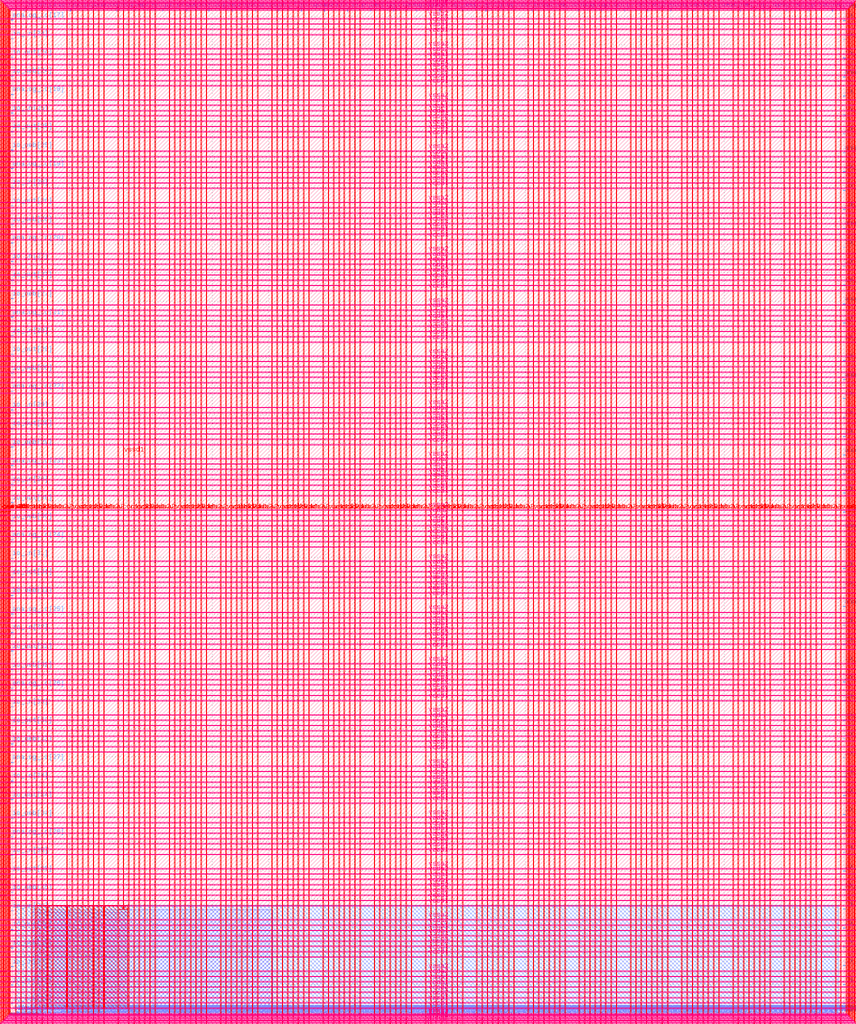
<source format=lef>
VERSION 5.7 ;
  NOWIREEXTENSIONATPIN ON ;
  DIVIDERCHAR "/" ;
  BUSBITCHARS "[]" ;
MACRO user_project_wrapper
  CLASS BLOCK ;
  FOREIGN user_project_wrapper ;
  ORIGIN 0.000 0.000 ;
  SIZE 2920.000 BY 3520.000 ;
  PIN analog_io[0]
    DIRECTION INOUT ;
    USE SIGNAL ;
    PORT
      LAYER met3 ;
        RECT 2917.600 1426.380 2924.800 1427.580 ;
    END
  END analog_io[0]
  PIN analog_io[10]
    DIRECTION INOUT ;
    USE SIGNAL ;
    PORT
      LAYER met2 ;
        RECT 2230.490 3517.600 2231.050 3524.800 ;
    END
  END analog_io[10]
  PIN analog_io[11]
    DIRECTION INOUT ;
    USE SIGNAL ;
    PORT
      LAYER met2 ;
        RECT 1905.730 3517.600 1906.290 3524.800 ;
    END
  END analog_io[11]
  PIN analog_io[12]
    DIRECTION INOUT ;
    USE SIGNAL ;
    PORT
      LAYER met2 ;
        RECT 1581.430 3517.600 1581.990 3524.800 ;
    END
  END analog_io[12]
  PIN analog_io[13]
    DIRECTION INOUT ;
    USE SIGNAL ;
    PORT
      LAYER met2 ;
        RECT 1257.130 3517.600 1257.690 3524.800 ;
    END
  END analog_io[13]
  PIN analog_io[14]
    DIRECTION INOUT ;
    USE SIGNAL ;
    PORT
      LAYER met2 ;
        RECT 932.370 3517.600 932.930 3524.800 ;
    END
  END analog_io[14]
  PIN analog_io[15]
    DIRECTION INOUT ;
    USE SIGNAL ;
    PORT
      LAYER met2 ;
        RECT 608.070 3517.600 608.630 3524.800 ;
    END
  END analog_io[15]
  PIN analog_io[16]
    DIRECTION INOUT ;
    USE SIGNAL ;
    PORT
      LAYER met2 ;
        RECT 283.770 3517.600 284.330 3524.800 ;
    END
  END analog_io[16]
  PIN analog_io[17]
    DIRECTION INOUT ;
    USE SIGNAL ;
    PORT
      LAYER met3 ;
        RECT -4.800 3486.100 2.400 3487.300 ;
    END
  END analog_io[17]
  PIN analog_io[18]
    DIRECTION INOUT ;
    USE SIGNAL ;
    PORT
      LAYER met3 ;
        RECT -4.800 3224.980 2.400 3226.180 ;
    END
  END analog_io[18]
  PIN analog_io[19]
    DIRECTION INOUT ;
    USE SIGNAL ;
    PORT
      LAYER met3 ;
        RECT -4.800 2964.540 2.400 2965.740 ;
    END
  END analog_io[19]
  PIN analog_io[1]
    DIRECTION INOUT ;
    USE SIGNAL ;
    PORT
      LAYER met3 ;
        RECT 2917.600 1692.260 2924.800 1693.460 ;
    END
  END analog_io[1]
  PIN analog_io[20]
    DIRECTION INOUT ;
    USE SIGNAL ;
    PORT
      LAYER met3 ;
        RECT -4.800 2703.420 2.400 2704.620 ;
    END
  END analog_io[20]
  PIN analog_io[21]
    DIRECTION INOUT ;
    USE SIGNAL ;
    PORT
      LAYER met3 ;
        RECT -4.800 2442.980 2.400 2444.180 ;
    END
  END analog_io[21]
  PIN analog_io[22]
    DIRECTION INOUT ;
    USE SIGNAL ;
    PORT
      LAYER met3 ;
        RECT -4.800 2182.540 2.400 2183.740 ;
    END
  END analog_io[22]
  PIN analog_io[23]
    DIRECTION INOUT ;
    USE SIGNAL ;
    PORT
      LAYER met3 ;
        RECT -4.800 1921.420 2.400 1922.620 ;
    END
  END analog_io[23]
  PIN analog_io[24]
    DIRECTION INOUT ;
    USE SIGNAL ;
    PORT
      LAYER met3 ;
        RECT -4.800 1660.980 2.400 1662.180 ;
    END
  END analog_io[24]
  PIN analog_io[25]
    DIRECTION INOUT ;
    USE SIGNAL ;
    PORT
      LAYER met3 ;
        RECT -4.800 1399.860 2.400 1401.060 ;
    END
  END analog_io[25]
  PIN analog_io[26]
    DIRECTION INOUT ;
    USE SIGNAL ;
    PORT
      LAYER met3 ;
        RECT -4.800 1139.420 2.400 1140.620 ;
    END
  END analog_io[26]
  PIN analog_io[27]
    DIRECTION INOUT ;
    USE SIGNAL ;
    PORT
      LAYER met3 ;
        RECT -4.800 878.980 2.400 880.180 ;
    END
  END analog_io[27]
  PIN analog_io[28]
    DIRECTION INOUT ;
    USE SIGNAL ;
    PORT
      LAYER met3 ;
        RECT -4.800 617.860 2.400 619.060 ;
    END
  END analog_io[28]
  PIN analog_io[2]
    DIRECTION INOUT ;
    USE SIGNAL ;
    PORT
      LAYER met3 ;
        RECT 2917.600 1958.140 2924.800 1959.340 ;
    END
  END analog_io[2]
  PIN analog_io[3]
    DIRECTION INOUT ;
    USE SIGNAL ;
    PORT
      LAYER met3 ;
        RECT 2917.600 2223.340 2924.800 2224.540 ;
    END
  END analog_io[3]
  PIN analog_io[4]
    DIRECTION INOUT ;
    USE SIGNAL ;
    PORT
      LAYER met3 ;
        RECT 2917.600 2489.220 2924.800 2490.420 ;
    END
  END analog_io[4]
  PIN analog_io[5]
    DIRECTION INOUT ;
    USE SIGNAL ;
    PORT
      LAYER met3 ;
        RECT 2917.600 2755.100 2924.800 2756.300 ;
    END
  END analog_io[5]
  PIN analog_io[6]
    DIRECTION INOUT ;
    USE SIGNAL ;
    PORT
      LAYER met3 ;
        RECT 2917.600 3020.300 2924.800 3021.500 ;
    END
  END analog_io[6]
  PIN analog_io[7]
    DIRECTION INOUT ;
    USE SIGNAL ;
    PORT
      LAYER met3 ;
        RECT 2917.600 3286.180 2924.800 3287.380 ;
    END
  END analog_io[7]
  PIN analog_io[8]
    DIRECTION INOUT ;
    USE SIGNAL ;
    PORT
      LAYER met2 ;
        RECT 2879.090 3517.600 2879.650 3524.800 ;
    END
  END analog_io[8]
  PIN analog_io[9]
    DIRECTION INOUT ;
    USE SIGNAL ;
    PORT
      LAYER met2 ;
        RECT 2554.790 3517.600 2555.350 3524.800 ;
    END
  END analog_io[9]
  PIN io_in[0]
    DIRECTION INPUT ;
    USE SIGNAL ;
    PORT
      LAYER met3 ;
        RECT 2917.600 32.380 2924.800 33.580 ;
    END
  END io_in[0]
  PIN io_in[10]
    DIRECTION INPUT ;
    USE SIGNAL ;
    PORT
      LAYER met3 ;
        RECT 2917.600 2289.980 2924.800 2291.180 ;
    END
  END io_in[10]
  PIN io_in[11]
    DIRECTION INPUT ;
    USE SIGNAL ;
    PORT
      LAYER met3 ;
        RECT 2917.600 2555.860 2924.800 2557.060 ;
    END
  END io_in[11]
  PIN io_in[12]
    DIRECTION INPUT ;
    USE SIGNAL ;
    PORT
      LAYER met3 ;
        RECT 2917.600 2821.060 2924.800 2822.260 ;
    END
  END io_in[12]
  PIN io_in[13]
    DIRECTION INPUT ;
    USE SIGNAL ;
    PORT
      LAYER met3 ;
        RECT 2917.600 3086.940 2924.800 3088.140 ;
    END
  END io_in[13]
  PIN io_in[14]
    DIRECTION INPUT ;
    USE SIGNAL ;
    PORT
      LAYER met3 ;
        RECT 2917.600 3352.820 2924.800 3354.020 ;
    END
  END io_in[14]
  PIN io_in[15]
    DIRECTION INPUT ;
    USE SIGNAL ;
    PORT
      LAYER met2 ;
        RECT 2798.130 3517.600 2798.690 3524.800 ;
    END
  END io_in[15]
  PIN io_in[16]
    DIRECTION INPUT ;
    USE SIGNAL ;
    PORT
      LAYER met2 ;
        RECT 2473.830 3517.600 2474.390 3524.800 ;
    END
  END io_in[16]
  PIN io_in[17]
    DIRECTION INPUT ;
    USE SIGNAL ;
    PORT
      LAYER met2 ;
        RECT 2149.070 3517.600 2149.630 3524.800 ;
    END
  END io_in[17]
  PIN io_in[18]
    DIRECTION INPUT ;
    USE SIGNAL ;
    PORT
      LAYER met2 ;
        RECT 1824.770 3517.600 1825.330 3524.800 ;
    END
  END io_in[18]
  PIN io_in[19]
    DIRECTION INPUT ;
    USE SIGNAL ;
    PORT
      LAYER met2 ;
        RECT 1500.470 3517.600 1501.030 3524.800 ;
    END
  END io_in[19]
  PIN io_in[1]
    DIRECTION INPUT ;
    USE SIGNAL ;
    PORT
      LAYER met3 ;
        RECT 2917.600 230.940 2924.800 232.140 ;
    END
  END io_in[1]
  PIN io_in[20]
    DIRECTION INPUT ;
    USE SIGNAL ;
    PORT
      LAYER met2 ;
        RECT 1175.710 3517.600 1176.270 3524.800 ;
    END
  END io_in[20]
  PIN io_in[21]
    DIRECTION INPUT ;
    USE SIGNAL ;
    PORT
      LAYER met2 ;
        RECT 851.410 3517.600 851.970 3524.800 ;
    END
  END io_in[21]
  PIN io_in[22]
    DIRECTION INPUT ;
    USE SIGNAL ;
    PORT
      LAYER met2 ;
        RECT 527.110 3517.600 527.670 3524.800 ;
    END
  END io_in[22]
  PIN io_in[23]
    DIRECTION INPUT ;
    USE SIGNAL ;
    PORT
      LAYER met2 ;
        RECT 202.350 3517.600 202.910 3524.800 ;
    END
  END io_in[23]
  PIN io_in[24]
    DIRECTION INPUT ;
    USE SIGNAL ;
    PORT
      LAYER met3 ;
        RECT -4.800 3420.820 2.400 3422.020 ;
    END
  END io_in[24]
  PIN io_in[25]
    DIRECTION INPUT ;
    USE SIGNAL ;
    PORT
      LAYER met3 ;
        RECT -4.800 3159.700 2.400 3160.900 ;
    END
  END io_in[25]
  PIN io_in[26]
    DIRECTION INPUT ;
    USE SIGNAL ;
    PORT
      LAYER met3 ;
        RECT -4.800 2899.260 2.400 2900.460 ;
    END
  END io_in[26]
  PIN io_in[27]
    DIRECTION INPUT ;
    USE SIGNAL ;
    PORT
      LAYER met3 ;
        RECT -4.800 2638.820 2.400 2640.020 ;
    END
  END io_in[27]
  PIN io_in[28]
    DIRECTION INPUT ;
    USE SIGNAL ;
    PORT
      LAYER met3 ;
        RECT -4.800 2377.700 2.400 2378.900 ;
    END
  END io_in[28]
  PIN io_in[29]
    DIRECTION INPUT ;
    USE SIGNAL ;
    PORT
      LAYER met3 ;
        RECT -4.800 2117.260 2.400 2118.460 ;
    END
  END io_in[29]
  PIN io_in[2]
    DIRECTION INPUT ;
    USE SIGNAL ;
    PORT
      LAYER met3 ;
        RECT 2917.600 430.180 2924.800 431.380 ;
    END
  END io_in[2]
  PIN io_in[30]
    DIRECTION INPUT ;
    USE SIGNAL ;
    PORT
      LAYER met3 ;
        RECT -4.800 1856.140 2.400 1857.340 ;
    END
  END io_in[30]
  PIN io_in[31]
    DIRECTION INPUT ;
    USE SIGNAL ;
    PORT
      LAYER met3 ;
        RECT -4.800 1595.700 2.400 1596.900 ;
    END
  END io_in[31]
  PIN io_in[32]
    DIRECTION INPUT ;
    USE SIGNAL ;
    PORT
      LAYER met3 ;
        RECT -4.800 1335.260 2.400 1336.460 ;
    END
  END io_in[32]
  PIN io_in[33]
    DIRECTION INPUT ;
    USE SIGNAL ;
    PORT
      LAYER met3 ;
        RECT -4.800 1074.140 2.400 1075.340 ;
    END
  END io_in[33]
  PIN io_in[34]
    DIRECTION INPUT ;
    USE SIGNAL ;
    PORT
      LAYER met3 ;
        RECT -4.800 813.700 2.400 814.900 ;
    END
  END io_in[34]
  PIN io_in[35]
    DIRECTION INPUT ;
    USE SIGNAL ;
    PORT
      LAYER met3 ;
        RECT -4.800 552.580 2.400 553.780 ;
    END
  END io_in[35]
  PIN io_in[36]
    DIRECTION INPUT ;
    USE SIGNAL ;
    PORT
      LAYER met3 ;
        RECT -4.800 357.420 2.400 358.620 ;
    END
  END io_in[36]
  PIN io_in[37]
    DIRECTION INPUT ;
    USE SIGNAL ;
    PORT
      LAYER met3 ;
        RECT -4.800 161.580 2.400 162.780 ;
    END
  END io_in[37]
  PIN io_in[3]
    DIRECTION INPUT ;
    USE SIGNAL ;
    PORT
      LAYER met3 ;
        RECT 2917.600 629.420 2924.800 630.620 ;
    END
  END io_in[3]
  PIN io_in[4]
    DIRECTION INPUT ;
    USE SIGNAL ;
    PORT
      LAYER met3 ;
        RECT 2917.600 828.660 2924.800 829.860 ;
    END
  END io_in[4]
  PIN io_in[5]
    DIRECTION INPUT ;
    USE SIGNAL ;
    PORT
      LAYER met3 ;
        RECT 2917.600 1027.900 2924.800 1029.100 ;
    END
  END io_in[5]
  PIN io_in[6]
    DIRECTION INPUT ;
    USE SIGNAL ;
    PORT
      LAYER met3 ;
        RECT 2917.600 1227.140 2924.800 1228.340 ;
    END
  END io_in[6]
  PIN io_in[7]
    DIRECTION INPUT ;
    USE SIGNAL ;
    PORT
      LAYER met3 ;
        RECT 2917.600 1493.020 2924.800 1494.220 ;
    END
  END io_in[7]
  PIN io_in[8]
    DIRECTION INPUT ;
    USE SIGNAL ;
    PORT
      LAYER met3 ;
        RECT 2917.600 1758.900 2924.800 1760.100 ;
    END
  END io_in[8]
  PIN io_in[9]
    DIRECTION INPUT ;
    USE SIGNAL ;
    PORT
      LAYER met3 ;
        RECT 2917.600 2024.100 2924.800 2025.300 ;
    END
  END io_in[9]
  PIN io_oeb[0]
    DIRECTION OUTPUT TRISTATE ;
    USE SIGNAL ;
    PORT
      LAYER met3 ;
        RECT 2917.600 164.980 2924.800 166.180 ;
    END
  END io_oeb[0]
  PIN io_oeb[10]
    DIRECTION OUTPUT TRISTATE ;
    USE SIGNAL ;
    PORT
      LAYER met3 ;
        RECT 2917.600 2422.580 2924.800 2423.780 ;
    END
  END io_oeb[10]
  PIN io_oeb[11]
    DIRECTION OUTPUT TRISTATE ;
    USE SIGNAL ;
    PORT
      LAYER met3 ;
        RECT 2917.600 2688.460 2924.800 2689.660 ;
    END
  END io_oeb[11]
  PIN io_oeb[12]
    DIRECTION OUTPUT TRISTATE ;
    USE SIGNAL ;
    PORT
      LAYER met3 ;
        RECT 2917.600 2954.340 2924.800 2955.540 ;
    END
  END io_oeb[12]
  PIN io_oeb[13]
    DIRECTION OUTPUT TRISTATE ;
    USE SIGNAL ;
    PORT
      LAYER met3 ;
        RECT 2917.600 3219.540 2924.800 3220.740 ;
    END
  END io_oeb[13]
  PIN io_oeb[14]
    DIRECTION OUTPUT TRISTATE ;
    USE SIGNAL ;
    PORT
      LAYER met3 ;
        RECT 2917.600 3485.420 2924.800 3486.620 ;
    END
  END io_oeb[14]
  PIN io_oeb[15]
    DIRECTION OUTPUT TRISTATE ;
    USE SIGNAL ;
    PORT
      LAYER met2 ;
        RECT 2635.750 3517.600 2636.310 3524.800 ;
    END
  END io_oeb[15]
  PIN io_oeb[16]
    DIRECTION OUTPUT TRISTATE ;
    USE SIGNAL ;
    PORT
      LAYER met2 ;
        RECT 2311.450 3517.600 2312.010 3524.800 ;
    END
  END io_oeb[16]
  PIN io_oeb[17]
    DIRECTION OUTPUT TRISTATE ;
    USE SIGNAL ;
    PORT
      LAYER met2 ;
        RECT 1987.150 3517.600 1987.710 3524.800 ;
    END
  END io_oeb[17]
  PIN io_oeb[18]
    DIRECTION OUTPUT TRISTATE ;
    USE SIGNAL ;
    PORT
      LAYER met2 ;
        RECT 1662.390 3517.600 1662.950 3524.800 ;
    END
  END io_oeb[18]
  PIN io_oeb[19]
    DIRECTION OUTPUT TRISTATE ;
    USE SIGNAL ;
    PORT
      LAYER met2 ;
        RECT 1338.090 3517.600 1338.650 3524.800 ;
    END
  END io_oeb[19]
  PIN io_oeb[1]
    DIRECTION OUTPUT TRISTATE ;
    USE SIGNAL ;
    PORT
      LAYER met3 ;
        RECT 2917.600 364.220 2924.800 365.420 ;
    END
  END io_oeb[1]
  PIN io_oeb[20]
    DIRECTION OUTPUT TRISTATE ;
    USE SIGNAL ;
    PORT
      LAYER met2 ;
        RECT 1013.790 3517.600 1014.350 3524.800 ;
    END
  END io_oeb[20]
  PIN io_oeb[21]
    DIRECTION OUTPUT TRISTATE ;
    USE SIGNAL ;
    PORT
      LAYER met2 ;
        RECT 689.030 3517.600 689.590 3524.800 ;
    END
  END io_oeb[21]
  PIN io_oeb[22]
    DIRECTION OUTPUT TRISTATE ;
    USE SIGNAL ;
    PORT
      LAYER met2 ;
        RECT 364.730 3517.600 365.290 3524.800 ;
    END
  END io_oeb[22]
  PIN io_oeb[23]
    DIRECTION OUTPUT TRISTATE ;
    USE SIGNAL ;
    PORT
      LAYER met2 ;
        RECT 40.430 3517.600 40.990 3524.800 ;
    END
  END io_oeb[23]
  PIN io_oeb[24]
    DIRECTION OUTPUT TRISTATE ;
    USE SIGNAL ;
    PORT
      LAYER met3 ;
        RECT -4.800 3290.260 2.400 3291.460 ;
    END
  END io_oeb[24]
  PIN io_oeb[25]
    DIRECTION OUTPUT TRISTATE ;
    USE SIGNAL ;
    PORT
      LAYER met3 ;
        RECT -4.800 3029.820 2.400 3031.020 ;
    END
  END io_oeb[25]
  PIN io_oeb[26]
    DIRECTION OUTPUT TRISTATE ;
    USE SIGNAL ;
    PORT
      LAYER met3 ;
        RECT -4.800 2768.700 2.400 2769.900 ;
    END
  END io_oeb[26]
  PIN io_oeb[27]
    DIRECTION OUTPUT TRISTATE ;
    USE SIGNAL ;
    PORT
      LAYER met3 ;
        RECT -4.800 2508.260 2.400 2509.460 ;
    END
  END io_oeb[27]
  PIN io_oeb[28]
    DIRECTION OUTPUT TRISTATE ;
    USE SIGNAL ;
    PORT
      LAYER met3 ;
        RECT -4.800 2247.140 2.400 2248.340 ;
    END
  END io_oeb[28]
  PIN io_oeb[29]
    DIRECTION OUTPUT TRISTATE ;
    USE SIGNAL ;
    PORT
      LAYER met3 ;
        RECT -4.800 1986.700 2.400 1987.900 ;
    END
  END io_oeb[29]
  PIN io_oeb[2]
    DIRECTION OUTPUT TRISTATE ;
    USE SIGNAL ;
    PORT
      LAYER met3 ;
        RECT 2917.600 563.460 2924.800 564.660 ;
    END
  END io_oeb[2]
  PIN io_oeb[30]
    DIRECTION OUTPUT TRISTATE ;
    USE SIGNAL ;
    PORT
      LAYER met3 ;
        RECT -4.800 1726.260 2.400 1727.460 ;
    END
  END io_oeb[30]
  PIN io_oeb[31]
    DIRECTION OUTPUT TRISTATE ;
    USE SIGNAL ;
    PORT
      LAYER met3 ;
        RECT -4.800 1465.140 2.400 1466.340 ;
    END
  END io_oeb[31]
  PIN io_oeb[32]
    DIRECTION OUTPUT TRISTATE ;
    USE SIGNAL ;
    PORT
      LAYER met3 ;
        RECT -4.800 1204.700 2.400 1205.900 ;
    END
  END io_oeb[32]
  PIN io_oeb[33]
    DIRECTION OUTPUT TRISTATE ;
    USE SIGNAL ;
    PORT
      LAYER met3 ;
        RECT -4.800 943.580 2.400 944.780 ;
    END
  END io_oeb[33]
  PIN io_oeb[34]
    DIRECTION OUTPUT TRISTATE ;
    USE SIGNAL ;
    PORT
      LAYER met3 ;
        RECT -4.800 683.140 2.400 684.340 ;
    END
  END io_oeb[34]
  PIN io_oeb[35]
    DIRECTION OUTPUT TRISTATE ;
    USE SIGNAL ;
    PORT
      LAYER met3 ;
        RECT -4.800 422.700 2.400 423.900 ;
    END
  END io_oeb[35]
  PIN io_oeb[36]
    DIRECTION OUTPUT TRISTATE ;
    USE SIGNAL ;
    PORT
      LAYER met3 ;
        RECT -4.800 226.860 2.400 228.060 ;
    END
  END io_oeb[36]
  PIN io_oeb[37]
    DIRECTION OUTPUT TRISTATE ;
    USE SIGNAL ;
    PORT
      LAYER met3 ;
        RECT -4.800 31.700 2.400 32.900 ;
    END
  END io_oeb[37]
  PIN io_oeb[3]
    DIRECTION OUTPUT TRISTATE ;
    USE SIGNAL ;
    PORT
      LAYER met3 ;
        RECT 2917.600 762.700 2924.800 763.900 ;
    END
  END io_oeb[3]
  PIN io_oeb[4]
    DIRECTION OUTPUT TRISTATE ;
    USE SIGNAL ;
    PORT
      LAYER met3 ;
        RECT 2917.600 961.940 2924.800 963.140 ;
    END
  END io_oeb[4]
  PIN io_oeb[5]
    DIRECTION OUTPUT TRISTATE ;
    USE SIGNAL ;
    PORT
      LAYER met3 ;
        RECT 2917.600 1161.180 2924.800 1162.380 ;
    END
  END io_oeb[5]
  PIN io_oeb[6]
    DIRECTION OUTPUT TRISTATE ;
    USE SIGNAL ;
    PORT
      LAYER met3 ;
        RECT 2917.600 1360.420 2924.800 1361.620 ;
    END
  END io_oeb[6]
  PIN io_oeb[7]
    DIRECTION OUTPUT TRISTATE ;
    USE SIGNAL ;
    PORT
      LAYER met3 ;
        RECT 2917.600 1625.620 2924.800 1626.820 ;
    END
  END io_oeb[7]
  PIN io_oeb[8]
    DIRECTION OUTPUT TRISTATE ;
    USE SIGNAL ;
    PORT
      LAYER met3 ;
        RECT 2917.600 1891.500 2924.800 1892.700 ;
    END
  END io_oeb[8]
  PIN io_oeb[9]
    DIRECTION OUTPUT TRISTATE ;
    USE SIGNAL ;
    PORT
      LAYER met3 ;
        RECT 2917.600 2157.380 2924.800 2158.580 ;
    END
  END io_oeb[9]
  PIN io_out[0]
    DIRECTION OUTPUT TRISTATE ;
    USE SIGNAL ;
    PORT
      LAYER met3 ;
        RECT 2917.600 98.340 2924.800 99.540 ;
    END
  END io_out[0]
  PIN io_out[10]
    DIRECTION OUTPUT TRISTATE ;
    USE SIGNAL ;
    PORT
      LAYER met3 ;
        RECT 2917.600 2356.620 2924.800 2357.820 ;
    END
  END io_out[10]
  PIN io_out[11]
    DIRECTION OUTPUT TRISTATE ;
    USE SIGNAL ;
    PORT
      LAYER met3 ;
        RECT 2917.600 2621.820 2924.800 2623.020 ;
    END
  END io_out[11]
  PIN io_out[12]
    DIRECTION OUTPUT TRISTATE ;
    USE SIGNAL ;
    PORT
      LAYER met3 ;
        RECT 2917.600 2887.700 2924.800 2888.900 ;
    END
  END io_out[12]
  PIN io_out[13]
    DIRECTION OUTPUT TRISTATE ;
    USE SIGNAL ;
    PORT
      LAYER met3 ;
        RECT 2917.600 3153.580 2924.800 3154.780 ;
    END
  END io_out[13]
  PIN io_out[14]
    DIRECTION OUTPUT TRISTATE ;
    USE SIGNAL ;
    PORT
      LAYER met3 ;
        RECT 2917.600 3418.780 2924.800 3419.980 ;
    END
  END io_out[14]
  PIN io_out[15]
    DIRECTION OUTPUT TRISTATE ;
    USE SIGNAL ;
    PORT
      LAYER met2 ;
        RECT 2717.170 3517.600 2717.730 3524.800 ;
    END
  END io_out[15]
  PIN io_out[16]
    DIRECTION OUTPUT TRISTATE ;
    USE SIGNAL ;
    PORT
      LAYER met2 ;
        RECT 2392.410 3517.600 2392.970 3524.800 ;
    END
  END io_out[16]
  PIN io_out[17]
    DIRECTION OUTPUT TRISTATE ;
    USE SIGNAL ;
    PORT
      LAYER met2 ;
        RECT 2068.110 3517.600 2068.670 3524.800 ;
    END
  END io_out[17]
  PIN io_out[18]
    DIRECTION OUTPUT TRISTATE ;
    USE SIGNAL ;
    PORT
      LAYER met2 ;
        RECT 1743.810 3517.600 1744.370 3524.800 ;
    END
  END io_out[18]
  PIN io_out[19]
    DIRECTION OUTPUT TRISTATE ;
    USE SIGNAL ;
    PORT
      LAYER met2 ;
        RECT 1419.050 3517.600 1419.610 3524.800 ;
    END
  END io_out[19]
  PIN io_out[1]
    DIRECTION OUTPUT TRISTATE ;
    USE SIGNAL ;
    PORT
      LAYER met3 ;
        RECT 2917.600 297.580 2924.800 298.780 ;
    END
  END io_out[1]
  PIN io_out[20]
    DIRECTION OUTPUT TRISTATE ;
    USE SIGNAL ;
    PORT
      LAYER met2 ;
        RECT 1094.750 3517.600 1095.310 3524.800 ;
    END
  END io_out[20]
  PIN io_out[21]
    DIRECTION OUTPUT TRISTATE ;
    USE SIGNAL ;
    PORT
      LAYER met2 ;
        RECT 770.450 3517.600 771.010 3524.800 ;
    END
  END io_out[21]
  PIN io_out[22]
    DIRECTION OUTPUT TRISTATE ;
    USE SIGNAL ;
    PORT
      LAYER met2 ;
        RECT 445.690 3517.600 446.250 3524.800 ;
    END
  END io_out[22]
  PIN io_out[23]
    DIRECTION OUTPUT TRISTATE ;
    USE SIGNAL ;
    PORT
      LAYER met2 ;
        RECT 121.390 3517.600 121.950 3524.800 ;
    END
  END io_out[23]
  PIN io_out[24]
    DIRECTION OUTPUT TRISTATE ;
    USE SIGNAL ;
    PORT
      LAYER met3 ;
        RECT -4.800 3355.540 2.400 3356.740 ;
    END
  END io_out[24]
  PIN io_out[25]
    DIRECTION OUTPUT TRISTATE ;
    USE SIGNAL ;
    PORT
      LAYER met3 ;
        RECT -4.800 3095.100 2.400 3096.300 ;
    END
  END io_out[25]
  PIN io_out[26]
    DIRECTION OUTPUT TRISTATE ;
    USE SIGNAL ;
    PORT
      LAYER met3 ;
        RECT -4.800 2833.980 2.400 2835.180 ;
    END
  END io_out[26]
  PIN io_out[27]
    DIRECTION OUTPUT TRISTATE ;
    USE SIGNAL ;
    PORT
      LAYER met3 ;
        RECT -4.800 2573.540 2.400 2574.740 ;
    END
  END io_out[27]
  PIN io_out[28]
    DIRECTION OUTPUT TRISTATE ;
    USE SIGNAL ;
    PORT
      LAYER met3 ;
        RECT -4.800 2312.420 2.400 2313.620 ;
    END
  END io_out[28]
  PIN io_out[29]
    DIRECTION OUTPUT TRISTATE ;
    USE SIGNAL ;
    PORT
      LAYER met3 ;
        RECT -4.800 2051.980 2.400 2053.180 ;
    END
  END io_out[29]
  PIN io_out[2]
    DIRECTION OUTPUT TRISTATE ;
    USE SIGNAL ;
    PORT
      LAYER met3 ;
        RECT 2917.600 496.820 2924.800 498.020 ;
    END
  END io_out[2]
  PIN io_out[30]
    DIRECTION OUTPUT TRISTATE ;
    USE SIGNAL ;
    PORT
      LAYER met3 ;
        RECT -4.800 1791.540 2.400 1792.740 ;
    END
  END io_out[30]
  PIN io_out[31]
    DIRECTION OUTPUT TRISTATE ;
    USE SIGNAL ;
    PORT
      LAYER met3 ;
        RECT -4.800 1530.420 2.400 1531.620 ;
    END
  END io_out[31]
  PIN io_out[32]
    DIRECTION OUTPUT TRISTATE ;
    USE SIGNAL ;
    PORT
      LAYER met3 ;
        RECT -4.800 1269.980 2.400 1271.180 ;
    END
  END io_out[32]
  PIN io_out[33]
    DIRECTION OUTPUT TRISTATE ;
    USE SIGNAL ;
    PORT
      LAYER met3 ;
        RECT -4.800 1008.860 2.400 1010.060 ;
    END
  END io_out[33]
  PIN io_out[34]
    DIRECTION OUTPUT TRISTATE ;
    USE SIGNAL ;
    PORT
      LAYER met3 ;
        RECT -4.800 748.420 2.400 749.620 ;
    END
  END io_out[34]
  PIN io_out[35]
    DIRECTION OUTPUT TRISTATE ;
    USE SIGNAL ;
    PORT
      LAYER met3 ;
        RECT -4.800 487.300 2.400 488.500 ;
    END
  END io_out[35]
  PIN io_out[36]
    DIRECTION OUTPUT TRISTATE ;
    USE SIGNAL ;
    PORT
      LAYER met3 ;
        RECT -4.800 292.140 2.400 293.340 ;
    END
  END io_out[36]
  PIN io_out[37]
    DIRECTION OUTPUT TRISTATE ;
    USE SIGNAL ;
    PORT
      LAYER met3 ;
        RECT -4.800 96.300 2.400 97.500 ;
    END
  END io_out[37]
  PIN io_out[3]
    DIRECTION OUTPUT TRISTATE ;
    USE SIGNAL ;
    PORT
      LAYER met3 ;
        RECT 2917.600 696.060 2924.800 697.260 ;
    END
  END io_out[3]
  PIN io_out[4]
    DIRECTION OUTPUT TRISTATE ;
    USE SIGNAL ;
    PORT
      LAYER met3 ;
        RECT 2917.600 895.300 2924.800 896.500 ;
    END
  END io_out[4]
  PIN io_out[5]
    DIRECTION OUTPUT TRISTATE ;
    USE SIGNAL ;
    PORT
      LAYER met3 ;
        RECT 2917.600 1094.540 2924.800 1095.740 ;
    END
  END io_out[5]
  PIN io_out[6]
    DIRECTION OUTPUT TRISTATE ;
    USE SIGNAL ;
    PORT
      LAYER met3 ;
        RECT 2917.600 1293.780 2924.800 1294.980 ;
    END
  END io_out[6]
  PIN io_out[7]
    DIRECTION OUTPUT TRISTATE ;
    USE SIGNAL ;
    PORT
      LAYER met3 ;
        RECT 2917.600 1559.660 2924.800 1560.860 ;
    END
  END io_out[7]
  PIN io_out[8]
    DIRECTION OUTPUT TRISTATE ;
    USE SIGNAL ;
    PORT
      LAYER met3 ;
        RECT 2917.600 1824.860 2924.800 1826.060 ;
    END
  END io_out[8]
  PIN io_out[9]
    DIRECTION OUTPUT TRISTATE ;
    USE SIGNAL ;
    PORT
      LAYER met3 ;
        RECT 2917.600 2090.740 2924.800 2091.940 ;
    END
  END io_out[9]
  PIN la_data_in[0]
    DIRECTION INPUT ;
    USE SIGNAL ;
    PORT
      LAYER met2 ;
        RECT 629.230 -4.800 629.790 2.400 ;
    END
  END la_data_in[0]
  PIN la_data_in[100]
    DIRECTION INPUT ;
    USE SIGNAL ;
    PORT
      LAYER met2 ;
        RECT 2402.530 -4.800 2403.090 2.400 ;
    END
  END la_data_in[100]
  PIN la_data_in[101]
    DIRECTION INPUT ;
    USE SIGNAL ;
    PORT
      LAYER met2 ;
        RECT 2420.010 -4.800 2420.570 2.400 ;
    END
  END la_data_in[101]
  PIN la_data_in[102]
    DIRECTION INPUT ;
    USE SIGNAL ;
    PORT
      LAYER met2 ;
        RECT 2437.950 -4.800 2438.510 2.400 ;
    END
  END la_data_in[102]
  PIN la_data_in[103]
    DIRECTION INPUT ;
    USE SIGNAL ;
    PORT
      LAYER met2 ;
        RECT 2455.430 -4.800 2455.990 2.400 ;
    END
  END la_data_in[103]
  PIN la_data_in[104]
    DIRECTION INPUT ;
    USE SIGNAL ;
    PORT
      LAYER met2 ;
        RECT 2473.370 -4.800 2473.930 2.400 ;
    END
  END la_data_in[104]
  PIN la_data_in[105]
    DIRECTION INPUT ;
    USE SIGNAL ;
    PORT
      LAYER met2 ;
        RECT 2490.850 -4.800 2491.410 2.400 ;
    END
  END la_data_in[105]
  PIN la_data_in[106]
    DIRECTION INPUT ;
    USE SIGNAL ;
    PORT
      LAYER met2 ;
        RECT 2508.790 -4.800 2509.350 2.400 ;
    END
  END la_data_in[106]
  PIN la_data_in[107]
    DIRECTION INPUT ;
    USE SIGNAL ;
    PORT
      LAYER met2 ;
        RECT 2526.730 -4.800 2527.290 2.400 ;
    END
  END la_data_in[107]
  PIN la_data_in[108]
    DIRECTION INPUT ;
    USE SIGNAL ;
    PORT
      LAYER met2 ;
        RECT 2544.210 -4.800 2544.770 2.400 ;
    END
  END la_data_in[108]
  PIN la_data_in[109]
    DIRECTION INPUT ;
    USE SIGNAL ;
    PORT
      LAYER met2 ;
        RECT 2562.150 -4.800 2562.710 2.400 ;
    END
  END la_data_in[109]
  PIN la_data_in[10]
    DIRECTION INPUT ;
    USE SIGNAL ;
    PORT
      LAYER met2 ;
        RECT 806.330 -4.800 806.890 2.400 ;
    END
  END la_data_in[10]
  PIN la_data_in[110]
    DIRECTION INPUT ;
    USE SIGNAL ;
    PORT
      LAYER met2 ;
        RECT 2579.630 -4.800 2580.190 2.400 ;
    END
  END la_data_in[110]
  PIN la_data_in[111]
    DIRECTION INPUT ;
    USE SIGNAL ;
    PORT
      LAYER met2 ;
        RECT 2597.570 -4.800 2598.130 2.400 ;
    END
  END la_data_in[111]
  PIN la_data_in[112]
    DIRECTION INPUT ;
    USE SIGNAL ;
    PORT
      LAYER met2 ;
        RECT 2615.050 -4.800 2615.610 2.400 ;
    END
  END la_data_in[112]
  PIN la_data_in[113]
    DIRECTION INPUT ;
    USE SIGNAL ;
    PORT
      LAYER met2 ;
        RECT 2632.990 -4.800 2633.550 2.400 ;
    END
  END la_data_in[113]
  PIN la_data_in[114]
    DIRECTION INPUT ;
    USE SIGNAL ;
    PORT
      LAYER met2 ;
        RECT 2650.470 -4.800 2651.030 2.400 ;
    END
  END la_data_in[114]
  PIN la_data_in[115]
    DIRECTION INPUT ;
    USE SIGNAL ;
    PORT
      LAYER met2 ;
        RECT 2668.410 -4.800 2668.970 2.400 ;
    END
  END la_data_in[115]
  PIN la_data_in[116]
    DIRECTION INPUT ;
    USE SIGNAL ;
    PORT
      LAYER met2 ;
        RECT 2685.890 -4.800 2686.450 2.400 ;
    END
  END la_data_in[116]
  PIN la_data_in[117]
    DIRECTION INPUT ;
    USE SIGNAL ;
    PORT
      LAYER met2 ;
        RECT 2703.830 -4.800 2704.390 2.400 ;
    END
  END la_data_in[117]
  PIN la_data_in[118]
    DIRECTION INPUT ;
    USE SIGNAL ;
    PORT
      LAYER met2 ;
        RECT 2721.770 -4.800 2722.330 2.400 ;
    END
  END la_data_in[118]
  PIN la_data_in[119]
    DIRECTION INPUT ;
    USE SIGNAL ;
    PORT
      LAYER met2 ;
        RECT 2739.250 -4.800 2739.810 2.400 ;
    END
  END la_data_in[119]
  PIN la_data_in[11]
    DIRECTION INPUT ;
    USE SIGNAL ;
    PORT
      LAYER met2 ;
        RECT 824.270 -4.800 824.830 2.400 ;
    END
  END la_data_in[11]
  PIN la_data_in[120]
    DIRECTION INPUT ;
    USE SIGNAL ;
    PORT
      LAYER met2 ;
        RECT 2757.190 -4.800 2757.750 2.400 ;
    END
  END la_data_in[120]
  PIN la_data_in[121]
    DIRECTION INPUT ;
    USE SIGNAL ;
    PORT
      LAYER met2 ;
        RECT 2774.670 -4.800 2775.230 2.400 ;
    END
  END la_data_in[121]
  PIN la_data_in[122]
    DIRECTION INPUT ;
    USE SIGNAL ;
    PORT
      LAYER met2 ;
        RECT 2792.610 -4.800 2793.170 2.400 ;
    END
  END la_data_in[122]
  PIN la_data_in[123]
    DIRECTION INPUT ;
    USE SIGNAL ;
    PORT
      LAYER met2 ;
        RECT 2810.090 -4.800 2810.650 2.400 ;
    END
  END la_data_in[123]
  PIN la_data_in[124]
    DIRECTION INPUT ;
    USE SIGNAL ;
    PORT
      LAYER met2 ;
        RECT 2828.030 -4.800 2828.590 2.400 ;
    END
  END la_data_in[124]
  PIN la_data_in[125]
    DIRECTION INPUT ;
    USE SIGNAL ;
    PORT
      LAYER met2 ;
        RECT 2845.510 -4.800 2846.070 2.400 ;
    END
  END la_data_in[125]
  PIN la_data_in[126]
    DIRECTION INPUT ;
    USE SIGNAL ;
    PORT
      LAYER met2 ;
        RECT 2863.450 -4.800 2864.010 2.400 ;
    END
  END la_data_in[126]
  PIN la_data_in[127]
    DIRECTION INPUT ;
    USE SIGNAL ;
    PORT
      LAYER met2 ;
        RECT 2881.390 -4.800 2881.950 2.400 ;
    END
  END la_data_in[127]
  PIN la_data_in[12]
    DIRECTION INPUT ;
    USE SIGNAL ;
    PORT
      LAYER met2 ;
        RECT 841.750 -4.800 842.310 2.400 ;
    END
  END la_data_in[12]
  PIN la_data_in[13]
    DIRECTION INPUT ;
    USE SIGNAL ;
    PORT
      LAYER met2 ;
        RECT 859.690 -4.800 860.250 2.400 ;
    END
  END la_data_in[13]
  PIN la_data_in[14]
    DIRECTION INPUT ;
    USE SIGNAL ;
    PORT
      LAYER met2 ;
        RECT 877.170 -4.800 877.730 2.400 ;
    END
  END la_data_in[14]
  PIN la_data_in[15]
    DIRECTION INPUT ;
    USE SIGNAL ;
    PORT
      LAYER met2 ;
        RECT 895.110 -4.800 895.670 2.400 ;
    END
  END la_data_in[15]
  PIN la_data_in[16]
    DIRECTION INPUT ;
    USE SIGNAL ;
    PORT
      LAYER met2 ;
        RECT 912.590 -4.800 913.150 2.400 ;
    END
  END la_data_in[16]
  PIN la_data_in[17]
    DIRECTION INPUT ;
    USE SIGNAL ;
    PORT
      LAYER met2 ;
        RECT 930.530 -4.800 931.090 2.400 ;
    END
  END la_data_in[17]
  PIN la_data_in[18]
    DIRECTION INPUT ;
    USE SIGNAL ;
    PORT
      LAYER met2 ;
        RECT 948.470 -4.800 949.030 2.400 ;
    END
  END la_data_in[18]
  PIN la_data_in[19]
    DIRECTION INPUT ;
    USE SIGNAL ;
    PORT
      LAYER met2 ;
        RECT 965.950 -4.800 966.510 2.400 ;
    END
  END la_data_in[19]
  PIN la_data_in[1]
    DIRECTION INPUT ;
    USE SIGNAL ;
    PORT
      LAYER met2 ;
        RECT 646.710 -4.800 647.270 2.400 ;
    END
  END la_data_in[1]
  PIN la_data_in[20]
    DIRECTION INPUT ;
    USE SIGNAL ;
    PORT
      LAYER met2 ;
        RECT 983.890 -4.800 984.450 2.400 ;
    END
  END la_data_in[20]
  PIN la_data_in[21]
    DIRECTION INPUT ;
    USE SIGNAL ;
    PORT
      LAYER met2 ;
        RECT 1001.370 -4.800 1001.930 2.400 ;
    END
  END la_data_in[21]
  PIN la_data_in[22]
    DIRECTION INPUT ;
    USE SIGNAL ;
    PORT
      LAYER met2 ;
        RECT 1019.310 -4.800 1019.870 2.400 ;
    END
  END la_data_in[22]
  PIN la_data_in[23]
    DIRECTION INPUT ;
    USE SIGNAL ;
    PORT
      LAYER met2 ;
        RECT 1036.790 -4.800 1037.350 2.400 ;
    END
  END la_data_in[23]
  PIN la_data_in[24]
    DIRECTION INPUT ;
    USE SIGNAL ;
    PORT
      LAYER met2 ;
        RECT 1054.730 -4.800 1055.290 2.400 ;
    END
  END la_data_in[24]
  PIN la_data_in[25]
    DIRECTION INPUT ;
    USE SIGNAL ;
    PORT
      LAYER met2 ;
        RECT 1072.210 -4.800 1072.770 2.400 ;
    END
  END la_data_in[25]
  PIN la_data_in[26]
    DIRECTION INPUT ;
    USE SIGNAL ;
    PORT
      LAYER met2 ;
        RECT 1090.150 -4.800 1090.710 2.400 ;
    END
  END la_data_in[26]
  PIN la_data_in[27]
    DIRECTION INPUT ;
    USE SIGNAL ;
    PORT
      LAYER met2 ;
        RECT 1107.630 -4.800 1108.190 2.400 ;
    END
  END la_data_in[27]
  PIN la_data_in[28]
    DIRECTION INPUT ;
    USE SIGNAL ;
    PORT
      LAYER met2 ;
        RECT 1125.570 -4.800 1126.130 2.400 ;
    END
  END la_data_in[28]
  PIN la_data_in[29]
    DIRECTION INPUT ;
    USE SIGNAL ;
    PORT
      LAYER met2 ;
        RECT 1143.510 -4.800 1144.070 2.400 ;
    END
  END la_data_in[29]
  PIN la_data_in[2]
    DIRECTION INPUT ;
    USE SIGNAL ;
    PORT
      LAYER met2 ;
        RECT 664.650 -4.800 665.210 2.400 ;
    END
  END la_data_in[2]
  PIN la_data_in[30]
    DIRECTION INPUT ;
    USE SIGNAL ;
    PORT
      LAYER met2 ;
        RECT 1160.990 -4.800 1161.550 2.400 ;
    END
  END la_data_in[30]
  PIN la_data_in[31]
    DIRECTION INPUT ;
    USE SIGNAL ;
    PORT
      LAYER met2 ;
        RECT 1178.930 -4.800 1179.490 2.400 ;
    END
  END la_data_in[31]
  PIN la_data_in[32]
    DIRECTION INPUT ;
    USE SIGNAL ;
    PORT
      LAYER met2 ;
        RECT 1196.410 -4.800 1196.970 2.400 ;
    END
  END la_data_in[32]
  PIN la_data_in[33]
    DIRECTION INPUT ;
    USE SIGNAL ;
    PORT
      LAYER met2 ;
        RECT 1214.350 -4.800 1214.910 2.400 ;
    END
  END la_data_in[33]
  PIN la_data_in[34]
    DIRECTION INPUT ;
    USE SIGNAL ;
    PORT
      LAYER met2 ;
        RECT 1231.830 -4.800 1232.390 2.400 ;
    END
  END la_data_in[34]
  PIN la_data_in[35]
    DIRECTION INPUT ;
    USE SIGNAL ;
    PORT
      LAYER met2 ;
        RECT 1249.770 -4.800 1250.330 2.400 ;
    END
  END la_data_in[35]
  PIN la_data_in[36]
    DIRECTION INPUT ;
    USE SIGNAL ;
    PORT
      LAYER met2 ;
        RECT 1267.250 -4.800 1267.810 2.400 ;
    END
  END la_data_in[36]
  PIN la_data_in[37]
    DIRECTION INPUT ;
    USE SIGNAL ;
    PORT
      LAYER met2 ;
        RECT 1285.190 -4.800 1285.750 2.400 ;
    END
  END la_data_in[37]
  PIN la_data_in[38]
    DIRECTION INPUT ;
    USE SIGNAL ;
    PORT
      LAYER met2 ;
        RECT 1303.130 -4.800 1303.690 2.400 ;
    END
  END la_data_in[38]
  PIN la_data_in[39]
    DIRECTION INPUT ;
    USE SIGNAL ;
    PORT
      LAYER met2 ;
        RECT 1320.610 -4.800 1321.170 2.400 ;
    END
  END la_data_in[39]
  PIN la_data_in[3]
    DIRECTION INPUT ;
    USE SIGNAL ;
    PORT
      LAYER met2 ;
        RECT 682.130 -4.800 682.690 2.400 ;
    END
  END la_data_in[3]
  PIN la_data_in[40]
    DIRECTION INPUT ;
    USE SIGNAL ;
    PORT
      LAYER met2 ;
        RECT 1338.550 -4.800 1339.110 2.400 ;
    END
  END la_data_in[40]
  PIN la_data_in[41]
    DIRECTION INPUT ;
    USE SIGNAL ;
    PORT
      LAYER met2 ;
        RECT 1356.030 -4.800 1356.590 2.400 ;
    END
  END la_data_in[41]
  PIN la_data_in[42]
    DIRECTION INPUT ;
    USE SIGNAL ;
    PORT
      LAYER met2 ;
        RECT 1373.970 -4.800 1374.530 2.400 ;
    END
  END la_data_in[42]
  PIN la_data_in[43]
    DIRECTION INPUT ;
    USE SIGNAL ;
    PORT
      LAYER met2 ;
        RECT 1391.450 -4.800 1392.010 2.400 ;
    END
  END la_data_in[43]
  PIN la_data_in[44]
    DIRECTION INPUT ;
    USE SIGNAL ;
    PORT
      LAYER met2 ;
        RECT 1409.390 -4.800 1409.950 2.400 ;
    END
  END la_data_in[44]
  PIN la_data_in[45]
    DIRECTION INPUT ;
    USE SIGNAL ;
    PORT
      LAYER met2 ;
        RECT 1426.870 -4.800 1427.430 2.400 ;
    END
  END la_data_in[45]
  PIN la_data_in[46]
    DIRECTION INPUT ;
    USE SIGNAL ;
    PORT
      LAYER met2 ;
        RECT 1444.810 -4.800 1445.370 2.400 ;
    END
  END la_data_in[46]
  PIN la_data_in[47]
    DIRECTION INPUT ;
    USE SIGNAL ;
    PORT
      LAYER met2 ;
        RECT 1462.750 -4.800 1463.310 2.400 ;
    END
  END la_data_in[47]
  PIN la_data_in[48]
    DIRECTION INPUT ;
    USE SIGNAL ;
    PORT
      LAYER met2 ;
        RECT 1480.230 -4.800 1480.790 2.400 ;
    END
  END la_data_in[48]
  PIN la_data_in[49]
    DIRECTION INPUT ;
    USE SIGNAL ;
    PORT
      LAYER met2 ;
        RECT 1498.170 -4.800 1498.730 2.400 ;
    END
  END la_data_in[49]
  PIN la_data_in[4]
    DIRECTION INPUT ;
    USE SIGNAL ;
    PORT
      LAYER met2 ;
        RECT 700.070 -4.800 700.630 2.400 ;
    END
  END la_data_in[4]
  PIN la_data_in[50]
    DIRECTION INPUT ;
    USE SIGNAL ;
    PORT
      LAYER met2 ;
        RECT 1515.650 -4.800 1516.210 2.400 ;
    END
  END la_data_in[50]
  PIN la_data_in[51]
    DIRECTION INPUT ;
    USE SIGNAL ;
    PORT
      LAYER met2 ;
        RECT 1533.590 -4.800 1534.150 2.400 ;
    END
  END la_data_in[51]
  PIN la_data_in[52]
    DIRECTION INPUT ;
    USE SIGNAL ;
    PORT
      LAYER met2 ;
        RECT 1551.070 -4.800 1551.630 2.400 ;
    END
  END la_data_in[52]
  PIN la_data_in[53]
    DIRECTION INPUT ;
    USE SIGNAL ;
    PORT
      LAYER met2 ;
        RECT 1569.010 -4.800 1569.570 2.400 ;
    END
  END la_data_in[53]
  PIN la_data_in[54]
    DIRECTION INPUT ;
    USE SIGNAL ;
    PORT
      LAYER met2 ;
        RECT 1586.490 -4.800 1587.050 2.400 ;
    END
  END la_data_in[54]
  PIN la_data_in[55]
    DIRECTION INPUT ;
    USE SIGNAL ;
    PORT
      LAYER met2 ;
        RECT 1604.430 -4.800 1604.990 2.400 ;
    END
  END la_data_in[55]
  PIN la_data_in[56]
    DIRECTION INPUT ;
    USE SIGNAL ;
    PORT
      LAYER met2 ;
        RECT 1621.910 -4.800 1622.470 2.400 ;
    END
  END la_data_in[56]
  PIN la_data_in[57]
    DIRECTION INPUT ;
    USE SIGNAL ;
    PORT
      LAYER met2 ;
        RECT 1639.850 -4.800 1640.410 2.400 ;
    END
  END la_data_in[57]
  PIN la_data_in[58]
    DIRECTION INPUT ;
    USE SIGNAL ;
    PORT
      LAYER met2 ;
        RECT 1657.790 -4.800 1658.350 2.400 ;
    END
  END la_data_in[58]
  PIN la_data_in[59]
    DIRECTION INPUT ;
    USE SIGNAL ;
    PORT
      LAYER met2 ;
        RECT 1675.270 -4.800 1675.830 2.400 ;
    END
  END la_data_in[59]
  PIN la_data_in[5]
    DIRECTION INPUT ;
    USE SIGNAL ;
    PORT
      LAYER met2 ;
        RECT 717.550 -4.800 718.110 2.400 ;
    END
  END la_data_in[5]
  PIN la_data_in[60]
    DIRECTION INPUT ;
    USE SIGNAL ;
    PORT
      LAYER met2 ;
        RECT 1693.210 -4.800 1693.770 2.400 ;
    END
  END la_data_in[60]
  PIN la_data_in[61]
    DIRECTION INPUT ;
    USE SIGNAL ;
    PORT
      LAYER met2 ;
        RECT 1710.690 -4.800 1711.250 2.400 ;
    END
  END la_data_in[61]
  PIN la_data_in[62]
    DIRECTION INPUT ;
    USE SIGNAL ;
    PORT
      LAYER met2 ;
        RECT 1728.630 -4.800 1729.190 2.400 ;
    END
  END la_data_in[62]
  PIN la_data_in[63]
    DIRECTION INPUT ;
    USE SIGNAL ;
    PORT
      LAYER met2 ;
        RECT 1746.110 -4.800 1746.670 2.400 ;
    END
  END la_data_in[63]
  PIN la_data_in[64]
    DIRECTION INPUT ;
    USE SIGNAL ;
    PORT
      LAYER met2 ;
        RECT 1764.050 -4.800 1764.610 2.400 ;
    END
  END la_data_in[64]
  PIN la_data_in[65]
    DIRECTION INPUT ;
    USE SIGNAL ;
    PORT
      LAYER met2 ;
        RECT 1781.530 -4.800 1782.090 2.400 ;
    END
  END la_data_in[65]
  PIN la_data_in[66]
    DIRECTION INPUT ;
    USE SIGNAL ;
    PORT
      LAYER met2 ;
        RECT 1799.470 -4.800 1800.030 2.400 ;
    END
  END la_data_in[66]
  PIN la_data_in[67]
    DIRECTION INPUT ;
    USE SIGNAL ;
    PORT
      LAYER met2 ;
        RECT 1817.410 -4.800 1817.970 2.400 ;
    END
  END la_data_in[67]
  PIN la_data_in[68]
    DIRECTION INPUT ;
    USE SIGNAL ;
    PORT
      LAYER met2 ;
        RECT 1834.890 -4.800 1835.450 2.400 ;
    END
  END la_data_in[68]
  PIN la_data_in[69]
    DIRECTION INPUT ;
    USE SIGNAL ;
    PORT
      LAYER met2 ;
        RECT 1852.830 -4.800 1853.390 2.400 ;
    END
  END la_data_in[69]
  PIN la_data_in[6]
    DIRECTION INPUT ;
    USE SIGNAL ;
    PORT
      LAYER met2 ;
        RECT 735.490 -4.800 736.050 2.400 ;
    END
  END la_data_in[6]
  PIN la_data_in[70]
    DIRECTION INPUT ;
    USE SIGNAL ;
    PORT
      LAYER met2 ;
        RECT 1870.310 -4.800 1870.870 2.400 ;
    END
  END la_data_in[70]
  PIN la_data_in[71]
    DIRECTION INPUT ;
    USE SIGNAL ;
    PORT
      LAYER met2 ;
        RECT 1888.250 -4.800 1888.810 2.400 ;
    END
  END la_data_in[71]
  PIN la_data_in[72]
    DIRECTION INPUT ;
    USE SIGNAL ;
    PORT
      LAYER met2 ;
        RECT 1905.730 -4.800 1906.290 2.400 ;
    END
  END la_data_in[72]
  PIN la_data_in[73]
    DIRECTION INPUT ;
    USE SIGNAL ;
    PORT
      LAYER met2 ;
        RECT 1923.670 -4.800 1924.230 2.400 ;
    END
  END la_data_in[73]
  PIN la_data_in[74]
    DIRECTION INPUT ;
    USE SIGNAL ;
    PORT
      LAYER met2 ;
        RECT 1941.150 -4.800 1941.710 2.400 ;
    END
  END la_data_in[74]
  PIN la_data_in[75]
    DIRECTION INPUT ;
    USE SIGNAL ;
    PORT
      LAYER met2 ;
        RECT 1959.090 -4.800 1959.650 2.400 ;
    END
  END la_data_in[75]
  PIN la_data_in[76]
    DIRECTION INPUT ;
    USE SIGNAL ;
    PORT
      LAYER met2 ;
        RECT 1976.570 -4.800 1977.130 2.400 ;
    END
  END la_data_in[76]
  PIN la_data_in[77]
    DIRECTION INPUT ;
    USE SIGNAL ;
    PORT
      LAYER met2 ;
        RECT 1994.510 -4.800 1995.070 2.400 ;
    END
  END la_data_in[77]
  PIN la_data_in[78]
    DIRECTION INPUT ;
    USE SIGNAL ;
    PORT
      LAYER met2 ;
        RECT 2012.450 -4.800 2013.010 2.400 ;
    END
  END la_data_in[78]
  PIN la_data_in[79]
    DIRECTION INPUT ;
    USE SIGNAL ;
    PORT
      LAYER met2 ;
        RECT 2029.930 -4.800 2030.490 2.400 ;
    END
  END la_data_in[79]
  PIN la_data_in[7]
    DIRECTION INPUT ;
    USE SIGNAL ;
    PORT
      LAYER met2 ;
        RECT 752.970 -4.800 753.530 2.400 ;
    END
  END la_data_in[7]
  PIN la_data_in[80]
    DIRECTION INPUT ;
    USE SIGNAL ;
    PORT
      LAYER met2 ;
        RECT 2047.870 -4.800 2048.430 2.400 ;
    END
  END la_data_in[80]
  PIN la_data_in[81]
    DIRECTION INPUT ;
    USE SIGNAL ;
    PORT
      LAYER met2 ;
        RECT 2065.350 -4.800 2065.910 2.400 ;
    END
  END la_data_in[81]
  PIN la_data_in[82]
    DIRECTION INPUT ;
    USE SIGNAL ;
    PORT
      LAYER met2 ;
        RECT 2083.290 -4.800 2083.850 2.400 ;
    END
  END la_data_in[82]
  PIN la_data_in[83]
    DIRECTION INPUT ;
    USE SIGNAL ;
    PORT
      LAYER met2 ;
        RECT 2100.770 -4.800 2101.330 2.400 ;
    END
  END la_data_in[83]
  PIN la_data_in[84]
    DIRECTION INPUT ;
    USE SIGNAL ;
    PORT
      LAYER met2 ;
        RECT 2118.710 -4.800 2119.270 2.400 ;
    END
  END la_data_in[84]
  PIN la_data_in[85]
    DIRECTION INPUT ;
    USE SIGNAL ;
    PORT
      LAYER met2 ;
        RECT 2136.190 -4.800 2136.750 2.400 ;
    END
  END la_data_in[85]
  PIN la_data_in[86]
    DIRECTION INPUT ;
    USE SIGNAL ;
    PORT
      LAYER met2 ;
        RECT 2154.130 -4.800 2154.690 2.400 ;
    END
  END la_data_in[86]
  PIN la_data_in[87]
    DIRECTION INPUT ;
    USE SIGNAL ;
    PORT
      LAYER met2 ;
        RECT 2172.070 -4.800 2172.630 2.400 ;
    END
  END la_data_in[87]
  PIN la_data_in[88]
    DIRECTION INPUT ;
    USE SIGNAL ;
    PORT
      LAYER met2 ;
        RECT 2189.550 -4.800 2190.110 2.400 ;
    END
  END la_data_in[88]
  PIN la_data_in[89]
    DIRECTION INPUT ;
    USE SIGNAL ;
    PORT
      LAYER met2 ;
        RECT 2207.490 -4.800 2208.050 2.400 ;
    END
  END la_data_in[89]
  PIN la_data_in[8]
    DIRECTION INPUT ;
    USE SIGNAL ;
    PORT
      LAYER met2 ;
        RECT 770.910 -4.800 771.470 2.400 ;
    END
  END la_data_in[8]
  PIN la_data_in[90]
    DIRECTION INPUT ;
    USE SIGNAL ;
    PORT
      LAYER met2 ;
        RECT 2224.970 -4.800 2225.530 2.400 ;
    END
  END la_data_in[90]
  PIN la_data_in[91]
    DIRECTION INPUT ;
    USE SIGNAL ;
    PORT
      LAYER met2 ;
        RECT 2242.910 -4.800 2243.470 2.400 ;
    END
  END la_data_in[91]
  PIN la_data_in[92]
    DIRECTION INPUT ;
    USE SIGNAL ;
    PORT
      LAYER met2 ;
        RECT 2260.390 -4.800 2260.950 2.400 ;
    END
  END la_data_in[92]
  PIN la_data_in[93]
    DIRECTION INPUT ;
    USE SIGNAL ;
    PORT
      LAYER met2 ;
        RECT 2278.330 -4.800 2278.890 2.400 ;
    END
  END la_data_in[93]
  PIN la_data_in[94]
    DIRECTION INPUT ;
    USE SIGNAL ;
    PORT
      LAYER met2 ;
        RECT 2295.810 -4.800 2296.370 2.400 ;
    END
  END la_data_in[94]
  PIN la_data_in[95]
    DIRECTION INPUT ;
    USE SIGNAL ;
    PORT
      LAYER met2 ;
        RECT 2313.750 -4.800 2314.310 2.400 ;
    END
  END la_data_in[95]
  PIN la_data_in[96]
    DIRECTION INPUT ;
    USE SIGNAL ;
    PORT
      LAYER met2 ;
        RECT 2331.230 -4.800 2331.790 2.400 ;
    END
  END la_data_in[96]
  PIN la_data_in[97]
    DIRECTION INPUT ;
    USE SIGNAL ;
    PORT
      LAYER met2 ;
        RECT 2349.170 -4.800 2349.730 2.400 ;
    END
  END la_data_in[97]
  PIN la_data_in[98]
    DIRECTION INPUT ;
    USE SIGNAL ;
    PORT
      LAYER met2 ;
        RECT 2367.110 -4.800 2367.670 2.400 ;
    END
  END la_data_in[98]
  PIN la_data_in[99]
    DIRECTION INPUT ;
    USE SIGNAL ;
    PORT
      LAYER met2 ;
        RECT 2384.590 -4.800 2385.150 2.400 ;
    END
  END la_data_in[99]
  PIN la_data_in[9]
    DIRECTION INPUT ;
    USE SIGNAL ;
    PORT
      LAYER met2 ;
        RECT 788.850 -4.800 789.410 2.400 ;
    END
  END la_data_in[9]
  PIN la_data_out[0]
    DIRECTION OUTPUT TRISTATE ;
    USE SIGNAL ;
    PORT
      LAYER met2 ;
        RECT 634.750 -4.800 635.310 2.400 ;
    END
  END la_data_out[0]
  PIN la_data_out[100]
    DIRECTION OUTPUT TRISTATE ;
    USE SIGNAL ;
    PORT
      LAYER met2 ;
        RECT 2408.510 -4.800 2409.070 2.400 ;
    END
  END la_data_out[100]
  PIN la_data_out[101]
    DIRECTION OUTPUT TRISTATE ;
    USE SIGNAL ;
    PORT
      LAYER met2 ;
        RECT 2425.990 -4.800 2426.550 2.400 ;
    END
  END la_data_out[101]
  PIN la_data_out[102]
    DIRECTION OUTPUT TRISTATE ;
    USE SIGNAL ;
    PORT
      LAYER met2 ;
        RECT 2443.930 -4.800 2444.490 2.400 ;
    END
  END la_data_out[102]
  PIN la_data_out[103]
    DIRECTION OUTPUT TRISTATE ;
    USE SIGNAL ;
    PORT
      LAYER met2 ;
        RECT 2461.410 -4.800 2461.970 2.400 ;
    END
  END la_data_out[103]
  PIN la_data_out[104]
    DIRECTION OUTPUT TRISTATE ;
    USE SIGNAL ;
    PORT
      LAYER met2 ;
        RECT 2479.350 -4.800 2479.910 2.400 ;
    END
  END la_data_out[104]
  PIN la_data_out[105]
    DIRECTION OUTPUT TRISTATE ;
    USE SIGNAL ;
    PORT
      LAYER met2 ;
        RECT 2496.830 -4.800 2497.390 2.400 ;
    END
  END la_data_out[105]
  PIN la_data_out[106]
    DIRECTION OUTPUT TRISTATE ;
    USE SIGNAL ;
    PORT
      LAYER met2 ;
        RECT 2514.770 -4.800 2515.330 2.400 ;
    END
  END la_data_out[106]
  PIN la_data_out[107]
    DIRECTION OUTPUT TRISTATE ;
    USE SIGNAL ;
    PORT
      LAYER met2 ;
        RECT 2532.250 -4.800 2532.810 2.400 ;
    END
  END la_data_out[107]
  PIN la_data_out[108]
    DIRECTION OUTPUT TRISTATE ;
    USE SIGNAL ;
    PORT
      LAYER met2 ;
        RECT 2550.190 -4.800 2550.750 2.400 ;
    END
  END la_data_out[108]
  PIN la_data_out[109]
    DIRECTION OUTPUT TRISTATE ;
    USE SIGNAL ;
    PORT
      LAYER met2 ;
        RECT 2567.670 -4.800 2568.230 2.400 ;
    END
  END la_data_out[109]
  PIN la_data_out[10]
    DIRECTION OUTPUT TRISTATE ;
    USE SIGNAL ;
    PORT
      LAYER met2 ;
        RECT 812.310 -4.800 812.870 2.400 ;
    END
  END la_data_out[10]
  PIN la_data_out[110]
    DIRECTION OUTPUT TRISTATE ;
    USE SIGNAL ;
    PORT
      LAYER met2 ;
        RECT 2585.610 -4.800 2586.170 2.400 ;
    END
  END la_data_out[110]
  PIN la_data_out[111]
    DIRECTION OUTPUT TRISTATE ;
    USE SIGNAL ;
    PORT
      LAYER met2 ;
        RECT 2603.550 -4.800 2604.110 2.400 ;
    END
  END la_data_out[111]
  PIN la_data_out[112]
    DIRECTION OUTPUT TRISTATE ;
    USE SIGNAL ;
    PORT
      LAYER met2 ;
        RECT 2621.030 -4.800 2621.590 2.400 ;
    END
  END la_data_out[112]
  PIN la_data_out[113]
    DIRECTION OUTPUT TRISTATE ;
    USE SIGNAL ;
    PORT
      LAYER met2 ;
        RECT 2638.970 -4.800 2639.530 2.400 ;
    END
  END la_data_out[113]
  PIN la_data_out[114]
    DIRECTION OUTPUT TRISTATE ;
    USE SIGNAL ;
    PORT
      LAYER met2 ;
        RECT 2656.450 -4.800 2657.010 2.400 ;
    END
  END la_data_out[114]
  PIN la_data_out[115]
    DIRECTION OUTPUT TRISTATE ;
    USE SIGNAL ;
    PORT
      LAYER met2 ;
        RECT 2674.390 -4.800 2674.950 2.400 ;
    END
  END la_data_out[115]
  PIN la_data_out[116]
    DIRECTION OUTPUT TRISTATE ;
    USE SIGNAL ;
    PORT
      LAYER met2 ;
        RECT 2691.870 -4.800 2692.430 2.400 ;
    END
  END la_data_out[116]
  PIN la_data_out[117]
    DIRECTION OUTPUT TRISTATE ;
    USE SIGNAL ;
    PORT
      LAYER met2 ;
        RECT 2709.810 -4.800 2710.370 2.400 ;
    END
  END la_data_out[117]
  PIN la_data_out[118]
    DIRECTION OUTPUT TRISTATE ;
    USE SIGNAL ;
    PORT
      LAYER met2 ;
        RECT 2727.290 -4.800 2727.850 2.400 ;
    END
  END la_data_out[118]
  PIN la_data_out[119]
    DIRECTION OUTPUT TRISTATE ;
    USE SIGNAL ;
    PORT
      LAYER met2 ;
        RECT 2745.230 -4.800 2745.790 2.400 ;
    END
  END la_data_out[119]
  PIN la_data_out[11]
    DIRECTION OUTPUT TRISTATE ;
    USE SIGNAL ;
    PORT
      LAYER met2 ;
        RECT 830.250 -4.800 830.810 2.400 ;
    END
  END la_data_out[11]
  PIN la_data_out[120]
    DIRECTION OUTPUT TRISTATE ;
    USE SIGNAL ;
    PORT
      LAYER met2 ;
        RECT 2763.170 -4.800 2763.730 2.400 ;
    END
  END la_data_out[120]
  PIN la_data_out[121]
    DIRECTION OUTPUT TRISTATE ;
    USE SIGNAL ;
    PORT
      LAYER met2 ;
        RECT 2780.650 -4.800 2781.210 2.400 ;
    END
  END la_data_out[121]
  PIN la_data_out[122]
    DIRECTION OUTPUT TRISTATE ;
    USE SIGNAL ;
    PORT
      LAYER met2 ;
        RECT 2798.590 -4.800 2799.150 2.400 ;
    END
  END la_data_out[122]
  PIN la_data_out[123]
    DIRECTION OUTPUT TRISTATE ;
    USE SIGNAL ;
    PORT
      LAYER met2 ;
        RECT 2816.070 -4.800 2816.630 2.400 ;
    END
  END la_data_out[123]
  PIN la_data_out[124]
    DIRECTION OUTPUT TRISTATE ;
    USE SIGNAL ;
    PORT
      LAYER met2 ;
        RECT 2834.010 -4.800 2834.570 2.400 ;
    END
  END la_data_out[124]
  PIN la_data_out[125]
    DIRECTION OUTPUT TRISTATE ;
    USE SIGNAL ;
    PORT
      LAYER met2 ;
        RECT 2851.490 -4.800 2852.050 2.400 ;
    END
  END la_data_out[125]
  PIN la_data_out[126]
    DIRECTION OUTPUT TRISTATE ;
    USE SIGNAL ;
    PORT
      LAYER met2 ;
        RECT 2869.430 -4.800 2869.990 2.400 ;
    END
  END la_data_out[126]
  PIN la_data_out[127]
    DIRECTION OUTPUT TRISTATE ;
    USE SIGNAL ;
    PORT
      LAYER met2 ;
        RECT 2886.910 -4.800 2887.470 2.400 ;
    END
  END la_data_out[127]
  PIN la_data_out[12]
    DIRECTION OUTPUT TRISTATE ;
    USE SIGNAL ;
    PORT
      LAYER met2 ;
        RECT 847.730 -4.800 848.290 2.400 ;
    END
  END la_data_out[12]
  PIN la_data_out[13]
    DIRECTION OUTPUT TRISTATE ;
    USE SIGNAL ;
    PORT
      LAYER met2 ;
        RECT 865.670 -4.800 866.230 2.400 ;
    END
  END la_data_out[13]
  PIN la_data_out[14]
    DIRECTION OUTPUT TRISTATE ;
    USE SIGNAL ;
    PORT
      LAYER met2 ;
        RECT 883.150 -4.800 883.710 2.400 ;
    END
  END la_data_out[14]
  PIN la_data_out[15]
    DIRECTION OUTPUT TRISTATE ;
    USE SIGNAL ;
    PORT
      LAYER met2 ;
        RECT 901.090 -4.800 901.650 2.400 ;
    END
  END la_data_out[15]
  PIN la_data_out[16]
    DIRECTION OUTPUT TRISTATE ;
    USE SIGNAL ;
    PORT
      LAYER met2 ;
        RECT 918.570 -4.800 919.130 2.400 ;
    END
  END la_data_out[16]
  PIN la_data_out[17]
    DIRECTION OUTPUT TRISTATE ;
    USE SIGNAL ;
    PORT
      LAYER met2 ;
        RECT 936.510 -4.800 937.070 2.400 ;
    END
  END la_data_out[17]
  PIN la_data_out[18]
    DIRECTION OUTPUT TRISTATE ;
    USE SIGNAL ;
    PORT
      LAYER met2 ;
        RECT 953.990 -4.800 954.550 2.400 ;
    END
  END la_data_out[18]
  PIN la_data_out[19]
    DIRECTION OUTPUT TRISTATE ;
    USE SIGNAL ;
    PORT
      LAYER met2 ;
        RECT 971.930 -4.800 972.490 2.400 ;
    END
  END la_data_out[19]
  PIN la_data_out[1]
    DIRECTION OUTPUT TRISTATE ;
    USE SIGNAL ;
    PORT
      LAYER met2 ;
        RECT 652.690 -4.800 653.250 2.400 ;
    END
  END la_data_out[1]
  PIN la_data_out[20]
    DIRECTION OUTPUT TRISTATE ;
    USE SIGNAL ;
    PORT
      LAYER met2 ;
        RECT 989.410 -4.800 989.970 2.400 ;
    END
  END la_data_out[20]
  PIN la_data_out[21]
    DIRECTION OUTPUT TRISTATE ;
    USE SIGNAL ;
    PORT
      LAYER met2 ;
        RECT 1007.350 -4.800 1007.910 2.400 ;
    END
  END la_data_out[21]
  PIN la_data_out[22]
    DIRECTION OUTPUT TRISTATE ;
    USE SIGNAL ;
    PORT
      LAYER met2 ;
        RECT 1025.290 -4.800 1025.850 2.400 ;
    END
  END la_data_out[22]
  PIN la_data_out[23]
    DIRECTION OUTPUT TRISTATE ;
    USE SIGNAL ;
    PORT
      LAYER met2 ;
        RECT 1042.770 -4.800 1043.330 2.400 ;
    END
  END la_data_out[23]
  PIN la_data_out[24]
    DIRECTION OUTPUT TRISTATE ;
    USE SIGNAL ;
    PORT
      LAYER met2 ;
        RECT 1060.710 -4.800 1061.270 2.400 ;
    END
  END la_data_out[24]
  PIN la_data_out[25]
    DIRECTION OUTPUT TRISTATE ;
    USE SIGNAL ;
    PORT
      LAYER met2 ;
        RECT 1078.190 -4.800 1078.750 2.400 ;
    END
  END la_data_out[25]
  PIN la_data_out[26]
    DIRECTION OUTPUT TRISTATE ;
    USE SIGNAL ;
    PORT
      LAYER met2 ;
        RECT 1096.130 -4.800 1096.690 2.400 ;
    END
  END la_data_out[26]
  PIN la_data_out[27]
    DIRECTION OUTPUT TRISTATE ;
    USE SIGNAL ;
    PORT
      LAYER met2 ;
        RECT 1113.610 -4.800 1114.170 2.400 ;
    END
  END la_data_out[27]
  PIN la_data_out[28]
    DIRECTION OUTPUT TRISTATE ;
    USE SIGNAL ;
    PORT
      LAYER met2 ;
        RECT 1131.550 -4.800 1132.110 2.400 ;
    END
  END la_data_out[28]
  PIN la_data_out[29]
    DIRECTION OUTPUT TRISTATE ;
    USE SIGNAL ;
    PORT
      LAYER met2 ;
        RECT 1149.030 -4.800 1149.590 2.400 ;
    END
  END la_data_out[29]
  PIN la_data_out[2]
    DIRECTION OUTPUT TRISTATE ;
    USE SIGNAL ;
    PORT
      LAYER met2 ;
        RECT 670.630 -4.800 671.190 2.400 ;
    END
  END la_data_out[2]
  PIN la_data_out[30]
    DIRECTION OUTPUT TRISTATE ;
    USE SIGNAL ;
    PORT
      LAYER met2 ;
        RECT 1166.970 -4.800 1167.530 2.400 ;
    END
  END la_data_out[30]
  PIN la_data_out[31]
    DIRECTION OUTPUT TRISTATE ;
    USE SIGNAL ;
    PORT
      LAYER met2 ;
        RECT 1184.910 -4.800 1185.470 2.400 ;
    END
  END la_data_out[31]
  PIN la_data_out[32]
    DIRECTION OUTPUT TRISTATE ;
    USE SIGNAL ;
    PORT
      LAYER met2 ;
        RECT 1202.390 -4.800 1202.950 2.400 ;
    END
  END la_data_out[32]
  PIN la_data_out[33]
    DIRECTION OUTPUT TRISTATE ;
    USE SIGNAL ;
    PORT
      LAYER met2 ;
        RECT 1220.330 -4.800 1220.890 2.400 ;
    END
  END la_data_out[33]
  PIN la_data_out[34]
    DIRECTION OUTPUT TRISTATE ;
    USE SIGNAL ;
    PORT
      LAYER met2 ;
        RECT 1237.810 -4.800 1238.370 2.400 ;
    END
  END la_data_out[34]
  PIN la_data_out[35]
    DIRECTION OUTPUT TRISTATE ;
    USE SIGNAL ;
    PORT
      LAYER met2 ;
        RECT 1255.750 -4.800 1256.310 2.400 ;
    END
  END la_data_out[35]
  PIN la_data_out[36]
    DIRECTION OUTPUT TRISTATE ;
    USE SIGNAL ;
    PORT
      LAYER met2 ;
        RECT 1273.230 -4.800 1273.790 2.400 ;
    END
  END la_data_out[36]
  PIN la_data_out[37]
    DIRECTION OUTPUT TRISTATE ;
    USE SIGNAL ;
    PORT
      LAYER met2 ;
        RECT 1291.170 -4.800 1291.730 2.400 ;
    END
  END la_data_out[37]
  PIN la_data_out[38]
    DIRECTION OUTPUT TRISTATE ;
    USE SIGNAL ;
    PORT
      LAYER met2 ;
        RECT 1308.650 -4.800 1309.210 2.400 ;
    END
  END la_data_out[38]
  PIN la_data_out[39]
    DIRECTION OUTPUT TRISTATE ;
    USE SIGNAL ;
    PORT
      LAYER met2 ;
        RECT 1326.590 -4.800 1327.150 2.400 ;
    END
  END la_data_out[39]
  PIN la_data_out[3]
    DIRECTION OUTPUT TRISTATE ;
    USE SIGNAL ;
    PORT
      LAYER met2 ;
        RECT 688.110 -4.800 688.670 2.400 ;
    END
  END la_data_out[3]
  PIN la_data_out[40]
    DIRECTION OUTPUT TRISTATE ;
    USE SIGNAL ;
    PORT
      LAYER met2 ;
        RECT 1344.070 -4.800 1344.630 2.400 ;
    END
  END la_data_out[40]
  PIN la_data_out[41]
    DIRECTION OUTPUT TRISTATE ;
    USE SIGNAL ;
    PORT
      LAYER met2 ;
        RECT 1362.010 -4.800 1362.570 2.400 ;
    END
  END la_data_out[41]
  PIN la_data_out[42]
    DIRECTION OUTPUT TRISTATE ;
    USE SIGNAL ;
    PORT
      LAYER met2 ;
        RECT 1379.950 -4.800 1380.510 2.400 ;
    END
  END la_data_out[42]
  PIN la_data_out[43]
    DIRECTION OUTPUT TRISTATE ;
    USE SIGNAL ;
    PORT
      LAYER met2 ;
        RECT 1397.430 -4.800 1397.990 2.400 ;
    END
  END la_data_out[43]
  PIN la_data_out[44]
    DIRECTION OUTPUT TRISTATE ;
    USE SIGNAL ;
    PORT
      LAYER met2 ;
        RECT 1415.370 -4.800 1415.930 2.400 ;
    END
  END la_data_out[44]
  PIN la_data_out[45]
    DIRECTION OUTPUT TRISTATE ;
    USE SIGNAL ;
    PORT
      LAYER met2 ;
        RECT 1432.850 -4.800 1433.410 2.400 ;
    END
  END la_data_out[45]
  PIN la_data_out[46]
    DIRECTION OUTPUT TRISTATE ;
    USE SIGNAL ;
    PORT
      LAYER met2 ;
        RECT 1450.790 -4.800 1451.350 2.400 ;
    END
  END la_data_out[46]
  PIN la_data_out[47]
    DIRECTION OUTPUT TRISTATE ;
    USE SIGNAL ;
    PORT
      LAYER met2 ;
        RECT 1468.270 -4.800 1468.830 2.400 ;
    END
  END la_data_out[47]
  PIN la_data_out[48]
    DIRECTION OUTPUT TRISTATE ;
    USE SIGNAL ;
    PORT
      LAYER met2 ;
        RECT 1486.210 -4.800 1486.770 2.400 ;
    END
  END la_data_out[48]
  PIN la_data_out[49]
    DIRECTION OUTPUT TRISTATE ;
    USE SIGNAL ;
    PORT
      LAYER met2 ;
        RECT 1503.690 -4.800 1504.250 2.400 ;
    END
  END la_data_out[49]
  PIN la_data_out[4]
    DIRECTION OUTPUT TRISTATE ;
    USE SIGNAL ;
    PORT
      LAYER met2 ;
        RECT 706.050 -4.800 706.610 2.400 ;
    END
  END la_data_out[4]
  PIN la_data_out[50]
    DIRECTION OUTPUT TRISTATE ;
    USE SIGNAL ;
    PORT
      LAYER met2 ;
        RECT 1521.630 -4.800 1522.190 2.400 ;
    END
  END la_data_out[50]
  PIN la_data_out[51]
    DIRECTION OUTPUT TRISTATE ;
    USE SIGNAL ;
    PORT
      LAYER met2 ;
        RECT 1539.570 -4.800 1540.130 2.400 ;
    END
  END la_data_out[51]
  PIN la_data_out[52]
    DIRECTION OUTPUT TRISTATE ;
    USE SIGNAL ;
    PORT
      LAYER met2 ;
        RECT 1557.050 -4.800 1557.610 2.400 ;
    END
  END la_data_out[52]
  PIN la_data_out[53]
    DIRECTION OUTPUT TRISTATE ;
    USE SIGNAL ;
    PORT
      LAYER met2 ;
        RECT 1574.990 -4.800 1575.550 2.400 ;
    END
  END la_data_out[53]
  PIN la_data_out[54]
    DIRECTION OUTPUT TRISTATE ;
    USE SIGNAL ;
    PORT
      LAYER met2 ;
        RECT 1592.470 -4.800 1593.030 2.400 ;
    END
  END la_data_out[54]
  PIN la_data_out[55]
    DIRECTION OUTPUT TRISTATE ;
    USE SIGNAL ;
    PORT
      LAYER met2 ;
        RECT 1610.410 -4.800 1610.970 2.400 ;
    END
  END la_data_out[55]
  PIN la_data_out[56]
    DIRECTION OUTPUT TRISTATE ;
    USE SIGNAL ;
    PORT
      LAYER met2 ;
        RECT 1627.890 -4.800 1628.450 2.400 ;
    END
  END la_data_out[56]
  PIN la_data_out[57]
    DIRECTION OUTPUT TRISTATE ;
    USE SIGNAL ;
    PORT
      LAYER met2 ;
        RECT 1645.830 -4.800 1646.390 2.400 ;
    END
  END la_data_out[57]
  PIN la_data_out[58]
    DIRECTION OUTPUT TRISTATE ;
    USE SIGNAL ;
    PORT
      LAYER met2 ;
        RECT 1663.310 -4.800 1663.870 2.400 ;
    END
  END la_data_out[58]
  PIN la_data_out[59]
    DIRECTION OUTPUT TRISTATE ;
    USE SIGNAL ;
    PORT
      LAYER met2 ;
        RECT 1681.250 -4.800 1681.810 2.400 ;
    END
  END la_data_out[59]
  PIN la_data_out[5]
    DIRECTION OUTPUT TRISTATE ;
    USE SIGNAL ;
    PORT
      LAYER met2 ;
        RECT 723.530 -4.800 724.090 2.400 ;
    END
  END la_data_out[5]
  PIN la_data_out[60]
    DIRECTION OUTPUT TRISTATE ;
    USE SIGNAL ;
    PORT
      LAYER met2 ;
        RECT 1699.190 -4.800 1699.750 2.400 ;
    END
  END la_data_out[60]
  PIN la_data_out[61]
    DIRECTION OUTPUT TRISTATE ;
    USE SIGNAL ;
    PORT
      LAYER met2 ;
        RECT 1716.670 -4.800 1717.230 2.400 ;
    END
  END la_data_out[61]
  PIN la_data_out[62]
    DIRECTION OUTPUT TRISTATE ;
    USE SIGNAL ;
    PORT
      LAYER met2 ;
        RECT 1734.610 -4.800 1735.170 2.400 ;
    END
  END la_data_out[62]
  PIN la_data_out[63]
    DIRECTION OUTPUT TRISTATE ;
    USE SIGNAL ;
    PORT
      LAYER met2 ;
        RECT 1752.090 -4.800 1752.650 2.400 ;
    END
  END la_data_out[63]
  PIN la_data_out[64]
    DIRECTION OUTPUT TRISTATE ;
    USE SIGNAL ;
    PORT
      LAYER met2 ;
        RECT 1770.030 -4.800 1770.590 2.400 ;
    END
  END la_data_out[64]
  PIN la_data_out[65]
    DIRECTION OUTPUT TRISTATE ;
    USE SIGNAL ;
    PORT
      LAYER met2 ;
        RECT 1787.510 -4.800 1788.070 2.400 ;
    END
  END la_data_out[65]
  PIN la_data_out[66]
    DIRECTION OUTPUT TRISTATE ;
    USE SIGNAL ;
    PORT
      LAYER met2 ;
        RECT 1805.450 -4.800 1806.010 2.400 ;
    END
  END la_data_out[66]
  PIN la_data_out[67]
    DIRECTION OUTPUT TRISTATE ;
    USE SIGNAL ;
    PORT
      LAYER met2 ;
        RECT 1822.930 -4.800 1823.490 2.400 ;
    END
  END la_data_out[67]
  PIN la_data_out[68]
    DIRECTION OUTPUT TRISTATE ;
    USE SIGNAL ;
    PORT
      LAYER met2 ;
        RECT 1840.870 -4.800 1841.430 2.400 ;
    END
  END la_data_out[68]
  PIN la_data_out[69]
    DIRECTION OUTPUT TRISTATE ;
    USE SIGNAL ;
    PORT
      LAYER met2 ;
        RECT 1858.350 -4.800 1858.910 2.400 ;
    END
  END la_data_out[69]
  PIN la_data_out[6]
    DIRECTION OUTPUT TRISTATE ;
    USE SIGNAL ;
    PORT
      LAYER met2 ;
        RECT 741.470 -4.800 742.030 2.400 ;
    END
  END la_data_out[6]
  PIN la_data_out[70]
    DIRECTION OUTPUT TRISTATE ;
    USE SIGNAL ;
    PORT
      LAYER met2 ;
        RECT 1876.290 -4.800 1876.850 2.400 ;
    END
  END la_data_out[70]
  PIN la_data_out[71]
    DIRECTION OUTPUT TRISTATE ;
    USE SIGNAL ;
    PORT
      LAYER met2 ;
        RECT 1894.230 -4.800 1894.790 2.400 ;
    END
  END la_data_out[71]
  PIN la_data_out[72]
    DIRECTION OUTPUT TRISTATE ;
    USE SIGNAL ;
    PORT
      LAYER met2 ;
        RECT 1911.710 -4.800 1912.270 2.400 ;
    END
  END la_data_out[72]
  PIN la_data_out[73]
    DIRECTION OUTPUT TRISTATE ;
    USE SIGNAL ;
    PORT
      LAYER met2 ;
        RECT 1929.650 -4.800 1930.210 2.400 ;
    END
  END la_data_out[73]
  PIN la_data_out[74]
    DIRECTION OUTPUT TRISTATE ;
    USE SIGNAL ;
    PORT
      LAYER met2 ;
        RECT 1947.130 -4.800 1947.690 2.400 ;
    END
  END la_data_out[74]
  PIN la_data_out[75]
    DIRECTION OUTPUT TRISTATE ;
    USE SIGNAL ;
    PORT
      LAYER met2 ;
        RECT 1965.070 -4.800 1965.630 2.400 ;
    END
  END la_data_out[75]
  PIN la_data_out[76]
    DIRECTION OUTPUT TRISTATE ;
    USE SIGNAL ;
    PORT
      LAYER met2 ;
        RECT 1982.550 -4.800 1983.110 2.400 ;
    END
  END la_data_out[76]
  PIN la_data_out[77]
    DIRECTION OUTPUT TRISTATE ;
    USE SIGNAL ;
    PORT
      LAYER met2 ;
        RECT 2000.490 -4.800 2001.050 2.400 ;
    END
  END la_data_out[77]
  PIN la_data_out[78]
    DIRECTION OUTPUT TRISTATE ;
    USE SIGNAL ;
    PORT
      LAYER met2 ;
        RECT 2017.970 -4.800 2018.530 2.400 ;
    END
  END la_data_out[78]
  PIN la_data_out[79]
    DIRECTION OUTPUT TRISTATE ;
    USE SIGNAL ;
    PORT
      LAYER met2 ;
        RECT 2035.910 -4.800 2036.470 2.400 ;
    END
  END la_data_out[79]
  PIN la_data_out[7]
    DIRECTION OUTPUT TRISTATE ;
    USE SIGNAL ;
    PORT
      LAYER met2 ;
        RECT 758.950 -4.800 759.510 2.400 ;
    END
  END la_data_out[7]
  PIN la_data_out[80]
    DIRECTION OUTPUT TRISTATE ;
    USE SIGNAL ;
    PORT
      LAYER met2 ;
        RECT 2053.850 -4.800 2054.410 2.400 ;
    END
  END la_data_out[80]
  PIN la_data_out[81]
    DIRECTION OUTPUT TRISTATE ;
    USE SIGNAL ;
    PORT
      LAYER met2 ;
        RECT 2071.330 -4.800 2071.890 2.400 ;
    END
  END la_data_out[81]
  PIN la_data_out[82]
    DIRECTION OUTPUT TRISTATE ;
    USE SIGNAL ;
    PORT
      LAYER met2 ;
        RECT 2089.270 -4.800 2089.830 2.400 ;
    END
  END la_data_out[82]
  PIN la_data_out[83]
    DIRECTION OUTPUT TRISTATE ;
    USE SIGNAL ;
    PORT
      LAYER met2 ;
        RECT 2106.750 -4.800 2107.310 2.400 ;
    END
  END la_data_out[83]
  PIN la_data_out[84]
    DIRECTION OUTPUT TRISTATE ;
    USE SIGNAL ;
    PORT
      LAYER met2 ;
        RECT 2124.690 -4.800 2125.250 2.400 ;
    END
  END la_data_out[84]
  PIN la_data_out[85]
    DIRECTION OUTPUT TRISTATE ;
    USE SIGNAL ;
    PORT
      LAYER met2 ;
        RECT 2142.170 -4.800 2142.730 2.400 ;
    END
  END la_data_out[85]
  PIN la_data_out[86]
    DIRECTION OUTPUT TRISTATE ;
    USE SIGNAL ;
    PORT
      LAYER met2 ;
        RECT 2160.110 -4.800 2160.670 2.400 ;
    END
  END la_data_out[86]
  PIN la_data_out[87]
    DIRECTION OUTPUT TRISTATE ;
    USE SIGNAL ;
    PORT
      LAYER met2 ;
        RECT 2177.590 -4.800 2178.150 2.400 ;
    END
  END la_data_out[87]
  PIN la_data_out[88]
    DIRECTION OUTPUT TRISTATE ;
    USE SIGNAL ;
    PORT
      LAYER met2 ;
        RECT 2195.530 -4.800 2196.090 2.400 ;
    END
  END la_data_out[88]
  PIN la_data_out[89]
    DIRECTION OUTPUT TRISTATE ;
    USE SIGNAL ;
    PORT
      LAYER met2 ;
        RECT 2213.010 -4.800 2213.570 2.400 ;
    END
  END la_data_out[89]
  PIN la_data_out[8]
    DIRECTION OUTPUT TRISTATE ;
    USE SIGNAL ;
    PORT
      LAYER met2 ;
        RECT 776.890 -4.800 777.450 2.400 ;
    END
  END la_data_out[8]
  PIN la_data_out[90]
    DIRECTION OUTPUT TRISTATE ;
    USE SIGNAL ;
    PORT
      LAYER met2 ;
        RECT 2230.950 -4.800 2231.510 2.400 ;
    END
  END la_data_out[90]
  PIN la_data_out[91]
    DIRECTION OUTPUT TRISTATE ;
    USE SIGNAL ;
    PORT
      LAYER met2 ;
        RECT 2248.890 -4.800 2249.450 2.400 ;
    END
  END la_data_out[91]
  PIN la_data_out[92]
    DIRECTION OUTPUT TRISTATE ;
    USE SIGNAL ;
    PORT
      LAYER met2 ;
        RECT 2266.370 -4.800 2266.930 2.400 ;
    END
  END la_data_out[92]
  PIN la_data_out[93]
    DIRECTION OUTPUT TRISTATE ;
    USE SIGNAL ;
    PORT
      LAYER met2 ;
        RECT 2284.310 -4.800 2284.870 2.400 ;
    END
  END la_data_out[93]
  PIN la_data_out[94]
    DIRECTION OUTPUT TRISTATE ;
    USE SIGNAL ;
    PORT
      LAYER met2 ;
        RECT 2301.790 -4.800 2302.350 2.400 ;
    END
  END la_data_out[94]
  PIN la_data_out[95]
    DIRECTION OUTPUT TRISTATE ;
    USE SIGNAL ;
    PORT
      LAYER met2 ;
        RECT 2319.730 -4.800 2320.290 2.400 ;
    END
  END la_data_out[95]
  PIN la_data_out[96]
    DIRECTION OUTPUT TRISTATE ;
    USE SIGNAL ;
    PORT
      LAYER met2 ;
        RECT 2337.210 -4.800 2337.770 2.400 ;
    END
  END la_data_out[96]
  PIN la_data_out[97]
    DIRECTION OUTPUT TRISTATE ;
    USE SIGNAL ;
    PORT
      LAYER met2 ;
        RECT 2355.150 -4.800 2355.710 2.400 ;
    END
  END la_data_out[97]
  PIN la_data_out[98]
    DIRECTION OUTPUT TRISTATE ;
    USE SIGNAL ;
    PORT
      LAYER met2 ;
        RECT 2372.630 -4.800 2373.190 2.400 ;
    END
  END la_data_out[98]
  PIN la_data_out[99]
    DIRECTION OUTPUT TRISTATE ;
    USE SIGNAL ;
    PORT
      LAYER met2 ;
        RECT 2390.570 -4.800 2391.130 2.400 ;
    END
  END la_data_out[99]
  PIN la_data_out[9]
    DIRECTION OUTPUT TRISTATE ;
    USE SIGNAL ;
    PORT
      LAYER met2 ;
        RECT 794.370 -4.800 794.930 2.400 ;
    END
  END la_data_out[9]
  PIN la_oenb[0]
    DIRECTION INPUT ;
    USE SIGNAL ;
    PORT
      LAYER met2 ;
        RECT 640.730 -4.800 641.290 2.400 ;
    END
  END la_oenb[0]
  PIN la_oenb[100]
    DIRECTION INPUT ;
    USE SIGNAL ;
    PORT
      LAYER met2 ;
        RECT 2414.030 -4.800 2414.590 2.400 ;
    END
  END la_oenb[100]
  PIN la_oenb[101]
    DIRECTION INPUT ;
    USE SIGNAL ;
    PORT
      LAYER met2 ;
        RECT 2431.970 -4.800 2432.530 2.400 ;
    END
  END la_oenb[101]
  PIN la_oenb[102]
    DIRECTION INPUT ;
    USE SIGNAL ;
    PORT
      LAYER met2 ;
        RECT 2449.450 -4.800 2450.010 2.400 ;
    END
  END la_oenb[102]
  PIN la_oenb[103]
    DIRECTION INPUT ;
    USE SIGNAL ;
    PORT
      LAYER met2 ;
        RECT 2467.390 -4.800 2467.950 2.400 ;
    END
  END la_oenb[103]
  PIN la_oenb[104]
    DIRECTION INPUT ;
    USE SIGNAL ;
    PORT
      LAYER met2 ;
        RECT 2485.330 -4.800 2485.890 2.400 ;
    END
  END la_oenb[104]
  PIN la_oenb[105]
    DIRECTION INPUT ;
    USE SIGNAL ;
    PORT
      LAYER met2 ;
        RECT 2502.810 -4.800 2503.370 2.400 ;
    END
  END la_oenb[105]
  PIN la_oenb[106]
    DIRECTION INPUT ;
    USE SIGNAL ;
    PORT
      LAYER met2 ;
        RECT 2520.750 -4.800 2521.310 2.400 ;
    END
  END la_oenb[106]
  PIN la_oenb[107]
    DIRECTION INPUT ;
    USE SIGNAL ;
    PORT
      LAYER met2 ;
        RECT 2538.230 -4.800 2538.790 2.400 ;
    END
  END la_oenb[107]
  PIN la_oenb[108]
    DIRECTION INPUT ;
    USE SIGNAL ;
    PORT
      LAYER met2 ;
        RECT 2556.170 -4.800 2556.730 2.400 ;
    END
  END la_oenb[108]
  PIN la_oenb[109]
    DIRECTION INPUT ;
    USE SIGNAL ;
    PORT
      LAYER met2 ;
        RECT 2573.650 -4.800 2574.210 2.400 ;
    END
  END la_oenb[109]
  PIN la_oenb[10]
    DIRECTION INPUT ;
    USE SIGNAL ;
    PORT
      LAYER met2 ;
        RECT 818.290 -4.800 818.850 2.400 ;
    END
  END la_oenb[10]
  PIN la_oenb[110]
    DIRECTION INPUT ;
    USE SIGNAL ;
    PORT
      LAYER met2 ;
        RECT 2591.590 -4.800 2592.150 2.400 ;
    END
  END la_oenb[110]
  PIN la_oenb[111]
    DIRECTION INPUT ;
    USE SIGNAL ;
    PORT
      LAYER met2 ;
        RECT 2609.070 -4.800 2609.630 2.400 ;
    END
  END la_oenb[111]
  PIN la_oenb[112]
    DIRECTION INPUT ;
    USE SIGNAL ;
    PORT
      LAYER met2 ;
        RECT 2627.010 -4.800 2627.570 2.400 ;
    END
  END la_oenb[112]
  PIN la_oenb[113]
    DIRECTION INPUT ;
    USE SIGNAL ;
    PORT
      LAYER met2 ;
        RECT 2644.950 -4.800 2645.510 2.400 ;
    END
  END la_oenb[113]
  PIN la_oenb[114]
    DIRECTION INPUT ;
    USE SIGNAL ;
    PORT
      LAYER met2 ;
        RECT 2662.430 -4.800 2662.990 2.400 ;
    END
  END la_oenb[114]
  PIN la_oenb[115]
    DIRECTION INPUT ;
    USE SIGNAL ;
    PORT
      LAYER met2 ;
        RECT 2680.370 -4.800 2680.930 2.400 ;
    END
  END la_oenb[115]
  PIN la_oenb[116]
    DIRECTION INPUT ;
    USE SIGNAL ;
    PORT
      LAYER met2 ;
        RECT 2697.850 -4.800 2698.410 2.400 ;
    END
  END la_oenb[116]
  PIN la_oenb[117]
    DIRECTION INPUT ;
    USE SIGNAL ;
    PORT
      LAYER met2 ;
        RECT 2715.790 -4.800 2716.350 2.400 ;
    END
  END la_oenb[117]
  PIN la_oenb[118]
    DIRECTION INPUT ;
    USE SIGNAL ;
    PORT
      LAYER met2 ;
        RECT 2733.270 -4.800 2733.830 2.400 ;
    END
  END la_oenb[118]
  PIN la_oenb[119]
    DIRECTION INPUT ;
    USE SIGNAL ;
    PORT
      LAYER met2 ;
        RECT 2751.210 -4.800 2751.770 2.400 ;
    END
  END la_oenb[119]
  PIN la_oenb[11]
    DIRECTION INPUT ;
    USE SIGNAL ;
    PORT
      LAYER met2 ;
        RECT 835.770 -4.800 836.330 2.400 ;
    END
  END la_oenb[11]
  PIN la_oenb[120]
    DIRECTION INPUT ;
    USE SIGNAL ;
    PORT
      LAYER met2 ;
        RECT 2768.690 -4.800 2769.250 2.400 ;
    END
  END la_oenb[120]
  PIN la_oenb[121]
    DIRECTION INPUT ;
    USE SIGNAL ;
    PORT
      LAYER met2 ;
        RECT 2786.630 -4.800 2787.190 2.400 ;
    END
  END la_oenb[121]
  PIN la_oenb[122]
    DIRECTION INPUT ;
    USE SIGNAL ;
    PORT
      LAYER met2 ;
        RECT 2804.110 -4.800 2804.670 2.400 ;
    END
  END la_oenb[122]
  PIN la_oenb[123]
    DIRECTION INPUT ;
    USE SIGNAL ;
    PORT
      LAYER met2 ;
        RECT 2822.050 -4.800 2822.610 2.400 ;
    END
  END la_oenb[123]
  PIN la_oenb[124]
    DIRECTION INPUT ;
    USE SIGNAL ;
    PORT
      LAYER met2 ;
        RECT 2839.990 -4.800 2840.550 2.400 ;
    END
  END la_oenb[124]
  PIN la_oenb[125]
    DIRECTION INPUT ;
    USE SIGNAL ;
    PORT
      LAYER met2 ;
        RECT 2857.470 -4.800 2858.030 2.400 ;
    END
  END la_oenb[125]
  PIN la_oenb[126]
    DIRECTION INPUT ;
    USE SIGNAL ;
    PORT
      LAYER met2 ;
        RECT 2875.410 -4.800 2875.970 2.400 ;
    END
  END la_oenb[126]
  PIN la_oenb[127]
    DIRECTION INPUT ;
    USE SIGNAL ;
    PORT
      LAYER met2 ;
        RECT 2892.890 -4.800 2893.450 2.400 ;
    END
  END la_oenb[127]
  PIN la_oenb[12]
    DIRECTION INPUT ;
    USE SIGNAL ;
    PORT
      LAYER met2 ;
        RECT 853.710 -4.800 854.270 2.400 ;
    END
  END la_oenb[12]
  PIN la_oenb[13]
    DIRECTION INPUT ;
    USE SIGNAL ;
    PORT
      LAYER met2 ;
        RECT 871.190 -4.800 871.750 2.400 ;
    END
  END la_oenb[13]
  PIN la_oenb[14]
    DIRECTION INPUT ;
    USE SIGNAL ;
    PORT
      LAYER met2 ;
        RECT 889.130 -4.800 889.690 2.400 ;
    END
  END la_oenb[14]
  PIN la_oenb[15]
    DIRECTION INPUT ;
    USE SIGNAL ;
    PORT
      LAYER met2 ;
        RECT 907.070 -4.800 907.630 2.400 ;
    END
  END la_oenb[15]
  PIN la_oenb[16]
    DIRECTION INPUT ;
    USE SIGNAL ;
    PORT
      LAYER met2 ;
        RECT 924.550 -4.800 925.110 2.400 ;
    END
  END la_oenb[16]
  PIN la_oenb[17]
    DIRECTION INPUT ;
    USE SIGNAL ;
    PORT
      LAYER met2 ;
        RECT 942.490 -4.800 943.050 2.400 ;
    END
  END la_oenb[17]
  PIN la_oenb[18]
    DIRECTION INPUT ;
    USE SIGNAL ;
    PORT
      LAYER met2 ;
        RECT 959.970 -4.800 960.530 2.400 ;
    END
  END la_oenb[18]
  PIN la_oenb[19]
    DIRECTION INPUT ;
    USE SIGNAL ;
    PORT
      LAYER met2 ;
        RECT 977.910 -4.800 978.470 2.400 ;
    END
  END la_oenb[19]
  PIN la_oenb[1]
    DIRECTION INPUT ;
    USE SIGNAL ;
    PORT
      LAYER met2 ;
        RECT 658.670 -4.800 659.230 2.400 ;
    END
  END la_oenb[1]
  PIN la_oenb[20]
    DIRECTION INPUT ;
    USE SIGNAL ;
    PORT
      LAYER met2 ;
        RECT 995.390 -4.800 995.950 2.400 ;
    END
  END la_oenb[20]
  PIN la_oenb[21]
    DIRECTION INPUT ;
    USE SIGNAL ;
    PORT
      LAYER met2 ;
        RECT 1013.330 -4.800 1013.890 2.400 ;
    END
  END la_oenb[21]
  PIN la_oenb[22]
    DIRECTION INPUT ;
    USE SIGNAL ;
    PORT
      LAYER met2 ;
        RECT 1030.810 -4.800 1031.370 2.400 ;
    END
  END la_oenb[22]
  PIN la_oenb[23]
    DIRECTION INPUT ;
    USE SIGNAL ;
    PORT
      LAYER met2 ;
        RECT 1048.750 -4.800 1049.310 2.400 ;
    END
  END la_oenb[23]
  PIN la_oenb[24]
    DIRECTION INPUT ;
    USE SIGNAL ;
    PORT
      LAYER met2 ;
        RECT 1066.690 -4.800 1067.250 2.400 ;
    END
  END la_oenb[24]
  PIN la_oenb[25]
    DIRECTION INPUT ;
    USE SIGNAL ;
    PORT
      LAYER met2 ;
        RECT 1084.170 -4.800 1084.730 2.400 ;
    END
  END la_oenb[25]
  PIN la_oenb[26]
    DIRECTION INPUT ;
    USE SIGNAL ;
    PORT
      LAYER met2 ;
        RECT 1102.110 -4.800 1102.670 2.400 ;
    END
  END la_oenb[26]
  PIN la_oenb[27]
    DIRECTION INPUT ;
    USE SIGNAL ;
    PORT
      LAYER met2 ;
        RECT 1119.590 -4.800 1120.150 2.400 ;
    END
  END la_oenb[27]
  PIN la_oenb[28]
    DIRECTION INPUT ;
    USE SIGNAL ;
    PORT
      LAYER met2 ;
        RECT 1137.530 -4.800 1138.090 2.400 ;
    END
  END la_oenb[28]
  PIN la_oenb[29]
    DIRECTION INPUT ;
    USE SIGNAL ;
    PORT
      LAYER met2 ;
        RECT 1155.010 -4.800 1155.570 2.400 ;
    END
  END la_oenb[29]
  PIN la_oenb[2]
    DIRECTION INPUT ;
    USE SIGNAL ;
    PORT
      LAYER met2 ;
        RECT 676.150 -4.800 676.710 2.400 ;
    END
  END la_oenb[2]
  PIN la_oenb[30]
    DIRECTION INPUT ;
    USE SIGNAL ;
    PORT
      LAYER met2 ;
        RECT 1172.950 -4.800 1173.510 2.400 ;
    END
  END la_oenb[30]
  PIN la_oenb[31]
    DIRECTION INPUT ;
    USE SIGNAL ;
    PORT
      LAYER met2 ;
        RECT 1190.430 -4.800 1190.990 2.400 ;
    END
  END la_oenb[31]
  PIN la_oenb[32]
    DIRECTION INPUT ;
    USE SIGNAL ;
    PORT
      LAYER met2 ;
        RECT 1208.370 -4.800 1208.930 2.400 ;
    END
  END la_oenb[32]
  PIN la_oenb[33]
    DIRECTION INPUT ;
    USE SIGNAL ;
    PORT
      LAYER met2 ;
        RECT 1225.850 -4.800 1226.410 2.400 ;
    END
  END la_oenb[33]
  PIN la_oenb[34]
    DIRECTION INPUT ;
    USE SIGNAL ;
    PORT
      LAYER met2 ;
        RECT 1243.790 -4.800 1244.350 2.400 ;
    END
  END la_oenb[34]
  PIN la_oenb[35]
    DIRECTION INPUT ;
    USE SIGNAL ;
    PORT
      LAYER met2 ;
        RECT 1261.730 -4.800 1262.290 2.400 ;
    END
  END la_oenb[35]
  PIN la_oenb[36]
    DIRECTION INPUT ;
    USE SIGNAL ;
    PORT
      LAYER met2 ;
        RECT 1279.210 -4.800 1279.770 2.400 ;
    END
  END la_oenb[36]
  PIN la_oenb[37]
    DIRECTION INPUT ;
    USE SIGNAL ;
    PORT
      LAYER met2 ;
        RECT 1297.150 -4.800 1297.710 2.400 ;
    END
  END la_oenb[37]
  PIN la_oenb[38]
    DIRECTION INPUT ;
    USE SIGNAL ;
    PORT
      LAYER met2 ;
        RECT 1314.630 -4.800 1315.190 2.400 ;
    END
  END la_oenb[38]
  PIN la_oenb[39]
    DIRECTION INPUT ;
    USE SIGNAL ;
    PORT
      LAYER met2 ;
        RECT 1332.570 -4.800 1333.130 2.400 ;
    END
  END la_oenb[39]
  PIN la_oenb[3]
    DIRECTION INPUT ;
    USE SIGNAL ;
    PORT
      LAYER met2 ;
        RECT 694.090 -4.800 694.650 2.400 ;
    END
  END la_oenb[3]
  PIN la_oenb[40]
    DIRECTION INPUT ;
    USE SIGNAL ;
    PORT
      LAYER met2 ;
        RECT 1350.050 -4.800 1350.610 2.400 ;
    END
  END la_oenb[40]
  PIN la_oenb[41]
    DIRECTION INPUT ;
    USE SIGNAL ;
    PORT
      LAYER met2 ;
        RECT 1367.990 -4.800 1368.550 2.400 ;
    END
  END la_oenb[41]
  PIN la_oenb[42]
    DIRECTION INPUT ;
    USE SIGNAL ;
    PORT
      LAYER met2 ;
        RECT 1385.470 -4.800 1386.030 2.400 ;
    END
  END la_oenb[42]
  PIN la_oenb[43]
    DIRECTION INPUT ;
    USE SIGNAL ;
    PORT
      LAYER met2 ;
        RECT 1403.410 -4.800 1403.970 2.400 ;
    END
  END la_oenb[43]
  PIN la_oenb[44]
    DIRECTION INPUT ;
    USE SIGNAL ;
    PORT
      LAYER met2 ;
        RECT 1421.350 -4.800 1421.910 2.400 ;
    END
  END la_oenb[44]
  PIN la_oenb[45]
    DIRECTION INPUT ;
    USE SIGNAL ;
    PORT
      LAYER met2 ;
        RECT 1438.830 -4.800 1439.390 2.400 ;
    END
  END la_oenb[45]
  PIN la_oenb[46]
    DIRECTION INPUT ;
    USE SIGNAL ;
    PORT
      LAYER met2 ;
        RECT 1456.770 -4.800 1457.330 2.400 ;
    END
  END la_oenb[46]
  PIN la_oenb[47]
    DIRECTION INPUT ;
    USE SIGNAL ;
    PORT
      LAYER met2 ;
        RECT 1474.250 -4.800 1474.810 2.400 ;
    END
  END la_oenb[47]
  PIN la_oenb[48]
    DIRECTION INPUT ;
    USE SIGNAL ;
    PORT
      LAYER met2 ;
        RECT 1492.190 -4.800 1492.750 2.400 ;
    END
  END la_oenb[48]
  PIN la_oenb[49]
    DIRECTION INPUT ;
    USE SIGNAL ;
    PORT
      LAYER met2 ;
        RECT 1509.670 -4.800 1510.230 2.400 ;
    END
  END la_oenb[49]
  PIN la_oenb[4]
    DIRECTION INPUT ;
    USE SIGNAL ;
    PORT
      LAYER met2 ;
        RECT 712.030 -4.800 712.590 2.400 ;
    END
  END la_oenb[4]
  PIN la_oenb[50]
    DIRECTION INPUT ;
    USE SIGNAL ;
    PORT
      LAYER met2 ;
        RECT 1527.610 -4.800 1528.170 2.400 ;
    END
  END la_oenb[50]
  PIN la_oenb[51]
    DIRECTION INPUT ;
    USE SIGNAL ;
    PORT
      LAYER met2 ;
        RECT 1545.090 -4.800 1545.650 2.400 ;
    END
  END la_oenb[51]
  PIN la_oenb[52]
    DIRECTION INPUT ;
    USE SIGNAL ;
    PORT
      LAYER met2 ;
        RECT 1563.030 -4.800 1563.590 2.400 ;
    END
  END la_oenb[52]
  PIN la_oenb[53]
    DIRECTION INPUT ;
    USE SIGNAL ;
    PORT
      LAYER met2 ;
        RECT 1580.970 -4.800 1581.530 2.400 ;
    END
  END la_oenb[53]
  PIN la_oenb[54]
    DIRECTION INPUT ;
    USE SIGNAL ;
    PORT
      LAYER met2 ;
        RECT 1598.450 -4.800 1599.010 2.400 ;
    END
  END la_oenb[54]
  PIN la_oenb[55]
    DIRECTION INPUT ;
    USE SIGNAL ;
    PORT
      LAYER met2 ;
        RECT 1616.390 -4.800 1616.950 2.400 ;
    END
  END la_oenb[55]
  PIN la_oenb[56]
    DIRECTION INPUT ;
    USE SIGNAL ;
    PORT
      LAYER met2 ;
        RECT 1633.870 -4.800 1634.430 2.400 ;
    END
  END la_oenb[56]
  PIN la_oenb[57]
    DIRECTION INPUT ;
    USE SIGNAL ;
    PORT
      LAYER met2 ;
        RECT 1651.810 -4.800 1652.370 2.400 ;
    END
  END la_oenb[57]
  PIN la_oenb[58]
    DIRECTION INPUT ;
    USE SIGNAL ;
    PORT
      LAYER met2 ;
        RECT 1669.290 -4.800 1669.850 2.400 ;
    END
  END la_oenb[58]
  PIN la_oenb[59]
    DIRECTION INPUT ;
    USE SIGNAL ;
    PORT
      LAYER met2 ;
        RECT 1687.230 -4.800 1687.790 2.400 ;
    END
  END la_oenb[59]
  PIN la_oenb[5]
    DIRECTION INPUT ;
    USE SIGNAL ;
    PORT
      LAYER met2 ;
        RECT 729.510 -4.800 730.070 2.400 ;
    END
  END la_oenb[5]
  PIN la_oenb[60]
    DIRECTION INPUT ;
    USE SIGNAL ;
    PORT
      LAYER met2 ;
        RECT 1704.710 -4.800 1705.270 2.400 ;
    END
  END la_oenb[60]
  PIN la_oenb[61]
    DIRECTION INPUT ;
    USE SIGNAL ;
    PORT
      LAYER met2 ;
        RECT 1722.650 -4.800 1723.210 2.400 ;
    END
  END la_oenb[61]
  PIN la_oenb[62]
    DIRECTION INPUT ;
    USE SIGNAL ;
    PORT
      LAYER met2 ;
        RECT 1740.130 -4.800 1740.690 2.400 ;
    END
  END la_oenb[62]
  PIN la_oenb[63]
    DIRECTION INPUT ;
    USE SIGNAL ;
    PORT
      LAYER met2 ;
        RECT 1758.070 -4.800 1758.630 2.400 ;
    END
  END la_oenb[63]
  PIN la_oenb[64]
    DIRECTION INPUT ;
    USE SIGNAL ;
    PORT
      LAYER met2 ;
        RECT 1776.010 -4.800 1776.570 2.400 ;
    END
  END la_oenb[64]
  PIN la_oenb[65]
    DIRECTION INPUT ;
    USE SIGNAL ;
    PORT
      LAYER met2 ;
        RECT 1793.490 -4.800 1794.050 2.400 ;
    END
  END la_oenb[65]
  PIN la_oenb[66]
    DIRECTION INPUT ;
    USE SIGNAL ;
    PORT
      LAYER met2 ;
        RECT 1811.430 -4.800 1811.990 2.400 ;
    END
  END la_oenb[66]
  PIN la_oenb[67]
    DIRECTION INPUT ;
    USE SIGNAL ;
    PORT
      LAYER met2 ;
        RECT 1828.910 -4.800 1829.470 2.400 ;
    END
  END la_oenb[67]
  PIN la_oenb[68]
    DIRECTION INPUT ;
    USE SIGNAL ;
    PORT
      LAYER met2 ;
        RECT 1846.850 -4.800 1847.410 2.400 ;
    END
  END la_oenb[68]
  PIN la_oenb[69]
    DIRECTION INPUT ;
    USE SIGNAL ;
    PORT
      LAYER met2 ;
        RECT 1864.330 -4.800 1864.890 2.400 ;
    END
  END la_oenb[69]
  PIN la_oenb[6]
    DIRECTION INPUT ;
    USE SIGNAL ;
    PORT
      LAYER met2 ;
        RECT 747.450 -4.800 748.010 2.400 ;
    END
  END la_oenb[6]
  PIN la_oenb[70]
    DIRECTION INPUT ;
    USE SIGNAL ;
    PORT
      LAYER met2 ;
        RECT 1882.270 -4.800 1882.830 2.400 ;
    END
  END la_oenb[70]
  PIN la_oenb[71]
    DIRECTION INPUT ;
    USE SIGNAL ;
    PORT
      LAYER met2 ;
        RECT 1899.750 -4.800 1900.310 2.400 ;
    END
  END la_oenb[71]
  PIN la_oenb[72]
    DIRECTION INPUT ;
    USE SIGNAL ;
    PORT
      LAYER met2 ;
        RECT 1917.690 -4.800 1918.250 2.400 ;
    END
  END la_oenb[72]
  PIN la_oenb[73]
    DIRECTION INPUT ;
    USE SIGNAL ;
    PORT
      LAYER met2 ;
        RECT 1935.630 -4.800 1936.190 2.400 ;
    END
  END la_oenb[73]
  PIN la_oenb[74]
    DIRECTION INPUT ;
    USE SIGNAL ;
    PORT
      LAYER met2 ;
        RECT 1953.110 -4.800 1953.670 2.400 ;
    END
  END la_oenb[74]
  PIN la_oenb[75]
    DIRECTION INPUT ;
    USE SIGNAL ;
    PORT
      LAYER met2 ;
        RECT 1971.050 -4.800 1971.610 2.400 ;
    END
  END la_oenb[75]
  PIN la_oenb[76]
    DIRECTION INPUT ;
    USE SIGNAL ;
    PORT
      LAYER met2 ;
        RECT 1988.530 -4.800 1989.090 2.400 ;
    END
  END la_oenb[76]
  PIN la_oenb[77]
    DIRECTION INPUT ;
    USE SIGNAL ;
    PORT
      LAYER met2 ;
        RECT 2006.470 -4.800 2007.030 2.400 ;
    END
  END la_oenb[77]
  PIN la_oenb[78]
    DIRECTION INPUT ;
    USE SIGNAL ;
    PORT
      LAYER met2 ;
        RECT 2023.950 -4.800 2024.510 2.400 ;
    END
  END la_oenb[78]
  PIN la_oenb[79]
    DIRECTION INPUT ;
    USE SIGNAL ;
    PORT
      LAYER met2 ;
        RECT 2041.890 -4.800 2042.450 2.400 ;
    END
  END la_oenb[79]
  PIN la_oenb[7]
    DIRECTION INPUT ;
    USE SIGNAL ;
    PORT
      LAYER met2 ;
        RECT 764.930 -4.800 765.490 2.400 ;
    END
  END la_oenb[7]
  PIN la_oenb[80]
    DIRECTION INPUT ;
    USE SIGNAL ;
    PORT
      LAYER met2 ;
        RECT 2059.370 -4.800 2059.930 2.400 ;
    END
  END la_oenb[80]
  PIN la_oenb[81]
    DIRECTION INPUT ;
    USE SIGNAL ;
    PORT
      LAYER met2 ;
        RECT 2077.310 -4.800 2077.870 2.400 ;
    END
  END la_oenb[81]
  PIN la_oenb[82]
    DIRECTION INPUT ;
    USE SIGNAL ;
    PORT
      LAYER met2 ;
        RECT 2094.790 -4.800 2095.350 2.400 ;
    END
  END la_oenb[82]
  PIN la_oenb[83]
    DIRECTION INPUT ;
    USE SIGNAL ;
    PORT
      LAYER met2 ;
        RECT 2112.730 -4.800 2113.290 2.400 ;
    END
  END la_oenb[83]
  PIN la_oenb[84]
    DIRECTION INPUT ;
    USE SIGNAL ;
    PORT
      LAYER met2 ;
        RECT 2130.670 -4.800 2131.230 2.400 ;
    END
  END la_oenb[84]
  PIN la_oenb[85]
    DIRECTION INPUT ;
    USE SIGNAL ;
    PORT
      LAYER met2 ;
        RECT 2148.150 -4.800 2148.710 2.400 ;
    END
  END la_oenb[85]
  PIN la_oenb[86]
    DIRECTION INPUT ;
    USE SIGNAL ;
    PORT
      LAYER met2 ;
        RECT 2166.090 -4.800 2166.650 2.400 ;
    END
  END la_oenb[86]
  PIN la_oenb[87]
    DIRECTION INPUT ;
    USE SIGNAL ;
    PORT
      LAYER met2 ;
        RECT 2183.570 -4.800 2184.130 2.400 ;
    END
  END la_oenb[87]
  PIN la_oenb[88]
    DIRECTION INPUT ;
    USE SIGNAL ;
    PORT
      LAYER met2 ;
        RECT 2201.510 -4.800 2202.070 2.400 ;
    END
  END la_oenb[88]
  PIN la_oenb[89]
    DIRECTION INPUT ;
    USE SIGNAL ;
    PORT
      LAYER met2 ;
        RECT 2218.990 -4.800 2219.550 2.400 ;
    END
  END la_oenb[89]
  PIN la_oenb[8]
    DIRECTION INPUT ;
    USE SIGNAL ;
    PORT
      LAYER met2 ;
        RECT 782.870 -4.800 783.430 2.400 ;
    END
  END la_oenb[8]
  PIN la_oenb[90]
    DIRECTION INPUT ;
    USE SIGNAL ;
    PORT
      LAYER met2 ;
        RECT 2236.930 -4.800 2237.490 2.400 ;
    END
  END la_oenb[90]
  PIN la_oenb[91]
    DIRECTION INPUT ;
    USE SIGNAL ;
    PORT
      LAYER met2 ;
        RECT 2254.410 -4.800 2254.970 2.400 ;
    END
  END la_oenb[91]
  PIN la_oenb[92]
    DIRECTION INPUT ;
    USE SIGNAL ;
    PORT
      LAYER met2 ;
        RECT 2272.350 -4.800 2272.910 2.400 ;
    END
  END la_oenb[92]
  PIN la_oenb[93]
    DIRECTION INPUT ;
    USE SIGNAL ;
    PORT
      LAYER met2 ;
        RECT 2290.290 -4.800 2290.850 2.400 ;
    END
  END la_oenb[93]
  PIN la_oenb[94]
    DIRECTION INPUT ;
    USE SIGNAL ;
    PORT
      LAYER met2 ;
        RECT 2307.770 -4.800 2308.330 2.400 ;
    END
  END la_oenb[94]
  PIN la_oenb[95]
    DIRECTION INPUT ;
    USE SIGNAL ;
    PORT
      LAYER met2 ;
        RECT 2325.710 -4.800 2326.270 2.400 ;
    END
  END la_oenb[95]
  PIN la_oenb[96]
    DIRECTION INPUT ;
    USE SIGNAL ;
    PORT
      LAYER met2 ;
        RECT 2343.190 -4.800 2343.750 2.400 ;
    END
  END la_oenb[96]
  PIN la_oenb[97]
    DIRECTION INPUT ;
    USE SIGNAL ;
    PORT
      LAYER met2 ;
        RECT 2361.130 -4.800 2361.690 2.400 ;
    END
  END la_oenb[97]
  PIN la_oenb[98]
    DIRECTION INPUT ;
    USE SIGNAL ;
    PORT
      LAYER met2 ;
        RECT 2378.610 -4.800 2379.170 2.400 ;
    END
  END la_oenb[98]
  PIN la_oenb[99]
    DIRECTION INPUT ;
    USE SIGNAL ;
    PORT
      LAYER met2 ;
        RECT 2396.550 -4.800 2397.110 2.400 ;
    END
  END la_oenb[99]
  PIN la_oenb[9]
    DIRECTION INPUT ;
    USE SIGNAL ;
    PORT
      LAYER met2 ;
        RECT 800.350 -4.800 800.910 2.400 ;
    END
  END la_oenb[9]
  PIN user_clock2
    DIRECTION INPUT ;
    USE SIGNAL ;
    PORT
      LAYER met2 ;
        RECT 2898.870 -4.800 2899.430 2.400 ;
    END
  END user_clock2
  PIN user_irq[0]
    DIRECTION OUTPUT TRISTATE ;
    USE SIGNAL ;
    PORT
      LAYER met2 ;
        RECT 2904.850 -4.800 2905.410 2.400 ;
    END
  END user_irq[0]
  PIN user_irq[1]
    DIRECTION OUTPUT TRISTATE ;
    USE SIGNAL ;
    PORT
      LAYER met2 ;
        RECT 2910.830 -4.800 2911.390 2.400 ;
    END
  END user_irq[1]
  PIN user_irq[2]
    DIRECTION OUTPUT TRISTATE ;
    USE SIGNAL ;
    PORT
      LAYER met2 ;
        RECT 2916.810 -4.800 2917.370 2.400 ;
    END
  END user_irq[2]
  PIN vccd1
    DIRECTION INOUT ;
    USE POWER ;
    PORT
      LAYER met4 ;
        RECT -10.030 -4.670 -6.930 3524.350 ;
    END
    PORT
      LAYER met5 ;
        RECT -10.030 -4.670 2929.650 -1.570 ;
    END
    PORT
      LAYER met5 ;
        RECT -10.030 3521.250 2929.650 3524.350 ;
    END
    PORT
      LAYER met4 ;
        RECT 2926.550 -4.670 2929.650 3524.350 ;
    END
    PORT
      LAYER met4 ;
        RECT 8.970 -38.270 12.070 3557.950 ;
    END
    PORT
      LAYER met4 ;
        RECT 188.970 -38.270 192.070 3557.950 ;
    END
    PORT
      LAYER met4 ;
        RECT 368.970 -38.270 372.070 3557.950 ;
    END
    PORT
      LAYER met4 ;
        RECT 548.970 -38.270 552.070 3557.950 ;
    END
    PORT
      LAYER met4 ;
        RECT 728.970 -38.270 732.070 3557.950 ;
    END
    PORT
      LAYER met4 ;
        RECT 908.970 -38.270 912.070 3557.950 ;
    END
    PORT
      LAYER met4 ;
        RECT 1088.970 -38.270 1092.070 3557.950 ;
    END
    PORT
      LAYER met4 ;
        RECT 1268.970 -38.270 1272.070 3557.950 ;
    END
    PORT
      LAYER met4 ;
        RECT 1448.970 -38.270 1452.070 3557.950 ;
    END
    PORT
      LAYER met4 ;
        RECT 1628.970 -38.270 1632.070 3557.950 ;
    END
    PORT
      LAYER met4 ;
        RECT 1808.970 -38.270 1812.070 3557.950 ;
    END
    PORT
      LAYER met4 ;
        RECT 1988.970 -38.270 1992.070 3557.950 ;
    END
    PORT
      LAYER met4 ;
        RECT 2168.970 -38.270 2172.070 3557.950 ;
    END
    PORT
      LAYER met4 ;
        RECT 2348.970 -38.270 2352.070 3557.950 ;
    END
    PORT
      LAYER met4 ;
        RECT 2528.970 -38.270 2532.070 3557.950 ;
    END
    PORT
      LAYER met4 ;
        RECT 2708.970 -38.270 2712.070 3557.950 ;
    END
    PORT
      LAYER met4 ;
        RECT 2888.970 -38.270 2892.070 3557.950 ;
    END
    PORT
      LAYER met5 ;
        RECT -43.630 14.330 2963.250 17.430 ;
    END
    PORT
      LAYER met5 ;
        RECT -43.630 194.330 2963.250 197.430 ;
    END
    PORT
      LAYER met5 ;
        RECT -43.630 374.330 2963.250 377.430 ;
    END
    PORT
      LAYER met5 ;
        RECT -43.630 554.330 2963.250 557.430 ;
    END
    PORT
      LAYER met5 ;
        RECT -43.630 734.330 2963.250 737.430 ;
    END
    PORT
      LAYER met5 ;
        RECT -43.630 914.330 2963.250 917.430 ;
    END
    PORT
      LAYER met5 ;
        RECT -43.630 1094.330 2963.250 1097.430 ;
    END
    PORT
      LAYER met5 ;
        RECT -43.630 1274.330 2963.250 1277.430 ;
    END
    PORT
      LAYER met5 ;
        RECT -43.630 1454.330 2963.250 1457.430 ;
    END
    PORT
      LAYER met5 ;
        RECT -43.630 1634.330 2963.250 1637.430 ;
    END
    PORT
      LAYER met5 ;
        RECT -43.630 1814.330 2963.250 1817.430 ;
    END
    PORT
      LAYER met5 ;
        RECT -43.630 1994.330 2963.250 1997.430 ;
    END
    PORT
      LAYER met5 ;
        RECT -43.630 2174.330 2963.250 2177.430 ;
    END
    PORT
      LAYER met5 ;
        RECT -43.630 2354.330 2963.250 2357.430 ;
    END
    PORT
      LAYER met5 ;
        RECT -43.630 2534.330 2963.250 2537.430 ;
    END
    PORT
      LAYER met5 ;
        RECT -43.630 2714.330 2963.250 2717.430 ;
    END
    PORT
      LAYER met5 ;
        RECT -43.630 2894.330 2963.250 2897.430 ;
    END
    PORT
      LAYER met5 ;
        RECT -43.630 3074.330 2963.250 3077.430 ;
    END
    PORT
      LAYER met5 ;
        RECT -43.630 3254.330 2963.250 3257.430 ;
    END
    PORT
      LAYER met5 ;
        RECT -43.630 3434.330 2963.250 3437.430 ;
    END
  END vccd1
  PIN vccd2
    DIRECTION INOUT ;
    USE POWER ;
    PORT
      LAYER met4 ;
        RECT -19.630 -14.270 -16.530 3533.950 ;
    END
    PORT
      LAYER met5 ;
        RECT -19.630 -14.270 2939.250 -11.170 ;
    END
    PORT
      LAYER met5 ;
        RECT -19.630 3530.850 2939.250 3533.950 ;
    END
    PORT
      LAYER met4 ;
        RECT 2936.150 -14.270 2939.250 3533.950 ;
    END
    PORT
      LAYER met4 ;
        RECT 46.170 -38.270 49.270 3557.950 ;
    END
    PORT
      LAYER met4 ;
        RECT 226.170 -38.270 229.270 3557.950 ;
    END
    PORT
      LAYER met4 ;
        RECT 406.170 -38.270 409.270 3557.950 ;
    END
    PORT
      LAYER met4 ;
        RECT 586.170 -38.270 589.270 3557.950 ;
    END
    PORT
      LAYER met4 ;
        RECT 766.170 -38.270 769.270 3557.950 ;
    END
    PORT
      LAYER met4 ;
        RECT 946.170 -38.270 949.270 3557.950 ;
    END
    PORT
      LAYER met4 ;
        RECT 1126.170 -38.270 1129.270 3557.950 ;
    END
    PORT
      LAYER met4 ;
        RECT 1306.170 -38.270 1309.270 3557.950 ;
    END
    PORT
      LAYER met4 ;
        RECT 1486.170 -38.270 1489.270 3557.950 ;
    END
    PORT
      LAYER met4 ;
        RECT 1666.170 -38.270 1669.270 3557.950 ;
    END
    PORT
      LAYER met4 ;
        RECT 1846.170 -38.270 1849.270 3557.950 ;
    END
    PORT
      LAYER met4 ;
        RECT 2026.170 -38.270 2029.270 3557.950 ;
    END
    PORT
      LAYER met4 ;
        RECT 2206.170 -38.270 2209.270 3557.950 ;
    END
    PORT
      LAYER met4 ;
        RECT 2386.170 -38.270 2389.270 3557.950 ;
    END
    PORT
      LAYER met4 ;
        RECT 2566.170 -38.270 2569.270 3557.950 ;
    END
    PORT
      LAYER met4 ;
        RECT 2746.170 -38.270 2749.270 3557.950 ;
    END
    PORT
      LAYER met5 ;
        RECT -43.630 51.530 2963.250 54.630 ;
    END
    PORT
      LAYER met5 ;
        RECT -43.630 231.530 2963.250 234.630 ;
    END
    PORT
      LAYER met5 ;
        RECT -43.630 411.530 2963.250 414.630 ;
    END
    PORT
      LAYER met5 ;
        RECT -43.630 591.530 2963.250 594.630 ;
    END
    PORT
      LAYER met5 ;
        RECT -43.630 771.530 2963.250 774.630 ;
    END
    PORT
      LAYER met5 ;
        RECT -43.630 951.530 2963.250 954.630 ;
    END
    PORT
      LAYER met5 ;
        RECT -43.630 1131.530 2963.250 1134.630 ;
    END
    PORT
      LAYER met5 ;
        RECT -43.630 1311.530 2963.250 1314.630 ;
    END
    PORT
      LAYER met5 ;
        RECT -43.630 1491.530 2963.250 1494.630 ;
    END
    PORT
      LAYER met5 ;
        RECT -43.630 1671.530 2963.250 1674.630 ;
    END
    PORT
      LAYER met5 ;
        RECT -43.630 1851.530 2963.250 1854.630 ;
    END
    PORT
      LAYER met5 ;
        RECT -43.630 2031.530 2963.250 2034.630 ;
    END
    PORT
      LAYER met5 ;
        RECT -43.630 2211.530 2963.250 2214.630 ;
    END
    PORT
      LAYER met5 ;
        RECT -43.630 2391.530 2963.250 2394.630 ;
    END
    PORT
      LAYER met5 ;
        RECT -43.630 2571.530 2963.250 2574.630 ;
    END
    PORT
      LAYER met5 ;
        RECT -43.630 2751.530 2963.250 2754.630 ;
    END
    PORT
      LAYER met5 ;
        RECT -43.630 2931.530 2963.250 2934.630 ;
    END
    PORT
      LAYER met5 ;
        RECT -43.630 3111.530 2963.250 3114.630 ;
    END
    PORT
      LAYER met5 ;
        RECT -43.630 3291.530 2963.250 3294.630 ;
    END
    PORT
      LAYER met5 ;
        RECT -43.630 3471.530 2963.250 3474.630 ;
    END
  END vccd2
  PIN vdda1
    DIRECTION INOUT ;
    USE POWER ;
    PORT
      LAYER met4 ;
        RECT -29.230 -23.870 -26.130 3543.550 ;
    END
    PORT
      LAYER met5 ;
        RECT -29.230 -23.870 2948.850 -20.770 ;
    END
    PORT
      LAYER met5 ;
        RECT -29.230 3540.450 2948.850 3543.550 ;
    END
    PORT
      LAYER met4 ;
        RECT 2945.750 -23.870 2948.850 3543.550 ;
    END
    PORT
      LAYER met4 ;
        RECT 83.370 -38.270 86.470 3557.950 ;
    END
    PORT
      LAYER met4 ;
        RECT 263.370 -38.270 266.470 3557.950 ;
    END
    PORT
      LAYER met4 ;
        RECT 443.370 -38.270 446.470 3557.950 ;
    END
    PORT
      LAYER met4 ;
        RECT 623.370 -38.270 626.470 3557.950 ;
    END
    PORT
      LAYER met4 ;
        RECT 803.370 -38.270 806.470 3557.950 ;
    END
    PORT
      LAYER met4 ;
        RECT 983.370 -38.270 986.470 3557.950 ;
    END
    PORT
      LAYER met4 ;
        RECT 1163.370 -38.270 1166.470 3557.950 ;
    END
    PORT
      LAYER met4 ;
        RECT 1343.370 -38.270 1346.470 3557.950 ;
    END
    PORT
      LAYER met4 ;
        RECT 1523.370 -38.270 1526.470 3557.950 ;
    END
    PORT
      LAYER met4 ;
        RECT 1703.370 -38.270 1706.470 3557.950 ;
    END
    PORT
      LAYER met4 ;
        RECT 1883.370 -38.270 1886.470 3557.950 ;
    END
    PORT
      LAYER met4 ;
        RECT 2063.370 -38.270 2066.470 3557.950 ;
    END
    PORT
      LAYER met4 ;
        RECT 2243.370 -38.270 2246.470 3557.950 ;
    END
    PORT
      LAYER met4 ;
        RECT 2423.370 -38.270 2426.470 3557.950 ;
    END
    PORT
      LAYER met4 ;
        RECT 2603.370 -38.270 2606.470 3557.950 ;
    END
    PORT
      LAYER met4 ;
        RECT 2783.370 -38.270 2786.470 3557.950 ;
    END
    PORT
      LAYER met5 ;
        RECT -43.630 88.730 2963.250 91.830 ;
    END
    PORT
      LAYER met5 ;
        RECT -43.630 268.730 2963.250 271.830 ;
    END
    PORT
      LAYER met5 ;
        RECT -43.630 448.730 2963.250 451.830 ;
    END
    PORT
      LAYER met5 ;
        RECT -43.630 628.730 2963.250 631.830 ;
    END
    PORT
      LAYER met5 ;
        RECT -43.630 808.730 2963.250 811.830 ;
    END
    PORT
      LAYER met5 ;
        RECT -43.630 988.730 2963.250 991.830 ;
    END
    PORT
      LAYER met5 ;
        RECT -43.630 1168.730 2963.250 1171.830 ;
    END
    PORT
      LAYER met5 ;
        RECT -43.630 1348.730 2963.250 1351.830 ;
    END
    PORT
      LAYER met5 ;
        RECT -43.630 1528.730 2963.250 1531.830 ;
    END
    PORT
      LAYER met5 ;
        RECT -43.630 1708.730 2963.250 1711.830 ;
    END
    PORT
      LAYER met5 ;
        RECT -43.630 1888.730 2963.250 1891.830 ;
    END
    PORT
      LAYER met5 ;
        RECT -43.630 2068.730 2963.250 2071.830 ;
    END
    PORT
      LAYER met5 ;
        RECT -43.630 2248.730 2963.250 2251.830 ;
    END
    PORT
      LAYER met5 ;
        RECT -43.630 2428.730 2963.250 2431.830 ;
    END
    PORT
      LAYER met5 ;
        RECT -43.630 2608.730 2963.250 2611.830 ;
    END
    PORT
      LAYER met5 ;
        RECT -43.630 2788.730 2963.250 2791.830 ;
    END
    PORT
      LAYER met5 ;
        RECT -43.630 2968.730 2963.250 2971.830 ;
    END
    PORT
      LAYER met5 ;
        RECT -43.630 3148.730 2963.250 3151.830 ;
    END
    PORT
      LAYER met5 ;
        RECT -43.630 3328.730 2963.250 3331.830 ;
    END
  END vdda1
  PIN vdda2
    DIRECTION INOUT ;
    USE POWER ;
    PORT
      LAYER met4 ;
        RECT -38.830 -33.470 -35.730 3553.150 ;
    END
    PORT
      LAYER met5 ;
        RECT -38.830 -33.470 2958.450 -30.370 ;
    END
    PORT
      LAYER met5 ;
        RECT -38.830 3550.050 2958.450 3553.150 ;
    END
    PORT
      LAYER met4 ;
        RECT 2955.350 -33.470 2958.450 3553.150 ;
    END
    PORT
      LAYER met4 ;
        RECT 120.570 -38.270 123.670 3557.950 ;
    END
    PORT
      LAYER met4 ;
        RECT 300.570 -38.270 303.670 3557.950 ;
    END
    PORT
      LAYER met4 ;
        RECT 480.570 -38.270 483.670 3557.950 ;
    END
    PORT
      LAYER met4 ;
        RECT 660.570 -38.270 663.670 3557.950 ;
    END
    PORT
      LAYER met4 ;
        RECT 840.570 -38.270 843.670 3557.950 ;
    END
    PORT
      LAYER met4 ;
        RECT 1020.570 -38.270 1023.670 3557.950 ;
    END
    PORT
      LAYER met4 ;
        RECT 1200.570 -38.270 1203.670 3557.950 ;
    END
    PORT
      LAYER met4 ;
        RECT 1380.570 -38.270 1383.670 3557.950 ;
    END
    PORT
      LAYER met4 ;
        RECT 1560.570 -38.270 1563.670 3557.950 ;
    END
    PORT
      LAYER met4 ;
        RECT 1740.570 -38.270 1743.670 3557.950 ;
    END
    PORT
      LAYER met4 ;
        RECT 1920.570 -38.270 1923.670 3557.950 ;
    END
    PORT
      LAYER met4 ;
        RECT 2100.570 -38.270 2103.670 3557.950 ;
    END
    PORT
      LAYER met4 ;
        RECT 2280.570 -38.270 2283.670 3557.950 ;
    END
    PORT
      LAYER met4 ;
        RECT 2460.570 -38.270 2463.670 3557.950 ;
    END
    PORT
      LAYER met4 ;
        RECT 2640.570 -38.270 2643.670 3557.950 ;
    END
    PORT
      LAYER met4 ;
        RECT 2820.570 -38.270 2823.670 3557.950 ;
    END
    PORT
      LAYER met5 ;
        RECT -43.630 125.930 2963.250 129.030 ;
    END
    PORT
      LAYER met5 ;
        RECT -43.630 305.930 2963.250 309.030 ;
    END
    PORT
      LAYER met5 ;
        RECT -43.630 485.930 2963.250 489.030 ;
    END
    PORT
      LAYER met5 ;
        RECT -43.630 665.930 2963.250 669.030 ;
    END
    PORT
      LAYER met5 ;
        RECT -43.630 845.930 2963.250 849.030 ;
    END
    PORT
      LAYER met5 ;
        RECT -43.630 1025.930 2963.250 1029.030 ;
    END
    PORT
      LAYER met5 ;
        RECT -43.630 1205.930 2963.250 1209.030 ;
    END
    PORT
      LAYER met5 ;
        RECT -43.630 1385.930 2963.250 1389.030 ;
    END
    PORT
      LAYER met5 ;
        RECT -43.630 1565.930 2963.250 1569.030 ;
    END
    PORT
      LAYER met5 ;
        RECT -43.630 1745.930 2963.250 1749.030 ;
    END
    PORT
      LAYER met5 ;
        RECT -43.630 1925.930 2963.250 1929.030 ;
    END
    PORT
      LAYER met5 ;
        RECT -43.630 2105.930 2963.250 2109.030 ;
    END
    PORT
      LAYER met5 ;
        RECT -43.630 2285.930 2963.250 2289.030 ;
    END
    PORT
      LAYER met5 ;
        RECT -43.630 2465.930 2963.250 2469.030 ;
    END
    PORT
      LAYER met5 ;
        RECT -43.630 2645.930 2963.250 2649.030 ;
    END
    PORT
      LAYER met5 ;
        RECT -43.630 2825.930 2963.250 2829.030 ;
    END
    PORT
      LAYER met5 ;
        RECT -43.630 3005.930 2963.250 3009.030 ;
    END
    PORT
      LAYER met5 ;
        RECT -43.630 3185.930 2963.250 3189.030 ;
    END
    PORT
      LAYER met5 ;
        RECT -43.630 3365.930 2963.250 3369.030 ;
    END
  END vdda2
  PIN vssa1
    DIRECTION INOUT ;
    USE GROUND ;
    PORT
      LAYER met4 ;
        RECT -34.030 -28.670 -30.930 3548.350 ;
    END
    PORT
      LAYER met5 ;
        RECT -34.030 -28.670 2953.650 -25.570 ;
    END
    PORT
      LAYER met5 ;
        RECT -34.030 3545.250 2953.650 3548.350 ;
    END
    PORT
      LAYER met4 ;
        RECT 2950.550 -28.670 2953.650 3548.350 ;
    END
    PORT
      LAYER met4 ;
        RECT 101.970 -38.270 105.070 3557.950 ;
    END
    PORT
      LAYER met4 ;
        RECT 281.970 -38.270 285.070 3557.950 ;
    END
    PORT
      LAYER met4 ;
        RECT 461.970 -38.270 465.070 3557.950 ;
    END
    PORT
      LAYER met4 ;
        RECT 641.970 -38.270 645.070 3557.950 ;
    END
    PORT
      LAYER met4 ;
        RECT 821.970 -38.270 825.070 3557.950 ;
    END
    PORT
      LAYER met4 ;
        RECT 1001.970 -38.270 1005.070 3557.950 ;
    END
    PORT
      LAYER met4 ;
        RECT 1181.970 -38.270 1185.070 3557.950 ;
    END
    PORT
      LAYER met4 ;
        RECT 1361.970 -38.270 1365.070 3557.950 ;
    END
    PORT
      LAYER met4 ;
        RECT 1541.970 -38.270 1545.070 3557.950 ;
    END
    PORT
      LAYER met4 ;
        RECT 1721.970 -38.270 1725.070 3557.950 ;
    END
    PORT
      LAYER met4 ;
        RECT 1901.970 -38.270 1905.070 3557.950 ;
    END
    PORT
      LAYER met4 ;
        RECT 2081.970 -38.270 2085.070 3557.950 ;
    END
    PORT
      LAYER met4 ;
        RECT 2261.970 -38.270 2265.070 3557.950 ;
    END
    PORT
      LAYER met4 ;
        RECT 2441.970 -38.270 2445.070 3557.950 ;
    END
    PORT
      LAYER met4 ;
        RECT 2621.970 -38.270 2625.070 3557.950 ;
    END
    PORT
      LAYER met4 ;
        RECT 2801.970 -38.270 2805.070 3557.950 ;
    END
    PORT
      LAYER met5 ;
        RECT -43.630 107.330 2963.250 110.430 ;
    END
    PORT
      LAYER met5 ;
        RECT -43.630 287.330 2963.250 290.430 ;
    END
    PORT
      LAYER met5 ;
        RECT -43.630 467.330 2963.250 470.430 ;
    END
    PORT
      LAYER met5 ;
        RECT -43.630 647.330 2963.250 650.430 ;
    END
    PORT
      LAYER met5 ;
        RECT -43.630 827.330 2963.250 830.430 ;
    END
    PORT
      LAYER met5 ;
        RECT -43.630 1007.330 2963.250 1010.430 ;
    END
    PORT
      LAYER met5 ;
        RECT -43.630 1187.330 2963.250 1190.430 ;
    END
    PORT
      LAYER met5 ;
        RECT -43.630 1367.330 2963.250 1370.430 ;
    END
    PORT
      LAYER met5 ;
        RECT -43.630 1547.330 2963.250 1550.430 ;
    END
    PORT
      LAYER met5 ;
        RECT -43.630 1727.330 2963.250 1730.430 ;
    END
    PORT
      LAYER met5 ;
        RECT -43.630 1907.330 2963.250 1910.430 ;
    END
    PORT
      LAYER met5 ;
        RECT -43.630 2087.330 2963.250 2090.430 ;
    END
    PORT
      LAYER met5 ;
        RECT -43.630 2267.330 2963.250 2270.430 ;
    END
    PORT
      LAYER met5 ;
        RECT -43.630 2447.330 2963.250 2450.430 ;
    END
    PORT
      LAYER met5 ;
        RECT -43.630 2627.330 2963.250 2630.430 ;
    END
    PORT
      LAYER met5 ;
        RECT -43.630 2807.330 2963.250 2810.430 ;
    END
    PORT
      LAYER met5 ;
        RECT -43.630 2987.330 2963.250 2990.430 ;
    END
    PORT
      LAYER met5 ;
        RECT -43.630 3167.330 2963.250 3170.430 ;
    END
    PORT
      LAYER met5 ;
        RECT -43.630 3347.330 2963.250 3350.430 ;
    END
  END vssa1
  PIN vssa2
    DIRECTION INOUT ;
    USE GROUND ;
    PORT
      LAYER met4 ;
        RECT -43.630 -38.270 -40.530 3557.950 ;
    END
    PORT
      LAYER met5 ;
        RECT -43.630 -38.270 2963.250 -35.170 ;
    END
    PORT
      LAYER met5 ;
        RECT -43.630 3554.850 2963.250 3557.950 ;
    END
    PORT
      LAYER met4 ;
        RECT 2960.150 -38.270 2963.250 3557.950 ;
    END
    PORT
      LAYER met4 ;
        RECT 139.170 -38.270 142.270 3557.950 ;
    END
    PORT
      LAYER met4 ;
        RECT 319.170 -38.270 322.270 3557.950 ;
    END
    PORT
      LAYER met4 ;
        RECT 499.170 -38.270 502.270 3557.950 ;
    END
    PORT
      LAYER met4 ;
        RECT 679.170 -38.270 682.270 3557.950 ;
    END
    PORT
      LAYER met4 ;
        RECT 859.170 -38.270 862.270 3557.950 ;
    END
    PORT
      LAYER met4 ;
        RECT 1039.170 -38.270 1042.270 3557.950 ;
    END
    PORT
      LAYER met4 ;
        RECT 1219.170 -38.270 1222.270 3557.950 ;
    END
    PORT
      LAYER met4 ;
        RECT 1399.170 -38.270 1402.270 3557.950 ;
    END
    PORT
      LAYER met4 ;
        RECT 1579.170 -38.270 1582.270 3557.950 ;
    END
    PORT
      LAYER met4 ;
        RECT 1759.170 -38.270 1762.270 3557.950 ;
    END
    PORT
      LAYER met4 ;
        RECT 1939.170 -38.270 1942.270 3557.950 ;
    END
    PORT
      LAYER met4 ;
        RECT 2119.170 -38.270 2122.270 3557.950 ;
    END
    PORT
      LAYER met4 ;
        RECT 2299.170 -38.270 2302.270 3557.950 ;
    END
    PORT
      LAYER met4 ;
        RECT 2479.170 -38.270 2482.270 3557.950 ;
    END
    PORT
      LAYER met4 ;
        RECT 2659.170 -38.270 2662.270 3557.950 ;
    END
    PORT
      LAYER met4 ;
        RECT 2839.170 -38.270 2842.270 3557.950 ;
    END
    PORT
      LAYER met5 ;
        RECT -43.630 144.530 2963.250 147.630 ;
    END
    PORT
      LAYER met5 ;
        RECT -43.630 324.530 2963.250 327.630 ;
    END
    PORT
      LAYER met5 ;
        RECT -43.630 504.530 2963.250 507.630 ;
    END
    PORT
      LAYER met5 ;
        RECT -43.630 684.530 2963.250 687.630 ;
    END
    PORT
      LAYER met5 ;
        RECT -43.630 864.530 2963.250 867.630 ;
    END
    PORT
      LAYER met5 ;
        RECT -43.630 1044.530 2963.250 1047.630 ;
    END
    PORT
      LAYER met5 ;
        RECT -43.630 1224.530 2963.250 1227.630 ;
    END
    PORT
      LAYER met5 ;
        RECT -43.630 1404.530 2963.250 1407.630 ;
    END
    PORT
      LAYER met5 ;
        RECT -43.630 1584.530 2963.250 1587.630 ;
    END
    PORT
      LAYER met5 ;
        RECT -43.630 1764.530 2963.250 1767.630 ;
    END
    PORT
      LAYER met5 ;
        RECT -43.630 1944.530 2963.250 1947.630 ;
    END
    PORT
      LAYER met5 ;
        RECT -43.630 2124.530 2963.250 2127.630 ;
    END
    PORT
      LAYER met5 ;
        RECT -43.630 2304.530 2963.250 2307.630 ;
    END
    PORT
      LAYER met5 ;
        RECT -43.630 2484.530 2963.250 2487.630 ;
    END
    PORT
      LAYER met5 ;
        RECT -43.630 2664.530 2963.250 2667.630 ;
    END
    PORT
      LAYER met5 ;
        RECT -43.630 2844.530 2963.250 2847.630 ;
    END
    PORT
      LAYER met5 ;
        RECT -43.630 3024.530 2963.250 3027.630 ;
    END
    PORT
      LAYER met5 ;
        RECT -43.630 3204.530 2963.250 3207.630 ;
    END
    PORT
      LAYER met5 ;
        RECT -43.630 3384.530 2963.250 3387.630 ;
    END
  END vssa2
  PIN vssd1
    DIRECTION INOUT ;
    USE GROUND ;
    PORT
      LAYER met4 ;
        RECT -14.830 -9.470 -11.730 3529.150 ;
    END
    PORT
      LAYER met5 ;
        RECT -14.830 -9.470 2934.450 -6.370 ;
    END
    PORT
      LAYER met5 ;
        RECT -14.830 3526.050 2934.450 3529.150 ;
    END
    PORT
      LAYER met4 ;
        RECT 2931.350 -9.470 2934.450 3529.150 ;
    END
    PORT
      LAYER met4 ;
        RECT 27.570 -38.270 30.670 3557.950 ;
    END
    PORT
      LAYER met4 ;
        RECT 207.570 -38.270 210.670 3557.950 ;
    END
    PORT
      LAYER met4 ;
        RECT 387.570 363.220 390.670 3557.950 ;
    END
    PORT
      LAYER met4 ;
        RECT 567.570 -38.270 570.670 3557.950 ;
    END
    PORT
      LAYER met4 ;
        RECT 747.570 -38.270 750.670 3557.950 ;
    END
    PORT
      LAYER met4 ;
        RECT 927.570 -38.270 930.670 3557.950 ;
    END
    PORT
      LAYER met4 ;
        RECT 1107.570 -38.270 1110.670 3557.950 ;
    END
    PORT
      LAYER met4 ;
        RECT 1287.570 -38.270 1290.670 3557.950 ;
    END
    PORT
      LAYER met4 ;
        RECT 1467.570 -38.270 1470.670 3557.950 ;
    END
    PORT
      LAYER met4 ;
        RECT 1647.570 -38.270 1650.670 3557.950 ;
    END
    PORT
      LAYER met4 ;
        RECT 1827.570 -38.270 1830.670 3557.950 ;
    END
    PORT
      LAYER met4 ;
        RECT 2007.570 -38.270 2010.670 3557.950 ;
    END
    PORT
      LAYER met4 ;
        RECT 2187.570 -38.270 2190.670 3557.950 ;
    END
    PORT
      LAYER met4 ;
        RECT 2367.570 -38.270 2370.670 3557.950 ;
    END
    PORT
      LAYER met4 ;
        RECT 2547.570 -38.270 2550.670 3557.950 ;
    END
    PORT
      LAYER met4 ;
        RECT 2727.570 -38.270 2730.670 3557.950 ;
    END
    PORT
      LAYER met4 ;
        RECT 2907.570 -38.270 2910.670 3557.950 ;
    END
    PORT
      LAYER met5 ;
        RECT -43.630 32.930 2963.250 36.030 ;
    END
    PORT
      LAYER met5 ;
        RECT -43.630 212.930 2963.250 216.030 ;
    END
    PORT
      LAYER met5 ;
        RECT -43.630 392.930 2963.250 396.030 ;
    END
    PORT
      LAYER met5 ;
        RECT -43.630 572.930 2963.250 576.030 ;
    END
    PORT
      LAYER met5 ;
        RECT -43.630 752.930 2963.250 756.030 ;
    END
    PORT
      LAYER met5 ;
        RECT -43.630 932.930 2963.250 936.030 ;
    END
    PORT
      LAYER met5 ;
        RECT -43.630 1112.930 2963.250 1116.030 ;
    END
    PORT
      LAYER met5 ;
        RECT -43.630 1292.930 2963.250 1296.030 ;
    END
    PORT
      LAYER met5 ;
        RECT -43.630 1472.930 2963.250 1476.030 ;
    END
    PORT
      LAYER met5 ;
        RECT -43.630 1652.930 2963.250 1656.030 ;
    END
    PORT
      LAYER met5 ;
        RECT -43.630 1832.930 2963.250 1836.030 ;
    END
    PORT
      LAYER met5 ;
        RECT -43.630 2012.930 2963.250 2016.030 ;
    END
    PORT
      LAYER met5 ;
        RECT -43.630 2192.930 2963.250 2196.030 ;
    END
    PORT
      LAYER met5 ;
        RECT -43.630 2372.930 2963.250 2376.030 ;
    END
    PORT
      LAYER met5 ;
        RECT -43.630 2552.930 2963.250 2556.030 ;
    END
    PORT
      LAYER met5 ;
        RECT -43.630 2732.930 2963.250 2736.030 ;
    END
    PORT
      LAYER met5 ;
        RECT -43.630 2912.930 2963.250 2916.030 ;
    END
    PORT
      LAYER met5 ;
        RECT -43.630 3092.930 2963.250 3096.030 ;
    END
    PORT
      LAYER met5 ;
        RECT -43.630 3272.930 2963.250 3276.030 ;
    END
    PORT
      LAYER met5 ;
        RECT -43.630 3452.930 2963.250 3456.030 ;
    END
  END vssd1
  PIN vssd2
    DIRECTION INOUT ;
    USE GROUND ;
    PORT
      LAYER met4 ;
        RECT -24.430 -19.070 -21.330 3538.750 ;
    END
    PORT
      LAYER met5 ;
        RECT -24.430 -19.070 2944.050 -15.970 ;
    END
    PORT
      LAYER met5 ;
        RECT -24.430 3535.650 2944.050 3538.750 ;
    END
    PORT
      LAYER met4 ;
        RECT 2940.950 -19.070 2944.050 3538.750 ;
    END
    PORT
      LAYER met4 ;
        RECT 64.770 -38.270 67.870 3557.950 ;
    END
    PORT
      LAYER met4 ;
        RECT 244.770 -38.270 247.870 3557.950 ;
    END
    PORT
      LAYER met4 ;
        RECT 424.770 -38.270 427.870 3557.950 ;
    END
    PORT
      LAYER met4 ;
        RECT 604.770 -38.270 607.870 3557.950 ;
    END
    PORT
      LAYER met4 ;
        RECT 784.770 -38.270 787.870 3557.950 ;
    END
    PORT
      LAYER met4 ;
        RECT 964.770 -38.270 967.870 3557.950 ;
    END
    PORT
      LAYER met4 ;
        RECT 1144.770 -38.270 1147.870 3557.950 ;
    END
    PORT
      LAYER met4 ;
        RECT 1324.770 -38.270 1327.870 3557.950 ;
    END
    PORT
      LAYER met4 ;
        RECT 1504.770 -38.270 1507.870 3557.950 ;
    END
    PORT
      LAYER met4 ;
        RECT 1684.770 -38.270 1687.870 3557.950 ;
    END
    PORT
      LAYER met4 ;
        RECT 1864.770 -38.270 1867.870 3557.950 ;
    END
    PORT
      LAYER met4 ;
        RECT 2044.770 -38.270 2047.870 3557.950 ;
    END
    PORT
      LAYER met4 ;
        RECT 2224.770 -38.270 2227.870 3557.950 ;
    END
    PORT
      LAYER met4 ;
        RECT 2404.770 -38.270 2407.870 3557.950 ;
    END
    PORT
      LAYER met4 ;
        RECT 2584.770 -38.270 2587.870 3557.950 ;
    END
    PORT
      LAYER met4 ;
        RECT 2764.770 -38.270 2767.870 3557.950 ;
    END
    PORT
      LAYER met5 ;
        RECT -43.630 70.130 2963.250 73.230 ;
    END
    PORT
      LAYER met5 ;
        RECT -43.630 250.130 2963.250 253.230 ;
    END
    PORT
      LAYER met5 ;
        RECT -43.630 430.130 2963.250 433.230 ;
    END
    PORT
      LAYER met5 ;
        RECT -43.630 610.130 2963.250 613.230 ;
    END
    PORT
      LAYER met5 ;
        RECT -43.630 790.130 2963.250 793.230 ;
    END
    PORT
      LAYER met5 ;
        RECT -43.630 970.130 2963.250 973.230 ;
    END
    PORT
      LAYER met5 ;
        RECT -43.630 1150.130 2963.250 1153.230 ;
    END
    PORT
      LAYER met5 ;
        RECT -43.630 1330.130 2963.250 1333.230 ;
    END
    PORT
      LAYER met5 ;
        RECT -43.630 1510.130 2963.250 1513.230 ;
    END
    PORT
      LAYER met5 ;
        RECT -43.630 1690.130 2963.250 1693.230 ;
    END
    PORT
      LAYER met5 ;
        RECT -43.630 1870.130 2963.250 1873.230 ;
    END
    PORT
      LAYER met5 ;
        RECT -43.630 2050.130 2963.250 2053.230 ;
    END
    PORT
      LAYER met5 ;
        RECT -43.630 2230.130 2963.250 2233.230 ;
    END
    PORT
      LAYER met5 ;
        RECT -43.630 2410.130 2963.250 2413.230 ;
    END
    PORT
      LAYER met5 ;
        RECT -43.630 2590.130 2963.250 2593.230 ;
    END
    PORT
      LAYER met5 ;
        RECT -43.630 2770.130 2963.250 2773.230 ;
    END
    PORT
      LAYER met5 ;
        RECT -43.630 2950.130 2963.250 2953.230 ;
    END
    PORT
      LAYER met5 ;
        RECT -43.630 3130.130 2963.250 3133.230 ;
    END
    PORT
      LAYER met5 ;
        RECT -43.630 3310.130 2963.250 3313.230 ;
    END
    PORT
      LAYER met5 ;
        RECT -43.630 3490.130 2963.250 3493.230 ;
    END
  END vssd2
  PIN wb_clk_i
    DIRECTION INPUT ;
    USE SIGNAL ;
    PORT
      LAYER met2 ;
        RECT 2.710 -4.800 3.270 2.400 ;
    END
  END wb_clk_i
  PIN wb_rst_i
    DIRECTION INPUT ;
    USE SIGNAL ;
    PORT
      LAYER met2 ;
        RECT 8.230 -4.800 8.790 2.400 ;
    END
  END wb_rst_i
  PIN wbs_ack_o
    DIRECTION OUTPUT TRISTATE ;
    USE SIGNAL ;
    PORT
      LAYER met2 ;
        RECT 14.210 -4.800 14.770 2.400 ;
    END
  END wbs_ack_o
  PIN wbs_adr_i[0]
    DIRECTION INPUT ;
    USE SIGNAL ;
    PORT
      LAYER met2 ;
        RECT 38.130 -4.800 38.690 2.400 ;
    END
  END wbs_adr_i[0]
  PIN wbs_adr_i[10]
    DIRECTION INPUT ;
    USE SIGNAL ;
    PORT
      LAYER met2 ;
        RECT 239.150 -4.800 239.710 2.400 ;
    END
  END wbs_adr_i[10]
  PIN wbs_adr_i[11]
    DIRECTION INPUT ;
    USE SIGNAL ;
    PORT
      LAYER met2 ;
        RECT 256.630 -4.800 257.190 2.400 ;
    END
  END wbs_adr_i[11]
  PIN wbs_adr_i[12]
    DIRECTION INPUT ;
    USE SIGNAL ;
    PORT
      LAYER met2 ;
        RECT 274.570 -4.800 275.130 2.400 ;
    END
  END wbs_adr_i[12]
  PIN wbs_adr_i[13]
    DIRECTION INPUT ;
    USE SIGNAL ;
    PORT
      LAYER met2 ;
        RECT 292.050 -4.800 292.610 2.400 ;
    END
  END wbs_adr_i[13]
  PIN wbs_adr_i[14]
    DIRECTION INPUT ;
    USE SIGNAL ;
    PORT
      LAYER met2 ;
        RECT 309.990 -4.800 310.550 2.400 ;
    END
  END wbs_adr_i[14]
  PIN wbs_adr_i[15]
    DIRECTION INPUT ;
    USE SIGNAL ;
    PORT
      LAYER met2 ;
        RECT 327.470 -4.800 328.030 2.400 ;
    END
  END wbs_adr_i[15]
  PIN wbs_adr_i[16]
    DIRECTION INPUT ;
    USE SIGNAL ;
    PORT
      LAYER met2 ;
        RECT 345.410 -4.800 345.970 2.400 ;
    END
  END wbs_adr_i[16]
  PIN wbs_adr_i[17]
    DIRECTION INPUT ;
    USE SIGNAL ;
    PORT
      LAYER met2 ;
        RECT 362.890 -4.800 363.450 2.400 ;
    END
  END wbs_adr_i[17]
  PIN wbs_adr_i[18]
    DIRECTION INPUT ;
    USE SIGNAL ;
    PORT
      LAYER met2 ;
        RECT 380.830 -4.800 381.390 2.400 ;
    END
  END wbs_adr_i[18]
  PIN wbs_adr_i[19]
    DIRECTION INPUT ;
    USE SIGNAL ;
    PORT
      LAYER met2 ;
        RECT 398.310 -4.800 398.870 2.400 ;
    END
  END wbs_adr_i[19]
  PIN wbs_adr_i[1]
    DIRECTION INPUT ;
    USE SIGNAL ;
    PORT
      LAYER met2 ;
        RECT 61.590 -4.800 62.150 2.400 ;
    END
  END wbs_adr_i[1]
  PIN wbs_adr_i[20]
    DIRECTION INPUT ;
    USE SIGNAL ;
    PORT
      LAYER met2 ;
        RECT 416.250 -4.800 416.810 2.400 ;
    END
  END wbs_adr_i[20]
  PIN wbs_adr_i[21]
    DIRECTION INPUT ;
    USE SIGNAL ;
    PORT
      LAYER met2 ;
        RECT 434.190 -4.800 434.750 2.400 ;
    END
  END wbs_adr_i[21]
  PIN wbs_adr_i[22]
    DIRECTION INPUT ;
    USE SIGNAL ;
    PORT
      LAYER met2 ;
        RECT 451.670 -4.800 452.230 2.400 ;
    END
  END wbs_adr_i[22]
  PIN wbs_adr_i[23]
    DIRECTION INPUT ;
    USE SIGNAL ;
    PORT
      LAYER met2 ;
        RECT 469.610 -4.800 470.170 2.400 ;
    END
  END wbs_adr_i[23]
  PIN wbs_adr_i[24]
    DIRECTION INPUT ;
    USE SIGNAL ;
    PORT
      LAYER met2 ;
        RECT 487.090 -4.800 487.650 2.400 ;
    END
  END wbs_adr_i[24]
  PIN wbs_adr_i[25]
    DIRECTION INPUT ;
    USE SIGNAL ;
    PORT
      LAYER met2 ;
        RECT 505.030 -4.800 505.590 2.400 ;
    END
  END wbs_adr_i[25]
  PIN wbs_adr_i[26]
    DIRECTION INPUT ;
    USE SIGNAL ;
    PORT
      LAYER met2 ;
        RECT 522.510 -4.800 523.070 2.400 ;
    END
  END wbs_adr_i[26]
  PIN wbs_adr_i[27]
    DIRECTION INPUT ;
    USE SIGNAL ;
    PORT
      LAYER met2 ;
        RECT 540.450 -4.800 541.010 2.400 ;
    END
  END wbs_adr_i[27]
  PIN wbs_adr_i[28]
    DIRECTION INPUT ;
    USE SIGNAL ;
    PORT
      LAYER met2 ;
        RECT 557.930 -4.800 558.490 2.400 ;
    END
  END wbs_adr_i[28]
  PIN wbs_adr_i[29]
    DIRECTION INPUT ;
    USE SIGNAL ;
    PORT
      LAYER met2 ;
        RECT 575.870 -4.800 576.430 2.400 ;
    END
  END wbs_adr_i[29]
  PIN wbs_adr_i[2]
    DIRECTION INPUT ;
    USE SIGNAL ;
    PORT
      LAYER met2 ;
        RECT 85.050 -4.800 85.610 2.400 ;
    END
  END wbs_adr_i[2]
  PIN wbs_adr_i[30]
    DIRECTION INPUT ;
    USE SIGNAL ;
    PORT
      LAYER met2 ;
        RECT 593.810 -4.800 594.370 2.400 ;
    END
  END wbs_adr_i[30]
  PIN wbs_adr_i[31]
    DIRECTION INPUT ;
    USE SIGNAL ;
    PORT
      LAYER met2 ;
        RECT 611.290 -4.800 611.850 2.400 ;
    END
  END wbs_adr_i[31]
  PIN wbs_adr_i[3]
    DIRECTION INPUT ;
    USE SIGNAL ;
    PORT
      LAYER met2 ;
        RECT 108.970 -4.800 109.530 2.400 ;
    END
  END wbs_adr_i[3]
  PIN wbs_adr_i[4]
    DIRECTION INPUT ;
    USE SIGNAL ;
    PORT
      LAYER met2 ;
        RECT 132.430 -4.800 132.990 2.400 ;
    END
  END wbs_adr_i[4]
  PIN wbs_adr_i[5]
    DIRECTION INPUT ;
    USE SIGNAL ;
    PORT
      LAYER met2 ;
        RECT 150.370 -4.800 150.930 2.400 ;
    END
  END wbs_adr_i[5]
  PIN wbs_adr_i[6]
    DIRECTION INPUT ;
    USE SIGNAL ;
    PORT
      LAYER met2 ;
        RECT 167.850 -4.800 168.410 2.400 ;
    END
  END wbs_adr_i[6]
  PIN wbs_adr_i[7]
    DIRECTION INPUT ;
    USE SIGNAL ;
    PORT
      LAYER met2 ;
        RECT 185.790 -4.800 186.350 2.400 ;
    END
  END wbs_adr_i[7]
  PIN wbs_adr_i[8]
    DIRECTION INPUT ;
    USE SIGNAL ;
    PORT
      LAYER met2 ;
        RECT 203.270 -4.800 203.830 2.400 ;
    END
  END wbs_adr_i[8]
  PIN wbs_adr_i[9]
    DIRECTION INPUT ;
    USE SIGNAL ;
    PORT
      LAYER met2 ;
        RECT 221.210 -4.800 221.770 2.400 ;
    END
  END wbs_adr_i[9]
  PIN wbs_cyc_i
    DIRECTION INPUT ;
    USE SIGNAL ;
    PORT
      LAYER met2 ;
        RECT 20.190 -4.800 20.750 2.400 ;
    END
  END wbs_cyc_i
  PIN wbs_dat_i[0]
    DIRECTION INPUT ;
    USE SIGNAL ;
    PORT
      LAYER met2 ;
        RECT 43.650 -4.800 44.210 2.400 ;
    END
  END wbs_dat_i[0]
  PIN wbs_dat_i[10]
    DIRECTION INPUT ;
    USE SIGNAL ;
    PORT
      LAYER met2 ;
        RECT 244.670 -4.800 245.230 2.400 ;
    END
  END wbs_dat_i[10]
  PIN wbs_dat_i[11]
    DIRECTION INPUT ;
    USE SIGNAL ;
    PORT
      LAYER met2 ;
        RECT 262.610 -4.800 263.170 2.400 ;
    END
  END wbs_dat_i[11]
  PIN wbs_dat_i[12]
    DIRECTION INPUT ;
    USE SIGNAL ;
    PORT
      LAYER met2 ;
        RECT 280.090 -4.800 280.650 2.400 ;
    END
  END wbs_dat_i[12]
  PIN wbs_dat_i[13]
    DIRECTION INPUT ;
    USE SIGNAL ;
    PORT
      LAYER met2 ;
        RECT 298.030 -4.800 298.590 2.400 ;
    END
  END wbs_dat_i[13]
  PIN wbs_dat_i[14]
    DIRECTION INPUT ;
    USE SIGNAL ;
    PORT
      LAYER met2 ;
        RECT 315.970 -4.800 316.530 2.400 ;
    END
  END wbs_dat_i[14]
  PIN wbs_dat_i[15]
    DIRECTION INPUT ;
    USE SIGNAL ;
    PORT
      LAYER met2 ;
        RECT 333.450 -4.800 334.010 2.400 ;
    END
  END wbs_dat_i[15]
  PIN wbs_dat_i[16]
    DIRECTION INPUT ;
    USE SIGNAL ;
    PORT
      LAYER met2 ;
        RECT 351.390 -4.800 351.950 2.400 ;
    END
  END wbs_dat_i[16]
  PIN wbs_dat_i[17]
    DIRECTION INPUT ;
    USE SIGNAL ;
    PORT
      LAYER met2 ;
        RECT 368.870 -4.800 369.430 2.400 ;
    END
  END wbs_dat_i[17]
  PIN wbs_dat_i[18]
    DIRECTION INPUT ;
    USE SIGNAL ;
    PORT
      LAYER met2 ;
        RECT 386.810 -4.800 387.370 2.400 ;
    END
  END wbs_dat_i[18]
  PIN wbs_dat_i[19]
    DIRECTION INPUT ;
    USE SIGNAL ;
    PORT
      LAYER met2 ;
        RECT 404.290 -4.800 404.850 2.400 ;
    END
  END wbs_dat_i[19]
  PIN wbs_dat_i[1]
    DIRECTION INPUT ;
    USE SIGNAL ;
    PORT
      LAYER met2 ;
        RECT 67.570 -4.800 68.130 2.400 ;
    END
  END wbs_dat_i[1]
  PIN wbs_dat_i[20]
    DIRECTION INPUT ;
    USE SIGNAL ;
    PORT
      LAYER met2 ;
        RECT 422.230 -4.800 422.790 2.400 ;
    END
  END wbs_dat_i[20]
  PIN wbs_dat_i[21]
    DIRECTION INPUT ;
    USE SIGNAL ;
    PORT
      LAYER met2 ;
        RECT 439.710 -4.800 440.270 2.400 ;
    END
  END wbs_dat_i[21]
  PIN wbs_dat_i[22]
    DIRECTION INPUT ;
    USE SIGNAL ;
    PORT
      LAYER met2 ;
        RECT 457.650 -4.800 458.210 2.400 ;
    END
  END wbs_dat_i[22]
  PIN wbs_dat_i[23]
    DIRECTION INPUT ;
    USE SIGNAL ;
    PORT
      LAYER met2 ;
        RECT 475.590 -4.800 476.150 2.400 ;
    END
  END wbs_dat_i[23]
  PIN wbs_dat_i[24]
    DIRECTION INPUT ;
    USE SIGNAL ;
    PORT
      LAYER met2 ;
        RECT 493.070 -4.800 493.630 2.400 ;
    END
  END wbs_dat_i[24]
  PIN wbs_dat_i[25]
    DIRECTION INPUT ;
    USE SIGNAL ;
    PORT
      LAYER met2 ;
        RECT 511.010 -4.800 511.570 2.400 ;
    END
  END wbs_dat_i[25]
  PIN wbs_dat_i[26]
    DIRECTION INPUT ;
    USE SIGNAL ;
    PORT
      LAYER met2 ;
        RECT 528.490 -4.800 529.050 2.400 ;
    END
  END wbs_dat_i[26]
  PIN wbs_dat_i[27]
    DIRECTION INPUT ;
    USE SIGNAL ;
    PORT
      LAYER met2 ;
        RECT 546.430 -4.800 546.990 2.400 ;
    END
  END wbs_dat_i[27]
  PIN wbs_dat_i[28]
    DIRECTION INPUT ;
    USE SIGNAL ;
    PORT
      LAYER met2 ;
        RECT 563.910 -4.800 564.470 2.400 ;
    END
  END wbs_dat_i[28]
  PIN wbs_dat_i[29]
    DIRECTION INPUT ;
    USE SIGNAL ;
    PORT
      LAYER met2 ;
        RECT 581.850 -4.800 582.410 2.400 ;
    END
  END wbs_dat_i[29]
  PIN wbs_dat_i[2]
    DIRECTION INPUT ;
    USE SIGNAL ;
    PORT
      LAYER met2 ;
        RECT 91.030 -4.800 91.590 2.400 ;
    END
  END wbs_dat_i[2]
  PIN wbs_dat_i[30]
    DIRECTION INPUT ;
    USE SIGNAL ;
    PORT
      LAYER met2 ;
        RECT 599.330 -4.800 599.890 2.400 ;
    END
  END wbs_dat_i[30]
  PIN wbs_dat_i[31]
    DIRECTION INPUT ;
    USE SIGNAL ;
    PORT
      LAYER met2 ;
        RECT 617.270 -4.800 617.830 2.400 ;
    END
  END wbs_dat_i[31]
  PIN wbs_dat_i[3]
    DIRECTION INPUT ;
    USE SIGNAL ;
    PORT
      LAYER met2 ;
        RECT 114.950 -4.800 115.510 2.400 ;
    END
  END wbs_dat_i[3]
  PIN wbs_dat_i[4]
    DIRECTION INPUT ;
    USE SIGNAL ;
    PORT
      LAYER met2 ;
        RECT 138.410 -4.800 138.970 2.400 ;
    END
  END wbs_dat_i[4]
  PIN wbs_dat_i[5]
    DIRECTION INPUT ;
    USE SIGNAL ;
    PORT
      LAYER met2 ;
        RECT 156.350 -4.800 156.910 2.400 ;
    END
  END wbs_dat_i[5]
  PIN wbs_dat_i[6]
    DIRECTION INPUT ;
    USE SIGNAL ;
    PORT
      LAYER met2 ;
        RECT 173.830 -4.800 174.390 2.400 ;
    END
  END wbs_dat_i[6]
  PIN wbs_dat_i[7]
    DIRECTION INPUT ;
    USE SIGNAL ;
    PORT
      LAYER met2 ;
        RECT 191.770 -4.800 192.330 2.400 ;
    END
  END wbs_dat_i[7]
  PIN wbs_dat_i[8]
    DIRECTION INPUT ;
    USE SIGNAL ;
    PORT
      LAYER met2 ;
        RECT 209.250 -4.800 209.810 2.400 ;
    END
  END wbs_dat_i[8]
  PIN wbs_dat_i[9]
    DIRECTION INPUT ;
    USE SIGNAL ;
    PORT
      LAYER met2 ;
        RECT 227.190 -4.800 227.750 2.400 ;
    END
  END wbs_dat_i[9]
  PIN wbs_dat_o[0]
    DIRECTION OUTPUT TRISTATE ;
    USE SIGNAL ;
    PORT
      LAYER met2 ;
        RECT 49.630 -4.800 50.190 2.400 ;
    END
  END wbs_dat_o[0]
  PIN wbs_dat_o[10]
    DIRECTION OUTPUT TRISTATE ;
    USE SIGNAL ;
    PORT
      LAYER met2 ;
        RECT 250.650 -4.800 251.210 2.400 ;
    END
  END wbs_dat_o[10]
  PIN wbs_dat_o[11]
    DIRECTION OUTPUT TRISTATE ;
    USE SIGNAL ;
    PORT
      LAYER met2 ;
        RECT 268.590 -4.800 269.150 2.400 ;
    END
  END wbs_dat_o[11]
  PIN wbs_dat_o[12]
    DIRECTION OUTPUT TRISTATE ;
    USE SIGNAL ;
    PORT
      LAYER met2 ;
        RECT 286.070 -4.800 286.630 2.400 ;
    END
  END wbs_dat_o[12]
  PIN wbs_dat_o[13]
    DIRECTION OUTPUT TRISTATE ;
    USE SIGNAL ;
    PORT
      LAYER met2 ;
        RECT 304.010 -4.800 304.570 2.400 ;
    END
  END wbs_dat_o[13]
  PIN wbs_dat_o[14]
    DIRECTION OUTPUT TRISTATE ;
    USE SIGNAL ;
    PORT
      LAYER met2 ;
        RECT 321.490 -4.800 322.050 2.400 ;
    END
  END wbs_dat_o[14]
  PIN wbs_dat_o[15]
    DIRECTION OUTPUT TRISTATE ;
    USE SIGNAL ;
    PORT
      LAYER met2 ;
        RECT 339.430 -4.800 339.990 2.400 ;
    END
  END wbs_dat_o[15]
  PIN wbs_dat_o[16]
    DIRECTION OUTPUT TRISTATE ;
    USE SIGNAL ;
    PORT
      LAYER met2 ;
        RECT 357.370 -4.800 357.930 2.400 ;
    END
  END wbs_dat_o[16]
  PIN wbs_dat_o[17]
    DIRECTION OUTPUT TRISTATE ;
    USE SIGNAL ;
    PORT
      LAYER met2 ;
        RECT 374.850 -4.800 375.410 2.400 ;
    END
  END wbs_dat_o[17]
  PIN wbs_dat_o[18]
    DIRECTION OUTPUT TRISTATE ;
    USE SIGNAL ;
    PORT
      LAYER met2 ;
        RECT 392.790 -4.800 393.350 2.400 ;
    END
  END wbs_dat_o[18]
  PIN wbs_dat_o[19]
    DIRECTION OUTPUT TRISTATE ;
    USE SIGNAL ;
    PORT
      LAYER met2 ;
        RECT 410.270 -4.800 410.830 2.400 ;
    END
  END wbs_dat_o[19]
  PIN wbs_dat_o[1]
    DIRECTION OUTPUT TRISTATE ;
    USE SIGNAL ;
    PORT
      LAYER met2 ;
        RECT 73.550 -4.800 74.110 2.400 ;
    END
  END wbs_dat_o[1]
  PIN wbs_dat_o[20]
    DIRECTION OUTPUT TRISTATE ;
    USE SIGNAL ;
    PORT
      LAYER met2 ;
        RECT 428.210 -4.800 428.770 2.400 ;
    END
  END wbs_dat_o[20]
  PIN wbs_dat_o[21]
    DIRECTION OUTPUT TRISTATE ;
    USE SIGNAL ;
    PORT
      LAYER met2 ;
        RECT 445.690 -4.800 446.250 2.400 ;
    END
  END wbs_dat_o[21]
  PIN wbs_dat_o[22]
    DIRECTION OUTPUT TRISTATE ;
    USE SIGNAL ;
    PORT
      LAYER met2 ;
        RECT 463.630 -4.800 464.190 2.400 ;
    END
  END wbs_dat_o[22]
  PIN wbs_dat_o[23]
    DIRECTION OUTPUT TRISTATE ;
    USE SIGNAL ;
    PORT
      LAYER met2 ;
        RECT 481.110 -4.800 481.670 2.400 ;
    END
  END wbs_dat_o[23]
  PIN wbs_dat_o[24]
    DIRECTION OUTPUT TRISTATE ;
    USE SIGNAL ;
    PORT
      LAYER met2 ;
        RECT 499.050 -4.800 499.610 2.400 ;
    END
  END wbs_dat_o[24]
  PIN wbs_dat_o[25]
    DIRECTION OUTPUT TRISTATE ;
    USE SIGNAL ;
    PORT
      LAYER met2 ;
        RECT 516.530 -4.800 517.090 2.400 ;
    END
  END wbs_dat_o[25]
  PIN wbs_dat_o[26]
    DIRECTION OUTPUT TRISTATE ;
    USE SIGNAL ;
    PORT
      LAYER met2 ;
        RECT 534.470 -4.800 535.030 2.400 ;
    END
  END wbs_dat_o[26]
  PIN wbs_dat_o[27]
    DIRECTION OUTPUT TRISTATE ;
    USE SIGNAL ;
    PORT
      LAYER met2 ;
        RECT 552.410 -4.800 552.970 2.400 ;
    END
  END wbs_dat_o[27]
  PIN wbs_dat_o[28]
    DIRECTION OUTPUT TRISTATE ;
    USE SIGNAL ;
    PORT
      LAYER met2 ;
        RECT 569.890 -4.800 570.450 2.400 ;
    END
  END wbs_dat_o[28]
  PIN wbs_dat_o[29]
    DIRECTION OUTPUT TRISTATE ;
    USE SIGNAL ;
    PORT
      LAYER met2 ;
        RECT 587.830 -4.800 588.390 2.400 ;
    END
  END wbs_dat_o[29]
  PIN wbs_dat_o[2]
    DIRECTION OUTPUT TRISTATE ;
    USE SIGNAL ;
    PORT
      LAYER met2 ;
        RECT 97.010 -4.800 97.570 2.400 ;
    END
  END wbs_dat_o[2]
  PIN wbs_dat_o[30]
    DIRECTION OUTPUT TRISTATE ;
    USE SIGNAL ;
    PORT
      LAYER met2 ;
        RECT 605.310 -4.800 605.870 2.400 ;
    END
  END wbs_dat_o[30]
  PIN wbs_dat_o[31]
    DIRECTION OUTPUT TRISTATE ;
    USE SIGNAL ;
    PORT
      LAYER met2 ;
        RECT 623.250 -4.800 623.810 2.400 ;
    END
  END wbs_dat_o[31]
  PIN wbs_dat_o[3]
    DIRECTION OUTPUT TRISTATE ;
    USE SIGNAL ;
    PORT
      LAYER met2 ;
        RECT 120.930 -4.800 121.490 2.400 ;
    END
  END wbs_dat_o[3]
  PIN wbs_dat_o[4]
    DIRECTION OUTPUT TRISTATE ;
    USE SIGNAL ;
    PORT
      LAYER met2 ;
        RECT 144.390 -4.800 144.950 2.400 ;
    END
  END wbs_dat_o[4]
  PIN wbs_dat_o[5]
    DIRECTION OUTPUT TRISTATE ;
    USE SIGNAL ;
    PORT
      LAYER met2 ;
        RECT 161.870 -4.800 162.430 2.400 ;
    END
  END wbs_dat_o[5]
  PIN wbs_dat_o[6]
    DIRECTION OUTPUT TRISTATE ;
    USE SIGNAL ;
    PORT
      LAYER met2 ;
        RECT 179.810 -4.800 180.370 2.400 ;
    END
  END wbs_dat_o[6]
  PIN wbs_dat_o[7]
    DIRECTION OUTPUT TRISTATE ;
    USE SIGNAL ;
    PORT
      LAYER met2 ;
        RECT 197.750 -4.800 198.310 2.400 ;
    END
  END wbs_dat_o[7]
  PIN wbs_dat_o[8]
    DIRECTION OUTPUT TRISTATE ;
    USE SIGNAL ;
    PORT
      LAYER met2 ;
        RECT 215.230 -4.800 215.790 2.400 ;
    END
  END wbs_dat_o[8]
  PIN wbs_dat_o[9]
    DIRECTION OUTPUT TRISTATE ;
    USE SIGNAL ;
    PORT
      LAYER met2 ;
        RECT 233.170 -4.800 233.730 2.400 ;
    END
  END wbs_dat_o[9]
  PIN wbs_sel_i[0]
    DIRECTION INPUT ;
    USE SIGNAL ;
    PORT
      LAYER met2 ;
        RECT 55.610 -4.800 56.170 2.400 ;
    END
  END wbs_sel_i[0]
  PIN wbs_sel_i[1]
    DIRECTION INPUT ;
    USE SIGNAL ;
    PORT
      LAYER met2 ;
        RECT 79.530 -4.800 80.090 2.400 ;
    END
  END wbs_sel_i[1]
  PIN wbs_sel_i[2]
    DIRECTION INPUT ;
    USE SIGNAL ;
    PORT
      LAYER met2 ;
        RECT 102.990 -4.800 103.550 2.400 ;
    END
  END wbs_sel_i[2]
  PIN wbs_sel_i[3]
    DIRECTION INPUT ;
    USE SIGNAL ;
    PORT
      LAYER met2 ;
        RECT 126.450 -4.800 127.010 2.400 ;
    END
  END wbs_sel_i[3]
  PIN wbs_stb_i
    DIRECTION INPUT ;
    USE SIGNAL ;
    PORT
      LAYER met2 ;
        RECT 26.170 -4.800 26.730 2.400 ;
    END
  END wbs_stb_i
  PIN wbs_we_i
    DIRECTION INPUT ;
    USE SIGNAL ;
    PORT
      LAYER met2 ;
        RECT 32.150 -4.800 32.710 2.400 ;
    END
  END wbs_we_i
  OBS
      LAYER li1 ;
        RECT 65.520 25.795 404.080 352.365 ;
      LAYER met1 ;
        RECT 64.670 0.380 913.030 362.060 ;
      LAYER met2 ;
        RECT 8.370 2.680 2899.290 376.565 ;
        RECT 9.070 0.155 13.930 2.680 ;
        RECT 15.050 0.155 19.910 2.680 ;
        RECT 21.030 0.155 25.890 2.680 ;
        RECT 27.010 0.155 31.870 2.680 ;
        RECT 32.990 0.155 37.850 2.680 ;
        RECT 38.970 0.155 43.370 2.680 ;
        RECT 44.490 0.155 49.350 2.680 ;
        RECT 50.470 0.155 55.330 2.680 ;
        RECT 56.450 0.155 61.310 2.680 ;
        RECT 62.430 0.155 67.290 2.680 ;
        RECT 68.410 0.155 73.270 2.680 ;
        RECT 74.390 0.155 79.250 2.680 ;
        RECT 80.370 0.155 84.770 2.680 ;
        RECT 85.890 0.155 90.750 2.680 ;
        RECT 91.870 0.155 96.730 2.680 ;
        RECT 97.850 0.155 102.710 2.680 ;
        RECT 103.830 0.155 108.690 2.680 ;
        RECT 109.810 0.155 114.670 2.680 ;
        RECT 115.790 0.155 120.650 2.680 ;
        RECT 121.770 0.155 126.170 2.680 ;
        RECT 127.290 0.155 132.150 2.680 ;
        RECT 133.270 0.155 138.130 2.680 ;
        RECT 139.250 0.155 144.110 2.680 ;
        RECT 145.230 0.155 150.090 2.680 ;
        RECT 151.210 0.155 156.070 2.680 ;
        RECT 157.190 0.155 161.590 2.680 ;
        RECT 162.710 0.155 167.570 2.680 ;
        RECT 168.690 0.155 173.550 2.680 ;
        RECT 174.670 0.155 179.530 2.680 ;
        RECT 180.650 0.155 185.510 2.680 ;
        RECT 186.630 0.155 191.490 2.680 ;
        RECT 192.610 0.155 197.470 2.680 ;
        RECT 198.590 0.155 202.990 2.680 ;
        RECT 204.110 0.155 208.970 2.680 ;
        RECT 210.090 0.155 214.950 2.680 ;
        RECT 216.070 0.155 220.930 2.680 ;
        RECT 222.050 0.155 226.910 2.680 ;
        RECT 228.030 0.155 232.890 2.680 ;
        RECT 234.010 0.155 238.870 2.680 ;
        RECT 239.990 0.155 244.390 2.680 ;
        RECT 245.510 0.155 250.370 2.680 ;
        RECT 251.490 0.155 256.350 2.680 ;
        RECT 257.470 0.155 262.330 2.680 ;
        RECT 263.450 0.155 268.310 2.680 ;
        RECT 269.430 0.155 274.290 2.680 ;
        RECT 275.410 0.155 279.810 2.680 ;
        RECT 280.930 0.155 285.790 2.680 ;
        RECT 286.910 0.155 291.770 2.680 ;
        RECT 292.890 0.155 297.750 2.680 ;
        RECT 298.870 0.155 303.730 2.680 ;
        RECT 304.850 0.155 309.710 2.680 ;
        RECT 310.830 0.155 315.690 2.680 ;
        RECT 316.810 0.155 321.210 2.680 ;
        RECT 322.330 0.155 327.190 2.680 ;
        RECT 328.310 0.155 333.170 2.680 ;
        RECT 334.290 0.155 339.150 2.680 ;
        RECT 340.270 0.155 345.130 2.680 ;
        RECT 346.250 0.155 351.110 2.680 ;
        RECT 352.230 0.155 357.090 2.680 ;
        RECT 358.210 0.155 362.610 2.680 ;
        RECT 363.730 0.155 368.590 2.680 ;
        RECT 369.710 0.155 374.570 2.680 ;
        RECT 375.690 0.155 380.550 2.680 ;
        RECT 381.670 0.155 386.530 2.680 ;
        RECT 387.650 0.155 392.510 2.680 ;
        RECT 393.630 0.155 398.030 2.680 ;
        RECT 399.150 0.155 404.010 2.680 ;
        RECT 405.130 0.155 409.990 2.680 ;
        RECT 411.110 0.155 415.970 2.680 ;
        RECT 417.090 0.155 421.950 2.680 ;
        RECT 423.070 0.155 427.930 2.680 ;
        RECT 429.050 0.155 433.910 2.680 ;
        RECT 435.030 0.155 439.430 2.680 ;
        RECT 440.550 0.155 445.410 2.680 ;
        RECT 446.530 0.155 451.390 2.680 ;
        RECT 452.510 0.155 457.370 2.680 ;
        RECT 458.490 0.155 463.350 2.680 ;
        RECT 464.470 0.155 469.330 2.680 ;
        RECT 470.450 0.155 475.310 2.680 ;
        RECT 476.430 0.155 480.830 2.680 ;
        RECT 481.950 0.155 486.810 2.680 ;
        RECT 487.930 0.155 492.790 2.680 ;
        RECT 493.910 0.155 498.770 2.680 ;
        RECT 499.890 0.155 504.750 2.680 ;
        RECT 505.870 0.155 510.730 2.680 ;
        RECT 511.850 0.155 516.250 2.680 ;
        RECT 517.370 0.155 522.230 2.680 ;
        RECT 523.350 0.155 528.210 2.680 ;
        RECT 529.330 0.155 534.190 2.680 ;
        RECT 535.310 0.155 540.170 2.680 ;
        RECT 541.290 0.155 546.150 2.680 ;
        RECT 547.270 0.155 552.130 2.680 ;
        RECT 553.250 0.155 557.650 2.680 ;
        RECT 558.770 0.155 563.630 2.680 ;
        RECT 564.750 0.155 569.610 2.680 ;
        RECT 570.730 0.155 575.590 2.680 ;
        RECT 576.710 0.155 581.570 2.680 ;
        RECT 582.690 0.155 587.550 2.680 ;
        RECT 588.670 0.155 593.530 2.680 ;
        RECT 594.650 0.155 599.050 2.680 ;
        RECT 600.170 0.155 605.030 2.680 ;
        RECT 606.150 0.155 611.010 2.680 ;
        RECT 612.130 0.155 616.990 2.680 ;
        RECT 618.110 0.155 622.970 2.680 ;
        RECT 624.090 0.155 628.950 2.680 ;
        RECT 630.070 0.155 634.470 2.680 ;
        RECT 635.590 0.155 640.450 2.680 ;
        RECT 641.570 0.155 646.430 2.680 ;
        RECT 647.550 0.155 652.410 2.680 ;
        RECT 653.530 0.155 658.390 2.680 ;
        RECT 659.510 0.155 664.370 2.680 ;
        RECT 665.490 0.155 670.350 2.680 ;
        RECT 671.470 0.155 675.870 2.680 ;
        RECT 676.990 0.155 681.850 2.680 ;
        RECT 682.970 0.155 687.830 2.680 ;
        RECT 688.950 0.155 693.810 2.680 ;
        RECT 694.930 0.155 699.790 2.680 ;
        RECT 700.910 0.155 705.770 2.680 ;
        RECT 706.890 0.155 711.750 2.680 ;
        RECT 712.870 0.155 717.270 2.680 ;
        RECT 718.390 0.155 723.250 2.680 ;
        RECT 724.370 0.155 729.230 2.680 ;
        RECT 730.350 0.155 735.210 2.680 ;
        RECT 736.330 0.155 741.190 2.680 ;
        RECT 742.310 0.155 747.170 2.680 ;
        RECT 748.290 0.155 752.690 2.680 ;
        RECT 753.810 0.155 758.670 2.680 ;
        RECT 759.790 0.155 764.650 2.680 ;
        RECT 765.770 0.155 770.630 2.680 ;
        RECT 771.750 0.155 776.610 2.680 ;
        RECT 777.730 0.155 782.590 2.680 ;
        RECT 783.710 0.155 788.570 2.680 ;
        RECT 789.690 0.155 794.090 2.680 ;
        RECT 795.210 0.155 800.070 2.680 ;
        RECT 801.190 0.155 806.050 2.680 ;
        RECT 807.170 0.155 812.030 2.680 ;
        RECT 813.150 0.155 818.010 2.680 ;
        RECT 819.130 0.155 823.990 2.680 ;
        RECT 825.110 0.155 829.970 2.680 ;
        RECT 831.090 0.155 835.490 2.680 ;
        RECT 836.610 0.155 841.470 2.680 ;
        RECT 842.590 0.155 847.450 2.680 ;
        RECT 848.570 0.155 853.430 2.680 ;
        RECT 854.550 0.155 859.410 2.680 ;
        RECT 860.530 0.155 865.390 2.680 ;
        RECT 866.510 0.155 870.910 2.680 ;
        RECT 872.030 0.155 876.890 2.680 ;
        RECT 878.010 0.155 882.870 2.680 ;
        RECT 883.990 0.155 888.850 2.680 ;
        RECT 889.970 0.155 894.830 2.680 ;
        RECT 895.950 0.155 900.810 2.680 ;
        RECT 901.930 0.155 906.790 2.680 ;
        RECT 907.910 0.155 912.310 2.680 ;
        RECT 913.430 0.155 918.290 2.680 ;
        RECT 919.410 0.155 924.270 2.680 ;
        RECT 925.390 0.155 930.250 2.680 ;
        RECT 931.370 0.155 936.230 2.680 ;
        RECT 937.350 0.155 942.210 2.680 ;
        RECT 943.330 0.155 948.190 2.680 ;
        RECT 949.310 0.155 953.710 2.680 ;
        RECT 954.830 0.155 959.690 2.680 ;
        RECT 960.810 0.155 965.670 2.680 ;
        RECT 966.790 0.155 971.650 2.680 ;
        RECT 972.770 0.155 977.630 2.680 ;
        RECT 978.750 0.155 983.610 2.680 ;
        RECT 984.730 0.155 989.130 2.680 ;
        RECT 990.250 0.155 995.110 2.680 ;
        RECT 996.230 0.155 1001.090 2.680 ;
        RECT 1002.210 0.155 1007.070 2.680 ;
        RECT 1008.190 0.155 1013.050 2.680 ;
        RECT 1014.170 0.155 1019.030 2.680 ;
        RECT 1020.150 0.155 1025.010 2.680 ;
        RECT 1026.130 0.155 1030.530 2.680 ;
        RECT 1031.650 0.155 1036.510 2.680 ;
        RECT 1037.630 0.155 1042.490 2.680 ;
        RECT 1043.610 0.155 1048.470 2.680 ;
        RECT 1049.590 0.155 1054.450 2.680 ;
        RECT 1055.570 0.155 1060.430 2.680 ;
        RECT 1061.550 0.155 1066.410 2.680 ;
        RECT 1067.530 0.155 1071.930 2.680 ;
        RECT 1073.050 0.155 1077.910 2.680 ;
        RECT 1079.030 0.155 1083.890 2.680 ;
        RECT 1085.010 0.155 1089.870 2.680 ;
        RECT 1090.990 0.155 1095.850 2.680 ;
        RECT 1096.970 0.155 1101.830 2.680 ;
        RECT 1102.950 0.155 1107.350 2.680 ;
        RECT 1108.470 0.155 1113.330 2.680 ;
        RECT 1114.450 0.155 1119.310 2.680 ;
        RECT 1120.430 0.155 1125.290 2.680 ;
        RECT 1126.410 0.155 1131.270 2.680 ;
        RECT 1132.390 0.155 1137.250 2.680 ;
        RECT 1138.370 0.155 1143.230 2.680 ;
        RECT 1144.350 0.155 1148.750 2.680 ;
        RECT 1149.870 0.155 1154.730 2.680 ;
        RECT 1155.850 0.155 1160.710 2.680 ;
        RECT 1161.830 0.155 1166.690 2.680 ;
        RECT 1167.810 0.155 1172.670 2.680 ;
        RECT 1173.790 0.155 1178.650 2.680 ;
        RECT 1179.770 0.155 1184.630 2.680 ;
        RECT 1185.750 0.155 1190.150 2.680 ;
        RECT 1191.270 0.155 1196.130 2.680 ;
        RECT 1197.250 0.155 1202.110 2.680 ;
        RECT 1203.230 0.155 1208.090 2.680 ;
        RECT 1209.210 0.155 1214.070 2.680 ;
        RECT 1215.190 0.155 1220.050 2.680 ;
        RECT 1221.170 0.155 1225.570 2.680 ;
        RECT 1226.690 0.155 1231.550 2.680 ;
        RECT 1232.670 0.155 1237.530 2.680 ;
        RECT 1238.650 0.155 1243.510 2.680 ;
        RECT 1244.630 0.155 1249.490 2.680 ;
        RECT 1250.610 0.155 1255.470 2.680 ;
        RECT 1256.590 0.155 1261.450 2.680 ;
        RECT 1262.570 0.155 1266.970 2.680 ;
        RECT 1268.090 0.155 1272.950 2.680 ;
        RECT 1274.070 0.155 1278.930 2.680 ;
        RECT 1280.050 0.155 1284.910 2.680 ;
        RECT 1286.030 0.155 1290.890 2.680 ;
        RECT 1292.010 0.155 1296.870 2.680 ;
        RECT 1297.990 0.155 1302.850 2.680 ;
        RECT 1303.970 0.155 1308.370 2.680 ;
        RECT 1309.490 0.155 1314.350 2.680 ;
        RECT 1315.470 0.155 1320.330 2.680 ;
        RECT 1321.450 0.155 1326.310 2.680 ;
        RECT 1327.430 0.155 1332.290 2.680 ;
        RECT 1333.410 0.155 1338.270 2.680 ;
        RECT 1339.390 0.155 1343.790 2.680 ;
        RECT 1344.910 0.155 1349.770 2.680 ;
        RECT 1350.890 0.155 1355.750 2.680 ;
        RECT 1356.870 0.155 1361.730 2.680 ;
        RECT 1362.850 0.155 1367.710 2.680 ;
        RECT 1368.830 0.155 1373.690 2.680 ;
        RECT 1374.810 0.155 1379.670 2.680 ;
        RECT 1380.790 0.155 1385.190 2.680 ;
        RECT 1386.310 0.155 1391.170 2.680 ;
        RECT 1392.290 0.155 1397.150 2.680 ;
        RECT 1398.270 0.155 1403.130 2.680 ;
        RECT 1404.250 0.155 1409.110 2.680 ;
        RECT 1410.230 0.155 1415.090 2.680 ;
        RECT 1416.210 0.155 1421.070 2.680 ;
        RECT 1422.190 0.155 1426.590 2.680 ;
        RECT 1427.710 0.155 1432.570 2.680 ;
        RECT 1433.690 0.155 1438.550 2.680 ;
        RECT 1439.670 0.155 1444.530 2.680 ;
        RECT 1445.650 0.155 1450.510 2.680 ;
        RECT 1451.630 0.155 1456.490 2.680 ;
        RECT 1457.610 0.155 1462.470 2.680 ;
        RECT 1463.590 0.155 1467.990 2.680 ;
        RECT 1469.110 0.155 1473.970 2.680 ;
        RECT 1475.090 0.155 1479.950 2.680 ;
        RECT 1481.070 0.155 1485.930 2.680 ;
        RECT 1487.050 0.155 1491.910 2.680 ;
        RECT 1493.030 0.155 1497.890 2.680 ;
        RECT 1499.010 0.155 1503.410 2.680 ;
        RECT 1504.530 0.155 1509.390 2.680 ;
        RECT 1510.510 0.155 1515.370 2.680 ;
        RECT 1516.490 0.155 1521.350 2.680 ;
        RECT 1522.470 0.155 1527.330 2.680 ;
        RECT 1528.450 0.155 1533.310 2.680 ;
        RECT 1534.430 0.155 1539.290 2.680 ;
        RECT 1540.410 0.155 1544.810 2.680 ;
        RECT 1545.930 0.155 1550.790 2.680 ;
        RECT 1551.910 0.155 1556.770 2.680 ;
        RECT 1557.890 0.155 1562.750 2.680 ;
        RECT 1563.870 0.155 1568.730 2.680 ;
        RECT 1569.850 0.155 1574.710 2.680 ;
        RECT 1575.830 0.155 1580.690 2.680 ;
        RECT 1581.810 0.155 1586.210 2.680 ;
        RECT 1587.330 0.155 1592.190 2.680 ;
        RECT 1593.310 0.155 1598.170 2.680 ;
        RECT 1599.290 0.155 1604.150 2.680 ;
        RECT 1605.270 0.155 1610.130 2.680 ;
        RECT 1611.250 0.155 1616.110 2.680 ;
        RECT 1617.230 0.155 1621.630 2.680 ;
        RECT 1622.750 0.155 1627.610 2.680 ;
        RECT 1628.730 0.155 1633.590 2.680 ;
        RECT 1634.710 0.155 1639.570 2.680 ;
        RECT 1640.690 0.155 1645.550 2.680 ;
        RECT 1646.670 0.155 1651.530 2.680 ;
        RECT 1652.650 0.155 1657.510 2.680 ;
        RECT 1658.630 0.155 1663.030 2.680 ;
        RECT 1664.150 0.155 1669.010 2.680 ;
        RECT 1670.130 0.155 1674.990 2.680 ;
        RECT 1676.110 0.155 1680.970 2.680 ;
        RECT 1682.090 0.155 1686.950 2.680 ;
        RECT 1688.070 0.155 1692.930 2.680 ;
        RECT 1694.050 0.155 1698.910 2.680 ;
        RECT 1700.030 0.155 1704.430 2.680 ;
        RECT 1705.550 0.155 1710.410 2.680 ;
        RECT 1711.530 0.155 1716.390 2.680 ;
        RECT 1717.510 0.155 1722.370 2.680 ;
        RECT 1723.490 0.155 1728.350 2.680 ;
        RECT 1729.470 0.155 1734.330 2.680 ;
        RECT 1735.450 0.155 1739.850 2.680 ;
        RECT 1740.970 0.155 1745.830 2.680 ;
        RECT 1746.950 0.155 1751.810 2.680 ;
        RECT 1752.930 0.155 1757.790 2.680 ;
        RECT 1758.910 0.155 1763.770 2.680 ;
        RECT 1764.890 0.155 1769.750 2.680 ;
        RECT 1770.870 0.155 1775.730 2.680 ;
        RECT 1776.850 0.155 1781.250 2.680 ;
        RECT 1782.370 0.155 1787.230 2.680 ;
        RECT 1788.350 0.155 1793.210 2.680 ;
        RECT 1794.330 0.155 1799.190 2.680 ;
        RECT 1800.310 0.155 1805.170 2.680 ;
        RECT 1806.290 0.155 1811.150 2.680 ;
        RECT 1812.270 0.155 1817.130 2.680 ;
        RECT 1818.250 0.155 1822.650 2.680 ;
        RECT 1823.770 0.155 1828.630 2.680 ;
        RECT 1829.750 0.155 1834.610 2.680 ;
        RECT 1835.730 0.155 1840.590 2.680 ;
        RECT 1841.710 0.155 1846.570 2.680 ;
        RECT 1847.690 0.155 1852.550 2.680 ;
        RECT 1853.670 0.155 1858.070 2.680 ;
        RECT 1859.190 0.155 1864.050 2.680 ;
        RECT 1865.170 0.155 1870.030 2.680 ;
        RECT 1871.150 0.155 1876.010 2.680 ;
        RECT 1877.130 0.155 1881.990 2.680 ;
        RECT 1883.110 0.155 1887.970 2.680 ;
        RECT 1889.090 0.155 1893.950 2.680 ;
        RECT 1895.070 0.155 1899.470 2.680 ;
        RECT 1900.590 0.155 1905.450 2.680 ;
        RECT 1906.570 0.155 1911.430 2.680 ;
        RECT 1912.550 0.155 1917.410 2.680 ;
        RECT 1918.530 0.155 1923.390 2.680 ;
        RECT 1924.510 0.155 1929.370 2.680 ;
        RECT 1930.490 0.155 1935.350 2.680 ;
        RECT 1936.470 0.155 1940.870 2.680 ;
        RECT 1941.990 0.155 1946.850 2.680 ;
        RECT 1947.970 0.155 1952.830 2.680 ;
        RECT 1953.950 0.155 1958.810 2.680 ;
        RECT 1959.930 0.155 1964.790 2.680 ;
        RECT 1965.910 0.155 1970.770 2.680 ;
        RECT 1971.890 0.155 1976.290 2.680 ;
        RECT 1977.410 0.155 1982.270 2.680 ;
        RECT 1983.390 0.155 1988.250 2.680 ;
        RECT 1989.370 0.155 1994.230 2.680 ;
        RECT 1995.350 0.155 2000.210 2.680 ;
        RECT 2001.330 0.155 2006.190 2.680 ;
        RECT 2007.310 0.155 2012.170 2.680 ;
        RECT 2013.290 0.155 2017.690 2.680 ;
        RECT 2018.810 0.155 2023.670 2.680 ;
        RECT 2024.790 0.155 2029.650 2.680 ;
        RECT 2030.770 0.155 2035.630 2.680 ;
        RECT 2036.750 0.155 2041.610 2.680 ;
        RECT 2042.730 0.155 2047.590 2.680 ;
        RECT 2048.710 0.155 2053.570 2.680 ;
        RECT 2054.690 0.155 2059.090 2.680 ;
        RECT 2060.210 0.155 2065.070 2.680 ;
        RECT 2066.190 0.155 2071.050 2.680 ;
        RECT 2072.170 0.155 2077.030 2.680 ;
        RECT 2078.150 0.155 2083.010 2.680 ;
        RECT 2084.130 0.155 2088.990 2.680 ;
        RECT 2090.110 0.155 2094.510 2.680 ;
        RECT 2095.630 0.155 2100.490 2.680 ;
        RECT 2101.610 0.155 2106.470 2.680 ;
        RECT 2107.590 0.155 2112.450 2.680 ;
        RECT 2113.570 0.155 2118.430 2.680 ;
        RECT 2119.550 0.155 2124.410 2.680 ;
        RECT 2125.530 0.155 2130.390 2.680 ;
        RECT 2131.510 0.155 2135.910 2.680 ;
        RECT 2137.030 0.155 2141.890 2.680 ;
        RECT 2143.010 0.155 2147.870 2.680 ;
        RECT 2148.990 0.155 2153.850 2.680 ;
        RECT 2154.970 0.155 2159.830 2.680 ;
        RECT 2160.950 0.155 2165.810 2.680 ;
        RECT 2166.930 0.155 2171.790 2.680 ;
        RECT 2172.910 0.155 2177.310 2.680 ;
        RECT 2178.430 0.155 2183.290 2.680 ;
        RECT 2184.410 0.155 2189.270 2.680 ;
        RECT 2190.390 0.155 2195.250 2.680 ;
        RECT 2196.370 0.155 2201.230 2.680 ;
        RECT 2202.350 0.155 2207.210 2.680 ;
        RECT 2208.330 0.155 2212.730 2.680 ;
        RECT 2213.850 0.155 2218.710 2.680 ;
        RECT 2219.830 0.155 2224.690 2.680 ;
        RECT 2225.810 0.155 2230.670 2.680 ;
        RECT 2231.790 0.155 2236.650 2.680 ;
        RECT 2237.770 0.155 2242.630 2.680 ;
        RECT 2243.750 0.155 2248.610 2.680 ;
        RECT 2249.730 0.155 2254.130 2.680 ;
        RECT 2255.250 0.155 2260.110 2.680 ;
        RECT 2261.230 0.155 2266.090 2.680 ;
        RECT 2267.210 0.155 2272.070 2.680 ;
        RECT 2273.190 0.155 2278.050 2.680 ;
        RECT 2279.170 0.155 2284.030 2.680 ;
        RECT 2285.150 0.155 2290.010 2.680 ;
        RECT 2291.130 0.155 2295.530 2.680 ;
        RECT 2296.650 0.155 2301.510 2.680 ;
        RECT 2302.630 0.155 2307.490 2.680 ;
        RECT 2308.610 0.155 2313.470 2.680 ;
        RECT 2314.590 0.155 2319.450 2.680 ;
        RECT 2320.570 0.155 2325.430 2.680 ;
        RECT 2326.550 0.155 2330.950 2.680 ;
        RECT 2332.070 0.155 2336.930 2.680 ;
        RECT 2338.050 0.155 2342.910 2.680 ;
        RECT 2344.030 0.155 2348.890 2.680 ;
        RECT 2350.010 0.155 2354.870 2.680 ;
        RECT 2355.990 0.155 2360.850 2.680 ;
        RECT 2361.970 0.155 2366.830 2.680 ;
        RECT 2367.950 0.155 2372.350 2.680 ;
        RECT 2373.470 0.155 2378.330 2.680 ;
        RECT 2379.450 0.155 2384.310 2.680 ;
        RECT 2385.430 0.155 2390.290 2.680 ;
        RECT 2391.410 0.155 2396.270 2.680 ;
        RECT 2397.390 0.155 2402.250 2.680 ;
        RECT 2403.370 0.155 2408.230 2.680 ;
        RECT 2409.350 0.155 2413.750 2.680 ;
        RECT 2414.870 0.155 2419.730 2.680 ;
        RECT 2420.850 0.155 2425.710 2.680 ;
        RECT 2426.830 0.155 2431.690 2.680 ;
        RECT 2432.810 0.155 2437.670 2.680 ;
        RECT 2438.790 0.155 2443.650 2.680 ;
        RECT 2444.770 0.155 2449.170 2.680 ;
        RECT 2450.290 0.155 2455.150 2.680 ;
        RECT 2456.270 0.155 2461.130 2.680 ;
        RECT 2462.250 0.155 2467.110 2.680 ;
        RECT 2468.230 0.155 2473.090 2.680 ;
        RECT 2474.210 0.155 2479.070 2.680 ;
        RECT 2480.190 0.155 2485.050 2.680 ;
        RECT 2486.170 0.155 2490.570 2.680 ;
        RECT 2491.690 0.155 2496.550 2.680 ;
        RECT 2497.670 0.155 2502.530 2.680 ;
        RECT 2503.650 0.155 2508.510 2.680 ;
        RECT 2509.630 0.155 2514.490 2.680 ;
        RECT 2515.610 0.155 2520.470 2.680 ;
        RECT 2521.590 0.155 2526.450 2.680 ;
        RECT 2527.570 0.155 2531.970 2.680 ;
        RECT 2533.090 0.155 2537.950 2.680 ;
        RECT 2539.070 0.155 2543.930 2.680 ;
        RECT 2545.050 0.155 2549.910 2.680 ;
        RECT 2551.030 0.155 2555.890 2.680 ;
        RECT 2557.010 0.155 2561.870 2.680 ;
        RECT 2562.990 0.155 2567.390 2.680 ;
        RECT 2568.510 0.155 2573.370 2.680 ;
        RECT 2574.490 0.155 2579.350 2.680 ;
        RECT 2580.470 0.155 2585.330 2.680 ;
        RECT 2586.450 0.155 2591.310 2.680 ;
        RECT 2592.430 0.155 2597.290 2.680 ;
        RECT 2598.410 0.155 2603.270 2.680 ;
        RECT 2604.390 0.155 2608.790 2.680 ;
        RECT 2609.910 0.155 2614.770 2.680 ;
        RECT 2615.890 0.155 2620.750 2.680 ;
        RECT 2621.870 0.155 2626.730 2.680 ;
        RECT 2627.850 0.155 2632.710 2.680 ;
        RECT 2633.830 0.155 2638.690 2.680 ;
        RECT 2639.810 0.155 2644.670 2.680 ;
        RECT 2645.790 0.155 2650.190 2.680 ;
        RECT 2651.310 0.155 2656.170 2.680 ;
        RECT 2657.290 0.155 2662.150 2.680 ;
        RECT 2663.270 0.155 2668.130 2.680 ;
        RECT 2669.250 0.155 2674.110 2.680 ;
        RECT 2675.230 0.155 2680.090 2.680 ;
        RECT 2681.210 0.155 2685.610 2.680 ;
        RECT 2686.730 0.155 2691.590 2.680 ;
        RECT 2692.710 0.155 2697.570 2.680 ;
        RECT 2698.690 0.155 2703.550 2.680 ;
        RECT 2704.670 0.155 2709.530 2.680 ;
        RECT 2710.650 0.155 2715.510 2.680 ;
        RECT 2716.630 0.155 2721.490 2.680 ;
        RECT 2722.610 0.155 2727.010 2.680 ;
        RECT 2728.130 0.155 2732.990 2.680 ;
        RECT 2734.110 0.155 2738.970 2.680 ;
        RECT 2740.090 0.155 2744.950 2.680 ;
        RECT 2746.070 0.155 2750.930 2.680 ;
        RECT 2752.050 0.155 2756.910 2.680 ;
        RECT 2758.030 0.155 2762.890 2.680 ;
        RECT 2764.010 0.155 2768.410 2.680 ;
        RECT 2769.530 0.155 2774.390 2.680 ;
        RECT 2775.510 0.155 2780.370 2.680 ;
        RECT 2781.490 0.155 2786.350 2.680 ;
        RECT 2787.470 0.155 2792.330 2.680 ;
        RECT 2793.450 0.155 2798.310 2.680 ;
        RECT 2799.430 0.155 2803.830 2.680 ;
        RECT 2804.950 0.155 2809.810 2.680 ;
        RECT 2810.930 0.155 2815.790 2.680 ;
        RECT 2816.910 0.155 2821.770 2.680 ;
        RECT 2822.890 0.155 2827.750 2.680 ;
        RECT 2828.870 0.155 2833.730 2.680 ;
        RECT 2834.850 0.155 2839.710 2.680 ;
        RECT 2840.830 0.155 2845.230 2.680 ;
        RECT 2846.350 0.155 2851.210 2.680 ;
        RECT 2852.330 0.155 2857.190 2.680 ;
        RECT 2858.310 0.155 2863.170 2.680 ;
        RECT 2864.290 0.155 2869.150 2.680 ;
        RECT 2870.270 0.155 2875.130 2.680 ;
        RECT 2876.250 0.155 2881.110 2.680 ;
        RECT 2882.230 0.155 2886.630 2.680 ;
        RECT 2887.750 0.155 2892.610 2.680 ;
        RECT 2893.730 0.155 2898.590 2.680 ;
      LAYER met3 ;
        RECT 8.345 0.175 2899.315 376.545 ;
      LAYER met4 ;
        RECT 79.415 13.775 82.970 375.185 ;
        RECT 86.870 13.775 101.570 375.185 ;
        RECT 105.470 13.775 120.170 375.185 ;
        RECT 124.070 13.775 138.770 375.185 ;
        RECT 142.670 13.775 188.570 375.185 ;
        RECT 192.470 13.775 207.170 375.185 ;
        RECT 211.070 13.775 225.770 375.185 ;
        RECT 229.670 13.775 244.370 375.185 ;
        RECT 248.270 13.775 262.970 375.185 ;
        RECT 266.870 13.775 281.570 375.185 ;
        RECT 285.470 13.775 300.170 375.185 ;
        RECT 304.070 13.775 318.770 375.185 ;
        RECT 322.670 13.775 368.570 375.185 ;
        RECT 372.470 362.820 387.170 375.185 ;
        RECT 391.070 362.820 403.585 375.185 ;
        RECT 372.470 13.775 403.585 362.820 ;
  END
END user_project_wrapper
END LIBRARY


</source>
